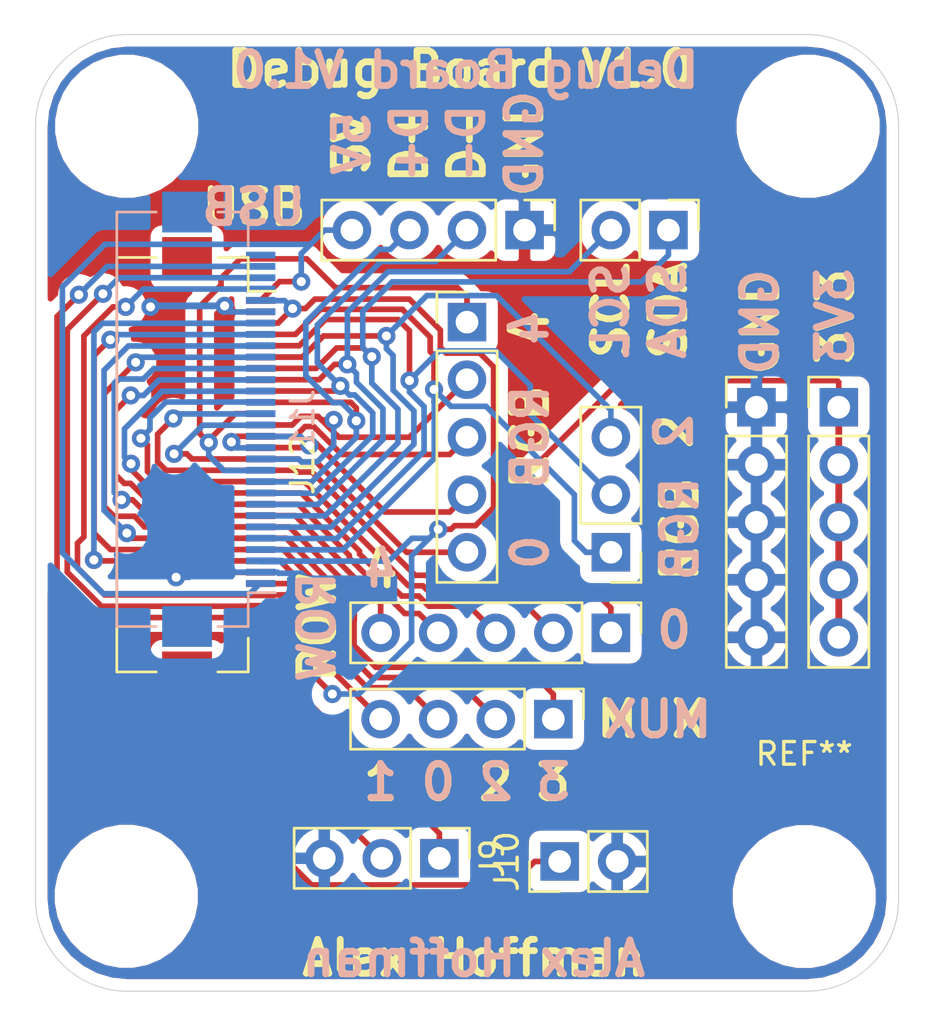
<source format=kicad_pcb>
(kicad_pcb (version 20171130) (host pcbnew 5.1.5)

  (general
    (thickness 1.6)
    (drawings 56)
    (tracks 454)
    (zones 0)
    (modules 16)
    (nets 30)
  )

  (page A4)
  (layers
    (0 F.Cu signal)
    (31 B.Cu signal)
    (32 B.Adhes user)
    (33 F.Adhes user)
    (34 B.Paste user)
    (35 F.Paste user)
    (36 B.SilkS user)
    (37 F.SilkS user)
    (38 B.Mask user)
    (39 F.Mask user)
    (40 Dwgs.User user)
    (41 Cmts.User user)
    (42 Eco1.User user)
    (43 Eco2.User user)
    (44 Edge.Cuts user)
    (45 Margin user)
    (46 B.CrtYd user)
    (47 F.CrtYd user)
    (48 B.Fab user)
    (49 F.Fab user)
  )

  (setup
    (last_trace_width 0.25)
    (user_trace_width 0.3)
    (trace_clearance 0.2)
    (zone_clearance 0.508)
    (zone_45_only no)
    (trace_min 0.2)
    (via_size 0.8)
    (via_drill 0.4)
    (via_min_size 0.6)
    (via_min_drill 0.3)
    (uvia_size 0.3)
    (uvia_drill 0.1)
    (uvias_allowed no)
    (uvia_min_size 0.2)
    (uvia_min_drill 0.1)
    (edge_width 0.05)
    (segment_width 0.2)
    (pcb_text_width 0.3)
    (pcb_text_size 1.5 1.5)
    (mod_edge_width 0.12)
    (mod_text_size 1 1)
    (mod_text_width 0.15)
    (pad_size 1.524 1.524)
    (pad_drill 0.762)
    (pad_to_mask_clearance 0.051)
    (solder_mask_min_width 0.25)
    (aux_axis_origin 0 0)
    (visible_elements FFFFFF7F)
    (pcbplotparams
      (layerselection 0x010f0_ffffffff)
      (usegerberextensions false)
      (usegerberattributes false)
      (usegerberadvancedattributes false)
      (creategerberjobfile false)
      (excludeedgelayer true)
      (linewidth 0.100000)
      (plotframeref false)
      (viasonmask false)
      (mode 1)
      (useauxorigin false)
      (hpglpennumber 1)
      (hpglpenspeed 20)
      (hpglpendiameter 15.000000)
      (psnegative false)
      (psa4output false)
      (plotreference true)
      (plotvalue true)
      (plotinvisibletext false)
      (padsonsilk false)
      (subtractmaskfromsilk false)
      (outputformat 1)
      (mirror false)
      (drillshape 0)
      (scaleselection 1)
      (outputdirectory "gerber/"))
  )

  (net 0 "")
  (net 1 /RGB4)
  (net 2 /RGB3)
  (net 3 /RGB2)
  (net 4 /RGB1)
  (net 5 /RGB0)
  (net 6 /ROW4)
  (net 7 /ROW3)
  (net 8 /ROW2)
  (net 9 /ROW1)
  (net 10 /ROW0)
  (net 11 /MUX3)
  (net 12 /MUX2)
  (net 13 /MUX0)
  (net 14 /MUX1)
  (net 15 +5V)
  (net 16 /USB_D+)
  (net 17 /USB_D-)
  (net 18 GND)
  (net 19 +3V3)
  (net 20 /SDA)
  (net 21 /SCL)
  (net 22 /LED0)
  (net 23 /LED1)
  (net 24 /LED2)
  (net 25 /MOUSE_Y)
  (net 26 /MOUSE_X)
  (net 27 /BOOT_SWITCH)
  (net 28 "Net-(J11-Pad30)")
  (net 29 "Net-(J12-Pad30)")

  (net_class Default "This is the default net class."
    (clearance 0.2)
    (trace_width 0.25)
    (via_dia 0.8)
    (via_drill 0.4)
    (uvia_dia 0.3)
    (uvia_drill 0.1)
    (add_net +3V3)
    (add_net +5V)
    (add_net /BOOT_SWITCH)
    (add_net /LED0)
    (add_net /LED1)
    (add_net /LED2)
    (add_net /MOUSE_X)
    (add_net /MOUSE_Y)
    (add_net /MUX0)
    (add_net /MUX1)
    (add_net /MUX2)
    (add_net /MUX3)
    (add_net /RGB0)
    (add_net /RGB1)
    (add_net /RGB2)
    (add_net /RGB3)
    (add_net /RGB4)
    (add_net /ROW0)
    (add_net /ROW1)
    (add_net /ROW2)
    (add_net /ROW3)
    (add_net /ROW4)
    (add_net /SCL)
    (add_net /SDA)
    (add_net /USB_D+)
    (add_net /USB_D-)
    (add_net GND)
    (add_net "Net-(J11-Pad30)")
    (add_net "Net-(J12-Pad30)")
  )

  (module Connector_FFC-FPC:Hirose_FH12-30S-0.5SH_1x30-1MP_P0.50mm_Horizontal (layer F.Cu) (tedit 5D24667B) (tstamp 5EA0CB5B)
    (at 120.3621 88.8428 270)
    (descr "Hirose FH12, FFC/FPC connector, FH12-30S-0.5SH, 30 Pins per row (https://www.hirose.com/product/en/products/FH12/FH12-24S-0.5SH(55)/), generated with kicad-footprint-generator")
    (tags "connector Hirose FH12 horizontal")
    (path /5EA09A24)
    (attr smd)
    (fp_text reference J12 (at 0 -3.7 90) (layer F.SilkS)
      (effects (font (size 1 1) (thickness 0.15)))
    )
    (fp_text value Conn_01x30 (at 0 5.6 90) (layer F.Fab)
      (effects (font (size 1 1) (thickness 0.15)))
    )
    (fp_text user %R (at 0 3.7 90) (layer F.Fab)
      (effects (font (size 1 1) (thickness 0.15)))
    )
    (fp_line (start 10.55 -3) (end -10.55 -3) (layer F.CrtYd) (width 0.05))
    (fp_line (start 10.55 4.9) (end 10.55 -3) (layer F.CrtYd) (width 0.05))
    (fp_line (start -10.55 4.9) (end 10.55 4.9) (layer F.CrtYd) (width 0.05))
    (fp_line (start -10.55 -3) (end -10.55 4.9) (layer F.CrtYd) (width 0.05))
    (fp_line (start -7.25 -0.492893) (end -6.75 -1.2) (layer F.Fab) (width 0.1))
    (fp_line (start -7.75 -1.2) (end -7.25 -0.492893) (layer F.Fab) (width 0.1))
    (fp_line (start -7.66 -1.3) (end -7.66 -2.5) (layer F.SilkS) (width 0.12))
    (fp_line (start 9.15 4.5) (end 9.15 2.76) (layer F.SilkS) (width 0.12))
    (fp_line (start -9.15 4.5) (end 9.15 4.5) (layer F.SilkS) (width 0.12))
    (fp_line (start -9.15 2.76) (end -9.15 4.5) (layer F.SilkS) (width 0.12))
    (fp_line (start 9.15 -1.3) (end 9.15 0.04) (layer F.SilkS) (width 0.12))
    (fp_line (start 7.66 -1.3) (end 9.15 -1.3) (layer F.SilkS) (width 0.12))
    (fp_line (start -9.15 -1.3) (end -9.15 0.04) (layer F.SilkS) (width 0.12))
    (fp_line (start -7.66 -1.3) (end -9.15 -1.3) (layer F.SilkS) (width 0.12))
    (fp_line (start 8.95 4.4) (end 0 4.4) (layer F.Fab) (width 0.1))
    (fp_line (start 8.95 3.7) (end 8.95 4.4) (layer F.Fab) (width 0.1))
    (fp_line (start 8.45 3.7) (end 8.95 3.7) (layer F.Fab) (width 0.1))
    (fp_line (start 8.45 3.4) (end 8.45 3.7) (layer F.Fab) (width 0.1))
    (fp_line (start 9.05 3.4) (end 8.45 3.4) (layer F.Fab) (width 0.1))
    (fp_line (start 9.05 -1.2) (end 9.05 3.4) (layer F.Fab) (width 0.1))
    (fp_line (start 0 -1.2) (end 9.05 -1.2) (layer F.Fab) (width 0.1))
    (fp_line (start -8.95 4.4) (end 0 4.4) (layer F.Fab) (width 0.1))
    (fp_line (start -8.95 3.7) (end -8.95 4.4) (layer F.Fab) (width 0.1))
    (fp_line (start -8.45 3.7) (end -8.95 3.7) (layer F.Fab) (width 0.1))
    (fp_line (start -8.45 3.4) (end -8.45 3.7) (layer F.Fab) (width 0.1))
    (fp_line (start -9.05 3.4) (end -8.45 3.4) (layer F.Fab) (width 0.1))
    (fp_line (start -9.05 -1.2) (end -9.05 3.4) (layer F.Fab) (width 0.1))
    (fp_line (start 0 -1.2) (end -9.05 -1.2) (layer F.Fab) (width 0.1))
    (pad 30 smd rect (at 7.25 -1.85 270) (size 0.3 1.3) (layers F.Cu F.Paste F.Mask)
      (net 29 "Net-(J12-Pad30)"))
    (pad 29 smd rect (at 6.75 -1.85 270) (size 0.3 1.3) (layers F.Cu F.Paste F.Mask)
      (net 27 /BOOT_SWITCH))
    (pad 28 smd rect (at 6.25 -1.85 270) (size 0.3 1.3) (layers F.Cu F.Paste F.Mask)
      (net 25 /MOUSE_Y))
    (pad 27 smd rect (at 5.75 -1.85 270) (size 0.3 1.3) (layers F.Cu F.Paste F.Mask)
      (net 26 /MOUSE_X))
    (pad 26 smd rect (at 5.25 -1.85 270) (size 0.3 1.3) (layers F.Cu F.Paste F.Mask)
      (net 19 +3V3))
    (pad 25 smd rect (at 4.75 -1.85 270) (size 0.3 1.3) (layers F.Cu F.Paste F.Mask)
      (net 18 GND))
    (pad 24 smd rect (at 4.25 -1.85 270) (size 0.3 1.3) (layers F.Cu F.Paste F.Mask)
      (net 14 /MUX1))
    (pad 23 smd rect (at 3.75 -1.85 270) (size 0.3 1.3) (layers F.Cu F.Paste F.Mask)
      (net 13 /MUX0))
    (pad 22 smd rect (at 3.25 -1.85 270) (size 0.3 1.3) (layers F.Cu F.Paste F.Mask)
      (net 12 /MUX2))
    (pad 21 smd rect (at 2.75 -1.85 270) (size 0.3 1.3) (layers F.Cu F.Paste F.Mask)
      (net 11 /MUX3))
    (pad 20 smd rect (at 2.25 -1.85 270) (size 0.3 1.3) (layers F.Cu F.Paste F.Mask)
      (net 6 /ROW4))
    (pad 19 smd rect (at 1.75 -1.85 270) (size 0.3 1.3) (layers F.Cu F.Paste F.Mask)
      (net 7 /ROW3))
    (pad 18 smd rect (at 1.25 -1.85 270) (size 0.3 1.3) (layers F.Cu F.Paste F.Mask)
      (net 8 /ROW2))
    (pad 17 smd rect (at 0.75 -1.85 270) (size 0.3 1.3) (layers F.Cu F.Paste F.Mask)
      (net 9 /ROW1))
    (pad 16 smd rect (at 0.25 -1.85 270) (size 0.3 1.3) (layers F.Cu F.Paste F.Mask)
      (net 10 /ROW0))
    (pad 15 smd rect (at -0.25 -1.85 270) (size 0.3 1.3) (layers F.Cu F.Paste F.Mask)
      (net 5 /RGB0))
    (pad 14 smd rect (at -0.75 -1.85 270) (size 0.3 1.3) (layers F.Cu F.Paste F.Mask)
      (net 4 /RGB1))
    (pad 13 smd rect (at -1.25 -1.85 270) (size 0.3 1.3) (layers F.Cu F.Paste F.Mask)
      (net 3 /RGB2))
    (pad 12 smd rect (at -1.75 -1.85 270) (size 0.3 1.3) (layers F.Cu F.Paste F.Mask)
      (net 2 /RGB3))
    (pad 11 smd rect (at -2.25 -1.85 270) (size 0.3 1.3) (layers F.Cu F.Paste F.Mask)
      (net 1 /RGB4))
    (pad 10 smd rect (at -2.75 -1.85 270) (size 0.3 1.3) (layers F.Cu F.Paste F.Mask)
      (net 16 /USB_D+))
    (pad 9 smd rect (at -3.25 -1.85 270) (size 0.3 1.3) (layers F.Cu F.Paste F.Mask)
      (net 17 /USB_D-))
    (pad 8 smd rect (at -3.75 -1.85 270) (size 0.3 1.3) (layers F.Cu F.Paste F.Mask)
      (net 21 /SCL))
    (pad 7 smd rect (at -4.25 -1.85 270) (size 0.3 1.3) (layers F.Cu F.Paste F.Mask)
      (net 20 /SDA))
    (pad 6 smd rect (at -4.75 -1.85 270) (size 0.3 1.3) (layers F.Cu F.Paste F.Mask)
      (net 24 /LED2))
    (pad 5 smd rect (at -5.25 -1.85 270) (size 0.3 1.3) (layers F.Cu F.Paste F.Mask)
      (net 23 /LED1))
    (pad 4 smd rect (at -5.75 -1.85 270) (size 0.3 1.3) (layers F.Cu F.Paste F.Mask)
      (net 22 /LED0))
    (pad 3 smd rect (at -6.25 -1.85 270) (size 0.3 1.3) (layers F.Cu F.Paste F.Mask)
      (net 19 +3V3))
    (pad 2 smd rect (at -6.75 -1.85 270) (size 0.3 1.3) (layers F.Cu F.Paste F.Mask)
      (net 18 GND))
    (pad 1 smd rect (at -7.25 -1.85 270) (size 0.3 1.3) (layers F.Cu F.Paste F.Mask)
      (net 15 +5V))
    (pad MP smd rect (at -9.15 1.4 270) (size 1.8 2.2) (layers F.Cu F.Paste F.Mask))
    (pad MP smd rect (at 9.15 1.4 270) (size 1.8 2.2) (layers F.Cu F.Paste F.Mask))
    (model ${KISYS3DMOD}/Connector_FFC-FPC.3dshapes/Hirose_FH12-30S-0.5SH_1x30-1MP_P0.50mm_Horizontal.wrl
      (at (xyz 0 0 0))
      (scale (xyz 1 1 1))
      (rotate (xyz 0 0 0))
    )
  )

  (module Connector_FFC-FPC:Hirose_FH12-30S-0.5SH_1x30-1MP_P0.50mm_Horizontal (layer B.Cu) (tedit 5D24667B) (tstamp 5EA0C758)
    (at 120.3621 86.8381 90)
    (descr "Hirose FH12, FFC/FPC connector, FH12-30S-0.5SH, 30 Pins per row (https://www.hirose.com/product/en/products/FH12/FH12-24S-0.5SH(55)/), generated with kicad-footprint-generator")
    (tags "connector Hirose FH12 horizontal")
    (path /5EA08939)
    (attr smd)
    (fp_text reference J11 (at 0 3.7 90) (layer B.SilkS)
      (effects (font (size 1 1) (thickness 0.15)) (justify mirror))
    )
    (fp_text value Conn_01x30 (at 0 -5.6 90) (layer B.Fab)
      (effects (font (size 1 1) (thickness 0.15)) (justify mirror))
    )
    (fp_text user %R (at 0 -3.7 90) (layer B.Fab)
      (effects (font (size 1 1) (thickness 0.15)) (justify mirror))
    )
    (fp_line (start 10.55 3) (end -10.55 3) (layer B.CrtYd) (width 0.05))
    (fp_line (start 10.55 -4.9) (end 10.55 3) (layer B.CrtYd) (width 0.05))
    (fp_line (start -10.55 -4.9) (end 10.55 -4.9) (layer B.CrtYd) (width 0.05))
    (fp_line (start -10.55 3) (end -10.55 -4.9) (layer B.CrtYd) (width 0.05))
    (fp_line (start -7.25 0.492893) (end -6.75 1.2) (layer B.Fab) (width 0.1))
    (fp_line (start -7.75 1.2) (end -7.25 0.492893) (layer B.Fab) (width 0.1))
    (fp_line (start -7.66 1.3) (end -7.66 2.5) (layer B.SilkS) (width 0.12))
    (fp_line (start 9.15 -4.5) (end 9.15 -2.76) (layer B.SilkS) (width 0.12))
    (fp_line (start -9.15 -4.5) (end 9.15 -4.5) (layer B.SilkS) (width 0.12))
    (fp_line (start -9.15 -2.76) (end -9.15 -4.5) (layer B.SilkS) (width 0.12))
    (fp_line (start 9.15 1.3) (end 9.15 -0.04) (layer B.SilkS) (width 0.12))
    (fp_line (start 7.66 1.3) (end 9.15 1.3) (layer B.SilkS) (width 0.12))
    (fp_line (start -9.15 1.3) (end -9.15 -0.04) (layer B.SilkS) (width 0.12))
    (fp_line (start -7.66 1.3) (end -9.15 1.3) (layer B.SilkS) (width 0.12))
    (fp_line (start 8.95 -4.4) (end 0 -4.4) (layer B.Fab) (width 0.1))
    (fp_line (start 8.95 -3.7) (end 8.95 -4.4) (layer B.Fab) (width 0.1))
    (fp_line (start 8.45 -3.7) (end 8.95 -3.7) (layer B.Fab) (width 0.1))
    (fp_line (start 8.45 -3.4) (end 8.45 -3.7) (layer B.Fab) (width 0.1))
    (fp_line (start 9.05 -3.4) (end 8.45 -3.4) (layer B.Fab) (width 0.1))
    (fp_line (start 9.05 1.2) (end 9.05 -3.4) (layer B.Fab) (width 0.1))
    (fp_line (start 0 1.2) (end 9.05 1.2) (layer B.Fab) (width 0.1))
    (fp_line (start -8.95 -4.4) (end 0 -4.4) (layer B.Fab) (width 0.1))
    (fp_line (start -8.95 -3.7) (end -8.95 -4.4) (layer B.Fab) (width 0.1))
    (fp_line (start -8.45 -3.7) (end -8.95 -3.7) (layer B.Fab) (width 0.1))
    (fp_line (start -8.45 -3.4) (end -8.45 -3.7) (layer B.Fab) (width 0.1))
    (fp_line (start -9.05 -3.4) (end -8.45 -3.4) (layer B.Fab) (width 0.1))
    (fp_line (start -9.05 1.2) (end -9.05 -3.4) (layer B.Fab) (width 0.1))
    (fp_line (start 0 1.2) (end -9.05 1.2) (layer B.Fab) (width 0.1))
    (pad 30 smd rect (at 7.25 1.85 90) (size 0.3 1.3) (layers B.Cu B.Paste B.Mask)
      (net 28 "Net-(J11-Pad30)"))
    (pad 29 smd rect (at 6.75 1.85 90) (size 0.3 1.3) (layers B.Cu B.Paste B.Mask)
      (net 27 /BOOT_SWITCH))
    (pad 28 smd rect (at 6.25 1.85 90) (size 0.3 1.3) (layers B.Cu B.Paste B.Mask)
      (net 25 /MOUSE_Y))
    (pad 27 smd rect (at 5.75 1.85 90) (size 0.3 1.3) (layers B.Cu B.Paste B.Mask)
      (net 26 /MOUSE_X))
    (pad 26 smd rect (at 5.25 1.85 90) (size 0.3 1.3) (layers B.Cu B.Paste B.Mask)
      (net 19 +3V3))
    (pad 25 smd rect (at 4.75 1.85 90) (size 0.3 1.3) (layers B.Cu B.Paste B.Mask)
      (net 18 GND))
    (pad 24 smd rect (at 4.25 1.85 90) (size 0.3 1.3) (layers B.Cu B.Paste B.Mask)
      (net 14 /MUX1))
    (pad 23 smd rect (at 3.75 1.85 90) (size 0.3 1.3) (layers B.Cu B.Paste B.Mask)
      (net 13 /MUX0))
    (pad 22 smd rect (at 3.25 1.85 90) (size 0.3 1.3) (layers B.Cu B.Paste B.Mask)
      (net 12 /MUX2))
    (pad 21 smd rect (at 2.75 1.85 90) (size 0.3 1.3) (layers B.Cu B.Paste B.Mask)
      (net 11 /MUX3))
    (pad 20 smd rect (at 2.25 1.85 90) (size 0.3 1.3) (layers B.Cu B.Paste B.Mask)
      (net 6 /ROW4))
    (pad 19 smd rect (at 1.75 1.85 90) (size 0.3 1.3) (layers B.Cu B.Paste B.Mask)
      (net 7 /ROW3))
    (pad 18 smd rect (at 1.25 1.85 90) (size 0.3 1.3) (layers B.Cu B.Paste B.Mask)
      (net 8 /ROW2))
    (pad 17 smd rect (at 0.75 1.85 90) (size 0.3 1.3) (layers B.Cu B.Paste B.Mask)
      (net 9 /ROW1))
    (pad 16 smd rect (at 0.25 1.85 90) (size 0.3 1.3) (layers B.Cu B.Paste B.Mask)
      (net 10 /ROW0))
    (pad 15 smd rect (at -0.25 1.85 90) (size 0.3 1.3) (layers B.Cu B.Paste B.Mask)
      (net 5 /RGB0))
    (pad 14 smd rect (at -0.75 1.85 90) (size 0.3 1.3) (layers B.Cu B.Paste B.Mask)
      (net 4 /RGB1))
    (pad 13 smd rect (at -1.25 1.85 90) (size 0.3 1.3) (layers B.Cu B.Paste B.Mask)
      (net 3 /RGB2))
    (pad 12 smd rect (at -1.75 1.85 90) (size 0.3 1.3) (layers B.Cu B.Paste B.Mask)
      (net 2 /RGB3))
    (pad 11 smd rect (at -2.25 1.85 90) (size 0.3 1.3) (layers B.Cu B.Paste B.Mask)
      (net 1 /RGB4))
    (pad 10 smd rect (at -2.75 1.85 90) (size 0.3 1.3) (layers B.Cu B.Paste B.Mask)
      (net 16 /USB_D+))
    (pad 9 smd rect (at -3.25 1.85 90) (size 0.3 1.3) (layers B.Cu B.Paste B.Mask)
      (net 17 /USB_D-))
    (pad 8 smd rect (at -3.75 1.85 90) (size 0.3 1.3) (layers B.Cu B.Paste B.Mask)
      (net 21 /SCL))
    (pad 7 smd rect (at -4.25 1.85 90) (size 0.3 1.3) (layers B.Cu B.Paste B.Mask)
      (net 20 /SDA))
    (pad 6 smd rect (at -4.75 1.85 90) (size 0.3 1.3) (layers B.Cu B.Paste B.Mask)
      (net 24 /LED2))
    (pad 5 smd rect (at -5.25 1.85 90) (size 0.3 1.3) (layers B.Cu B.Paste B.Mask)
      (net 23 /LED1))
    (pad 4 smd rect (at -5.75 1.85 90) (size 0.3 1.3) (layers B.Cu B.Paste B.Mask)
      (net 22 /LED0))
    (pad 3 smd rect (at -6.25 1.85 90) (size 0.3 1.3) (layers B.Cu B.Paste B.Mask)
      (net 19 +3V3))
    (pad 2 smd rect (at -6.75 1.85 90) (size 0.3 1.3) (layers B.Cu B.Paste B.Mask)
      (net 18 GND))
    (pad 1 smd rect (at -7.25 1.85 90) (size 0.3 1.3) (layers B.Cu B.Paste B.Mask)
      (net 15 +5V))
    (pad MP smd rect (at -9.15 -1.4 90) (size 1.8 2.2) (layers B.Cu B.Paste B.Mask))
    (pad MP smd rect (at 9.15 -1.4 90) (size 1.8 2.2) (layers B.Cu B.Paste B.Mask))
    (model ${KISYS3DMOD}/Connector_FFC-FPC.3dshapes/Hirose_FH12-30S-0.5SH_1x30-1MP_P0.50mm_Horizontal.wrl
      (at (xyz 0 0 0))
      (scale (xyz 1 1 1))
      (rotate (xyz 0 0 0))
    )
  )

  (module Connector_PinHeader_2.54mm:PinHeader_1x02_P2.54mm_Vertical (layer F.Cu) (tedit 59FED5CC) (tstamp 5EA0CEF4)
    (at 135.4074 106.3625 90)
    (descr "Through hole straight pin header, 1x02, 2.54mm pitch, single row")
    (tags "Through hole pin header THT 1x02 2.54mm single row")
    (path /5EA1451B)
    (fp_text reference J10 (at 0 -2.33 90) (layer F.SilkS)
      (effects (font (size 1 1) (thickness 0.15)))
    )
    (fp_text value Conn_01x02 (at 0 4.87 90) (layer F.Fab)
      (effects (font (size 1 1) (thickness 0.15)))
    )
    (fp_line (start -0.635 -1.27) (end 1.27 -1.27) (layer F.Fab) (width 0.1))
    (fp_line (start 1.27 -1.27) (end 1.27 3.81) (layer F.Fab) (width 0.1))
    (fp_line (start 1.27 3.81) (end -1.27 3.81) (layer F.Fab) (width 0.1))
    (fp_line (start -1.27 3.81) (end -1.27 -0.635) (layer F.Fab) (width 0.1))
    (fp_line (start -1.27 -0.635) (end -0.635 -1.27) (layer F.Fab) (width 0.1))
    (fp_line (start -1.33 3.87) (end 1.33 3.87) (layer F.SilkS) (width 0.12))
    (fp_line (start -1.33 1.27) (end -1.33 3.87) (layer F.SilkS) (width 0.12))
    (fp_line (start 1.33 1.27) (end 1.33 3.87) (layer F.SilkS) (width 0.12))
    (fp_line (start -1.33 1.27) (end 1.33 1.27) (layer F.SilkS) (width 0.12))
    (fp_line (start -1.33 0) (end -1.33 -1.33) (layer F.SilkS) (width 0.12))
    (fp_line (start -1.33 -1.33) (end 0 -1.33) (layer F.SilkS) (width 0.12))
    (fp_line (start -1.8 -1.8) (end -1.8 4.35) (layer F.CrtYd) (width 0.05))
    (fp_line (start -1.8 4.35) (end 1.8 4.35) (layer F.CrtYd) (width 0.05))
    (fp_line (start 1.8 4.35) (end 1.8 -1.8) (layer F.CrtYd) (width 0.05))
    (fp_line (start 1.8 -1.8) (end -1.8 -1.8) (layer F.CrtYd) (width 0.05))
    (fp_text user %R (at 0 1.27) (layer F.Fab)
      (effects (font (size 1 1) (thickness 0.15)))
    )
    (pad 1 thru_hole rect (at 0 0 90) (size 1.7 1.7) (drill 1) (layers *.Cu *.Mask)
      (net 27 /BOOT_SWITCH))
    (pad 2 thru_hole oval (at 0 2.54 90) (size 1.7 1.7) (drill 1) (layers *.Cu *.Mask)
      (net 18 GND))
    (model ${KISYS3DMOD}/Connector_PinHeader_2.54mm.3dshapes/PinHeader_1x02_P2.54mm_Vertical.wrl
      (at (xyz 0 0 0))
      (scale (xyz 1 1 1))
      (rotate (xyz 0 0 0))
    )
  )

  (module Connector_PinHeader_2.54mm:PinHeader_1x03_P2.54mm_Vertical (layer F.Cu) (tedit 59FED5CC) (tstamp 5EA0B9D5)
    (at 130.0988 106.2228 270)
    (descr "Through hole straight pin header, 1x03, 2.54mm pitch, single row")
    (tags "Through hole pin header THT 1x03 2.54mm single row")
    (path /5EA13C5A)
    (fp_text reference J9 (at 0 -2.33 90) (layer F.SilkS)
      (effects (font (size 1 1) (thickness 0.15)))
    )
    (fp_text value Conn_01x03 (at 0 7.41 90) (layer F.Fab)
      (effects (font (size 1 1) (thickness 0.15)))
    )
    (fp_text user %R (at 0 2.54) (layer F.Fab)
      (effects (font (size 1 1) (thickness 0.15)))
    )
    (fp_line (start 1.8 -1.8) (end -1.8 -1.8) (layer F.CrtYd) (width 0.05))
    (fp_line (start 1.8 6.85) (end 1.8 -1.8) (layer F.CrtYd) (width 0.05))
    (fp_line (start -1.8 6.85) (end 1.8 6.85) (layer F.CrtYd) (width 0.05))
    (fp_line (start -1.8 -1.8) (end -1.8 6.85) (layer F.CrtYd) (width 0.05))
    (fp_line (start -1.33 -1.33) (end 0 -1.33) (layer F.SilkS) (width 0.12))
    (fp_line (start -1.33 0) (end -1.33 -1.33) (layer F.SilkS) (width 0.12))
    (fp_line (start -1.33 1.27) (end 1.33 1.27) (layer F.SilkS) (width 0.12))
    (fp_line (start 1.33 1.27) (end 1.33 6.41) (layer F.SilkS) (width 0.12))
    (fp_line (start -1.33 1.27) (end -1.33 6.41) (layer F.SilkS) (width 0.12))
    (fp_line (start -1.33 6.41) (end 1.33 6.41) (layer F.SilkS) (width 0.12))
    (fp_line (start -1.27 -0.635) (end -0.635 -1.27) (layer F.Fab) (width 0.1))
    (fp_line (start -1.27 6.35) (end -1.27 -0.635) (layer F.Fab) (width 0.1))
    (fp_line (start 1.27 6.35) (end -1.27 6.35) (layer F.Fab) (width 0.1))
    (fp_line (start 1.27 -1.27) (end 1.27 6.35) (layer F.Fab) (width 0.1))
    (fp_line (start -0.635 -1.27) (end 1.27 -1.27) (layer F.Fab) (width 0.1))
    (pad 3 thru_hole oval (at 0 5.08 270) (size 1.7 1.7) (drill 1) (layers *.Cu *.Mask)
      (net 18 GND))
    (pad 2 thru_hole oval (at 0 2.54 270) (size 1.7 1.7) (drill 1) (layers *.Cu *.Mask)
      (net 25 /MOUSE_Y))
    (pad 1 thru_hole rect (at 0 0 270) (size 1.7 1.7) (drill 1) (layers *.Cu *.Mask)
      (net 26 /MOUSE_X))
    (model ${KISYS3DMOD}/Connector_PinHeader_2.54mm.3dshapes/PinHeader_1x03_P2.54mm_Vertical.wrl
      (at (xyz 0 0 0))
      (scale (xyz 1 1 1))
      (rotate (xyz 0 0 0))
    )
  )

  (module MountingHole:MountingHole_5.3mm_M5 (layer F.Cu) (tedit 56D1B4CB) (tstamp 5E8E4AA0)
    (at 146.2024 107.9119)
    (descr "Mounting Hole 5.3mm, no annular, M5")
    (tags "mounting hole 5.3mm no annular m5")
    (attr virtual)
    (fp_text reference REF** (at 0 -6.3) (layer F.SilkS)
      (effects (font (size 1 1) (thickness 0.15)))
    )
    (fp_text value MountingHole_5.3mm_M5 (at 0 6.3) (layer F.Fab) hide
      (effects (font (size 1 1) (thickness 0.15)))
    )
    (fp_text user %R (at 0.3 0) (layer F.Fab)
      (effects (font (size 1 1) (thickness 0.15)))
    )
    (fp_circle (center 0 0) (end 5.3 0) (layer Cmts.User) (width 0.15))
    (fp_circle (center 0 0) (end 5.55 0) (layer F.CrtYd) (width 0.05))
    (pad 1 np_thru_hole circle (at 0 0) (size 5.3 5.3) (drill 5.3) (layers *.Cu *.Mask))
  )

  (module MountingHole:MountingHole_5.3mm_M5 (layer F.Cu) (tedit 56D1B4CB) (tstamp 5E8E66DB)
    (at 116.2812 107.8992)
    (descr "Mounting Hole 5.3mm, no annular, M5")
    (tags "mounting hole 5.3mm no annular m5")
    (attr virtual)
    (fp_text reference REF** (at 0 -6.3) (layer F.SilkS) hide
      (effects (font (size 1 1) (thickness 0.15)))
    )
    (fp_text value MountingHole_5.3mm_M5 (at 0 6.3) (layer F.Fab) hide
      (effects (font (size 1 1) (thickness 0.15)))
    )
    (fp_circle (center 0 0) (end 5.55 0) (layer F.CrtYd) (width 0.05))
    (fp_circle (center 0 0) (end 5.3 0) (layer Cmts.User) (width 0.15))
    (fp_text user %R (at 0.3 0) (layer F.Fab)
      (effects (font (size 1 1) (thickness 0.15)))
    )
    (pad 1 np_thru_hole circle (at 0 0) (size 5.3 5.3) (drill 5.3) (layers *.Cu *.Mask))
  )

  (module MountingHole:MountingHole_5.3mm_M5 (layer F.Cu) (tedit 56D1B4CB) (tstamp 5E8E4AED)
    (at 116.3 73.9)
    (descr "Mounting Hole 5.3mm, no annular, M5")
    (tags "mounting hole 5.3mm no annular m5")
    (attr virtual)
    (fp_text reference REF** (at 0 -6.3) (layer F.SilkS) hide
      (effects (font (size 1 1) (thickness 0.15)))
    )
    (fp_text value MountingHole_5.3mm_M5 (at 0 6.3) (layer F.Fab) hide
      (effects (font (size 1 1) (thickness 0.15)))
    )
    (fp_text user %R (at 0.3 0) (layer F.Fab)
      (effects (font (size 1 1) (thickness 0.15)))
    )
    (fp_circle (center 0 0) (end 5.3 0) (layer Cmts.User) (width 0.15))
    (fp_circle (center 0 0) (end 5.55 0) (layer F.CrtYd) (width 0.05))
    (pad 1 np_thru_hole circle (at 0 0) (size 5.3 5.3) (drill 5.3) (layers *.Cu *.Mask))
  )

  (module MountingHole:MountingHole_5.3mm_M5 (layer F.Cu) (tedit 56D1B4CB) (tstamp 5E8E66CA)
    (at 146.375 73.9)
    (descr "Mounting Hole 5.3mm, no annular, M5")
    (tags "mounting hole 5.3mm no annular m5")
    (attr virtual)
    (fp_text reference REF** (at 0 -6.3) (layer F.SilkS) hide
      (effects (font (size 1 1) (thickness 0.15)))
    )
    (fp_text value MountingHole_5.3mm_M5 (at 0 6.3) (layer F.Fab) hide
      (effects (font (size 1 1) (thickness 0.15)))
    )
    (fp_circle (center 0 0) (end 5.55 0) (layer F.CrtYd) (width 0.05))
    (fp_circle (center 0 0) (end 5.3 0) (layer Cmts.User) (width 0.15))
    (fp_text user %R (at 0.3 0) (layer F.Fab)
      (effects (font (size 1 1) (thickness 0.15)))
    )
    (pad 1 np_thru_hole circle (at 0 0) (size 5.3 5.3) (drill 5.3) (layers *.Cu *.Mask))
  )

  (module Connector_PinHeader_2.54mm:PinHeader_1x05_P2.54mm_Vertical (layer F.Cu) (tedit 59FED5CC) (tstamp 5E8E2D50)
    (at 131.318 82.55)
    (descr "Through hole straight pin header, 1x05, 2.54mm pitch, single row")
    (tags "Through hole pin header THT 1x05 2.54mm single row")
    (path /5E8FDF72)
    (fp_text reference J1 (at 0 -2.33) (layer F.SilkS) hide
      (effects (font (size 1 1) (thickness 0.15)))
    )
    (fp_text value Conn_01x05 (at 0 12.49) (layer F.Fab) hide
      (effects (font (size 1 1) (thickness 0.15)))
    )
    (fp_line (start -0.635 -1.27) (end 1.27 -1.27) (layer F.Fab) (width 0.1))
    (fp_line (start 1.27 -1.27) (end 1.27 11.43) (layer F.Fab) (width 0.1))
    (fp_line (start 1.27 11.43) (end -1.27 11.43) (layer F.Fab) (width 0.1))
    (fp_line (start -1.27 11.43) (end -1.27 -0.635) (layer F.Fab) (width 0.1))
    (fp_line (start -1.27 -0.635) (end -0.635 -1.27) (layer F.Fab) (width 0.1))
    (fp_line (start -1.33 11.49) (end 1.33 11.49) (layer F.SilkS) (width 0.12))
    (fp_line (start -1.33 1.27) (end -1.33 11.49) (layer F.SilkS) (width 0.12))
    (fp_line (start 1.33 1.27) (end 1.33 11.49) (layer F.SilkS) (width 0.12))
    (fp_line (start -1.33 1.27) (end 1.33 1.27) (layer F.SilkS) (width 0.12))
    (fp_line (start -1.33 0) (end -1.33 -1.33) (layer F.SilkS) (width 0.12))
    (fp_line (start -1.33 -1.33) (end 0 -1.33) (layer F.SilkS) (width 0.12))
    (fp_line (start -1.8 -1.8) (end -1.8 11.95) (layer F.CrtYd) (width 0.05))
    (fp_line (start -1.8 11.95) (end 1.8 11.95) (layer F.CrtYd) (width 0.05))
    (fp_line (start 1.8 11.95) (end 1.8 -1.8) (layer F.CrtYd) (width 0.05))
    (fp_line (start 1.8 -1.8) (end -1.8 -1.8) (layer F.CrtYd) (width 0.05))
    (fp_text user %R (at 0 5.08 90) (layer F.Fab)
      (effects (font (size 1 1) (thickness 0.15)))
    )
    (pad 1 thru_hole rect (at 0 0) (size 1.7 1.7) (drill 1) (layers *.Cu *.Mask)
      (net 1 /RGB4))
    (pad 2 thru_hole oval (at 0 2.54) (size 1.7 1.7) (drill 1) (layers *.Cu *.Mask)
      (net 2 /RGB3))
    (pad 3 thru_hole oval (at 0 5.08) (size 1.7 1.7) (drill 1) (layers *.Cu *.Mask)
      (net 3 /RGB2))
    (pad 4 thru_hole oval (at 0 7.62) (size 1.7 1.7) (drill 1) (layers *.Cu *.Mask)
      (net 4 /RGB1))
    (pad 5 thru_hole oval (at 0 10.16) (size 1.7 1.7) (drill 1) (layers *.Cu *.Mask)
      (net 5 /RGB0))
    (model ${KISYS3DMOD}/Connector_PinHeader_2.54mm.3dshapes/PinHeader_1x05_P2.54mm_Vertical.wrl
      (at (xyz 0 0 0))
      (scale (xyz 1 1 1))
      (rotate (xyz 0 0 0))
    )
  )

  (module Connector_PinHeader_2.54mm:PinHeader_1x05_P2.54mm_Vertical (layer F.Cu) (tedit 59FED5CC) (tstamp 5E8E2D69)
    (at 137.668 96.266 270)
    (descr "Through hole straight pin header, 1x05, 2.54mm pitch, single row")
    (tags "Through hole pin header THT 1x05 2.54mm single row")
    (path /5E9042C1)
    (fp_text reference J2 (at 0 -2.33 90) (layer F.SilkS) hide
      (effects (font (size 1 1) (thickness 0.15)))
    )
    (fp_text value Conn_01x05 (at 0 12.49 90) (layer F.Fab) hide
      (effects (font (size 1 1) (thickness 0.15)))
    )
    (fp_text user %R (at 0 5.08) (layer F.Fab)
      (effects (font (size 1 1) (thickness 0.15)))
    )
    (fp_line (start 1.8 -1.8) (end -1.8 -1.8) (layer F.CrtYd) (width 0.05))
    (fp_line (start 1.8 11.95) (end 1.8 -1.8) (layer F.CrtYd) (width 0.05))
    (fp_line (start -1.8 11.95) (end 1.8 11.95) (layer F.CrtYd) (width 0.05))
    (fp_line (start -1.8 -1.8) (end -1.8 11.95) (layer F.CrtYd) (width 0.05))
    (fp_line (start -1.33 -1.33) (end 0 -1.33) (layer F.SilkS) (width 0.12))
    (fp_line (start -1.33 0) (end -1.33 -1.33) (layer F.SilkS) (width 0.12))
    (fp_line (start -1.33 1.27) (end 1.33 1.27) (layer F.SilkS) (width 0.12))
    (fp_line (start 1.33 1.27) (end 1.33 11.49) (layer F.SilkS) (width 0.12))
    (fp_line (start -1.33 1.27) (end -1.33 11.49) (layer F.SilkS) (width 0.12))
    (fp_line (start -1.33 11.49) (end 1.33 11.49) (layer F.SilkS) (width 0.12))
    (fp_line (start -1.27 -0.635) (end -0.635 -1.27) (layer F.Fab) (width 0.1))
    (fp_line (start -1.27 11.43) (end -1.27 -0.635) (layer F.Fab) (width 0.1))
    (fp_line (start 1.27 11.43) (end -1.27 11.43) (layer F.Fab) (width 0.1))
    (fp_line (start 1.27 -1.27) (end 1.27 11.43) (layer F.Fab) (width 0.1))
    (fp_line (start -0.635 -1.27) (end 1.27 -1.27) (layer F.Fab) (width 0.1))
    (pad 5 thru_hole oval (at 0 10.16 270) (size 1.7 1.7) (drill 1) (layers *.Cu *.Mask)
      (net 6 /ROW4))
    (pad 4 thru_hole oval (at 0 7.62 270) (size 1.7 1.7) (drill 1) (layers *.Cu *.Mask)
      (net 7 /ROW3))
    (pad 3 thru_hole oval (at 0 5.08 270) (size 1.7 1.7) (drill 1) (layers *.Cu *.Mask)
      (net 8 /ROW2))
    (pad 2 thru_hole oval (at 0 2.54 270) (size 1.7 1.7) (drill 1) (layers *.Cu *.Mask)
      (net 9 /ROW1))
    (pad 1 thru_hole rect (at 0 0 270) (size 1.7 1.7) (drill 1) (layers *.Cu *.Mask)
      (net 10 /ROW0))
    (model ${KISYS3DMOD}/Connector_PinHeader_2.54mm.3dshapes/PinHeader_1x05_P2.54mm_Vertical.wrl
      (at (xyz 0 0 0))
      (scale (xyz 1 1 1))
      (rotate (xyz 0 0 0))
    )
  )

  (module Connector_PinHeader_2.54mm:PinHeader_1x04_P2.54mm_Vertical (layer F.Cu) (tedit 59FED5CC) (tstamp 5E8E2D81)
    (at 135.128 100.076 270)
    (descr "Through hole straight pin header, 1x04, 2.54mm pitch, single row")
    (tags "Through hole pin header THT 1x04 2.54mm single row")
    (path /5E90B08B)
    (fp_text reference J3 (at 0 -2.33 90) (layer F.SilkS) hide
      (effects (font (size 1 1) (thickness 0.15)))
    )
    (fp_text value Conn_01x04 (at 0 9.95 90) (layer F.Fab) hide
      (effects (font (size 1 1) (thickness 0.15)))
    )
    (fp_text user %R (at 0 3.81) (layer F.Fab)
      (effects (font (size 1 1) (thickness 0.15)))
    )
    (fp_line (start 1.8 -1.8) (end -1.8 -1.8) (layer F.CrtYd) (width 0.05))
    (fp_line (start 1.8 9.4) (end 1.8 -1.8) (layer F.CrtYd) (width 0.05))
    (fp_line (start -1.8 9.4) (end 1.8 9.4) (layer F.CrtYd) (width 0.05))
    (fp_line (start -1.8 -1.8) (end -1.8 9.4) (layer F.CrtYd) (width 0.05))
    (fp_line (start -1.33 -1.33) (end 0 -1.33) (layer F.SilkS) (width 0.12))
    (fp_line (start -1.33 0) (end -1.33 -1.33) (layer F.SilkS) (width 0.12))
    (fp_line (start -1.33 1.27) (end 1.33 1.27) (layer F.SilkS) (width 0.12))
    (fp_line (start 1.33 1.27) (end 1.33 8.95) (layer F.SilkS) (width 0.12))
    (fp_line (start -1.33 1.27) (end -1.33 8.95) (layer F.SilkS) (width 0.12))
    (fp_line (start -1.33 8.95) (end 1.33 8.95) (layer F.SilkS) (width 0.12))
    (fp_line (start -1.27 -0.635) (end -0.635 -1.27) (layer F.Fab) (width 0.1))
    (fp_line (start -1.27 8.89) (end -1.27 -0.635) (layer F.Fab) (width 0.1))
    (fp_line (start 1.27 8.89) (end -1.27 8.89) (layer F.Fab) (width 0.1))
    (fp_line (start 1.27 -1.27) (end 1.27 8.89) (layer F.Fab) (width 0.1))
    (fp_line (start -0.635 -1.27) (end 1.27 -1.27) (layer F.Fab) (width 0.1))
    (pad 4 thru_hole oval (at 0 7.62 270) (size 1.7 1.7) (drill 1) (layers *.Cu *.Mask)
      (net 14 /MUX1))
    (pad 3 thru_hole oval (at 0 5.08 270) (size 1.7 1.7) (drill 1) (layers *.Cu *.Mask)
      (net 13 /MUX0))
    (pad 2 thru_hole oval (at 0 2.54 270) (size 1.7 1.7) (drill 1) (layers *.Cu *.Mask)
      (net 12 /MUX2))
    (pad 1 thru_hole rect (at 0 0 270) (size 1.7 1.7) (drill 1) (layers *.Cu *.Mask)
      (net 11 /MUX3))
    (model ${KISYS3DMOD}/Connector_PinHeader_2.54mm.3dshapes/PinHeader_1x04_P2.54mm_Vertical.wrl
      (at (xyz 0 0 0))
      (scale (xyz 1 1 1))
      (rotate (xyz 0 0 0))
    )
  )

  (module Connector_PinHeader_2.54mm:PinHeader_1x04_P2.54mm_Vertical (layer F.Cu) (tedit 59FED5CC) (tstamp 5E8E5178)
    (at 133.858 78.486 270)
    (descr "Through hole straight pin header, 1x04, 2.54mm pitch, single row")
    (tags "Through hole pin header THT 1x04 2.54mm single row")
    (path /5E910350)
    (fp_text reference J4 (at 0 -2.33 90) (layer F.SilkS) hide
      (effects (font (size 1 1) (thickness 0.15)))
    )
    (fp_text value Conn_01x04 (at 0 9.95 90) (layer F.Fab) hide
      (effects (font (size 1 1) (thickness 0.15)))
    )
    (fp_text user %R (at 0 3.81) (layer F.Fab)
      (effects (font (size 1 1) (thickness 0.15)))
    )
    (fp_line (start 1.8 -1.8) (end -1.8 -1.8) (layer F.CrtYd) (width 0.05))
    (fp_line (start 1.8 9.4) (end 1.8 -1.8) (layer F.CrtYd) (width 0.05))
    (fp_line (start -1.8 9.4) (end 1.8 9.4) (layer F.CrtYd) (width 0.05))
    (fp_line (start -1.8 -1.8) (end -1.8 9.4) (layer F.CrtYd) (width 0.05))
    (fp_line (start -1.33 -1.33) (end 0 -1.33) (layer F.SilkS) (width 0.12))
    (fp_line (start -1.33 0) (end -1.33 -1.33) (layer F.SilkS) (width 0.12))
    (fp_line (start -1.33 1.27) (end 1.33 1.27) (layer F.SilkS) (width 0.12))
    (fp_line (start 1.33 1.27) (end 1.33 8.95) (layer F.SilkS) (width 0.12))
    (fp_line (start -1.33 1.27) (end -1.33 8.95) (layer F.SilkS) (width 0.12))
    (fp_line (start -1.33 8.95) (end 1.33 8.95) (layer F.SilkS) (width 0.12))
    (fp_line (start -1.27 -0.635) (end -0.635 -1.27) (layer F.Fab) (width 0.1))
    (fp_line (start -1.27 8.89) (end -1.27 -0.635) (layer F.Fab) (width 0.1))
    (fp_line (start 1.27 8.89) (end -1.27 8.89) (layer F.Fab) (width 0.1))
    (fp_line (start 1.27 -1.27) (end 1.27 8.89) (layer F.Fab) (width 0.1))
    (fp_line (start -0.635 -1.27) (end 1.27 -1.27) (layer F.Fab) (width 0.1))
    (pad 4 thru_hole oval (at 0 7.62 270) (size 1.7 1.7) (drill 1) (layers *.Cu *.Mask)
      (net 15 +5V))
    (pad 3 thru_hole oval (at 0 5.08 270) (size 1.7 1.7) (drill 1) (layers *.Cu *.Mask)
      (net 16 /USB_D+))
    (pad 2 thru_hole oval (at 0 2.54 270) (size 1.7 1.7) (drill 1) (layers *.Cu *.Mask)
      (net 17 /USB_D-))
    (pad 1 thru_hole rect (at 0 0 270) (size 1.7 1.7) (drill 1) (layers *.Cu *.Mask)
      (net 18 GND))
    (model ${KISYS3DMOD}/Connector_PinHeader_2.54mm.3dshapes/PinHeader_1x04_P2.54mm_Vertical.wrl
      (at (xyz 0 0 0))
      (scale (xyz 1 1 1))
      (rotate (xyz 0 0 0))
    )
  )

  (module Connector_PinHeader_2.54mm:PinHeader_1x05_P2.54mm_Vertical (layer F.Cu) (tedit 59FED5CC) (tstamp 5E8E2DB2)
    (at 144.093001 86.305001)
    (descr "Through hole straight pin header, 1x05, 2.54mm pitch, single row")
    (tags "Through hole pin header THT 1x05 2.54mm single row")
    (path /5E918AC7)
    (fp_text reference J5 (at 0 -2.33) (layer F.SilkS) hide
      (effects (font (size 1 1) (thickness 0.15)))
    )
    (fp_text value Conn_01x05 (at 0 12.49) (layer F.Fab) hide
      (effects (font (size 1 1) (thickness 0.15)))
    )
    (fp_line (start -0.635 -1.27) (end 1.27 -1.27) (layer F.Fab) (width 0.1))
    (fp_line (start 1.27 -1.27) (end 1.27 11.43) (layer F.Fab) (width 0.1))
    (fp_line (start 1.27 11.43) (end -1.27 11.43) (layer F.Fab) (width 0.1))
    (fp_line (start -1.27 11.43) (end -1.27 -0.635) (layer F.Fab) (width 0.1))
    (fp_line (start -1.27 -0.635) (end -0.635 -1.27) (layer F.Fab) (width 0.1))
    (fp_line (start -1.33 11.49) (end 1.33 11.49) (layer F.SilkS) (width 0.12))
    (fp_line (start -1.33 1.27) (end -1.33 11.49) (layer F.SilkS) (width 0.12))
    (fp_line (start 1.33 1.27) (end 1.33 11.49) (layer F.SilkS) (width 0.12))
    (fp_line (start -1.33 1.27) (end 1.33 1.27) (layer F.SilkS) (width 0.12))
    (fp_line (start -1.33 0) (end -1.33 -1.33) (layer F.SilkS) (width 0.12))
    (fp_line (start -1.33 -1.33) (end 0 -1.33) (layer F.SilkS) (width 0.12))
    (fp_line (start -1.8 -1.8) (end -1.8 11.95) (layer F.CrtYd) (width 0.05))
    (fp_line (start -1.8 11.95) (end 1.8 11.95) (layer F.CrtYd) (width 0.05))
    (fp_line (start 1.8 11.95) (end 1.8 -1.8) (layer F.CrtYd) (width 0.05))
    (fp_line (start 1.8 -1.8) (end -1.8 -1.8) (layer F.CrtYd) (width 0.05))
    (fp_text user %R (at 0 5.08 90) (layer F.Fab)
      (effects (font (size 1 1) (thickness 0.15)))
    )
    (pad 1 thru_hole rect (at 0 0) (size 1.7 1.7) (drill 1) (layers *.Cu *.Mask)
      (net 18 GND))
    (pad 2 thru_hole oval (at 0 2.54) (size 1.7 1.7) (drill 1) (layers *.Cu *.Mask)
      (net 18 GND))
    (pad 3 thru_hole oval (at 0 5.08) (size 1.7 1.7) (drill 1) (layers *.Cu *.Mask)
      (net 18 GND))
    (pad 4 thru_hole oval (at 0 7.62) (size 1.7 1.7) (drill 1) (layers *.Cu *.Mask)
      (net 18 GND))
    (pad 5 thru_hole oval (at 0 10.16) (size 1.7 1.7) (drill 1) (layers *.Cu *.Mask)
      (net 18 GND))
    (model ${KISYS3DMOD}/Connector_PinHeader_2.54mm.3dshapes/PinHeader_1x05_P2.54mm_Vertical.wrl
      (at (xyz 0 0 0))
      (scale (xyz 1 1 1))
      (rotate (xyz 0 0 0))
    )
  )

  (module Connector_PinHeader_2.54mm:PinHeader_1x05_P2.54mm_Vertical (layer F.Cu) (tedit 59FED5CC) (tstamp 5E8E2DCB)
    (at 147.727001 86.305001)
    (descr "Through hole straight pin header, 1x05, 2.54mm pitch, single row")
    (tags "Through hole pin header THT 1x05 2.54mm single row")
    (path /5E91906F)
    (fp_text reference J6 (at 0 -2.33) (layer F.SilkS) hide
      (effects (font (size 1 1) (thickness 0.15)))
    )
    (fp_text value Conn_01x05 (at 0 12.49) (layer F.Fab) hide
      (effects (font (size 1 1) (thickness 0.15)))
    )
    (fp_text user %R (at 0 5.08 90) (layer F.Fab)
      (effects (font (size 1 1) (thickness 0.15)))
    )
    (fp_line (start 1.8 -1.8) (end -1.8 -1.8) (layer F.CrtYd) (width 0.05))
    (fp_line (start 1.8 11.95) (end 1.8 -1.8) (layer F.CrtYd) (width 0.05))
    (fp_line (start -1.8 11.95) (end 1.8 11.95) (layer F.CrtYd) (width 0.05))
    (fp_line (start -1.8 -1.8) (end -1.8 11.95) (layer F.CrtYd) (width 0.05))
    (fp_line (start -1.33 -1.33) (end 0 -1.33) (layer F.SilkS) (width 0.12))
    (fp_line (start -1.33 0) (end -1.33 -1.33) (layer F.SilkS) (width 0.12))
    (fp_line (start -1.33 1.27) (end 1.33 1.27) (layer F.SilkS) (width 0.12))
    (fp_line (start 1.33 1.27) (end 1.33 11.49) (layer F.SilkS) (width 0.12))
    (fp_line (start -1.33 1.27) (end -1.33 11.49) (layer F.SilkS) (width 0.12))
    (fp_line (start -1.33 11.49) (end 1.33 11.49) (layer F.SilkS) (width 0.12))
    (fp_line (start -1.27 -0.635) (end -0.635 -1.27) (layer F.Fab) (width 0.1))
    (fp_line (start -1.27 11.43) (end -1.27 -0.635) (layer F.Fab) (width 0.1))
    (fp_line (start 1.27 11.43) (end -1.27 11.43) (layer F.Fab) (width 0.1))
    (fp_line (start 1.27 -1.27) (end 1.27 11.43) (layer F.Fab) (width 0.1))
    (fp_line (start -0.635 -1.27) (end 1.27 -1.27) (layer F.Fab) (width 0.1))
    (pad 5 thru_hole oval (at 0 10.16) (size 1.7 1.7) (drill 1) (layers *.Cu *.Mask)
      (net 19 +3V3))
    (pad 4 thru_hole oval (at 0 7.62) (size 1.7 1.7) (drill 1) (layers *.Cu *.Mask)
      (net 19 +3V3))
    (pad 3 thru_hole oval (at 0 5.08) (size 1.7 1.7) (drill 1) (layers *.Cu *.Mask)
      (net 19 +3V3))
    (pad 2 thru_hole oval (at 0 2.54) (size 1.7 1.7) (drill 1) (layers *.Cu *.Mask)
      (net 19 +3V3))
    (pad 1 thru_hole rect (at 0 0) (size 1.7 1.7) (drill 1) (layers *.Cu *.Mask)
      (net 19 +3V3))
    (model ${KISYS3DMOD}/Connector_PinHeader_2.54mm.3dshapes/PinHeader_1x05_P2.54mm_Vertical.wrl
      (at (xyz 0 0 0))
      (scale (xyz 1 1 1))
      (rotate (xyz 0 0 0))
    )
  )

  (module Connector_PinHeader_2.54mm:PinHeader_1x02_P2.54mm_Vertical (layer F.Cu) (tedit 59FED5CC) (tstamp 5E8E5094)
    (at 140.208 78.486 270)
    (descr "Through hole straight pin header, 1x02, 2.54mm pitch, single row")
    (tags "Through hole pin header THT 1x02 2.54mm single row")
    (path /5E91B93A)
    (fp_text reference J7 (at 0 -2.33 90) (layer F.SilkS) hide
      (effects (font (size 1 1) (thickness 0.15)))
    )
    (fp_text value Conn_01x02 (at 0 4.87 90) (layer F.Fab) hide
      (effects (font (size 1 1) (thickness 0.15)))
    )
    (fp_line (start -0.635 -1.27) (end 1.27 -1.27) (layer F.Fab) (width 0.1))
    (fp_line (start 1.27 -1.27) (end 1.27 3.81) (layer F.Fab) (width 0.1))
    (fp_line (start 1.27 3.81) (end -1.27 3.81) (layer F.Fab) (width 0.1))
    (fp_line (start -1.27 3.81) (end -1.27 -0.635) (layer F.Fab) (width 0.1))
    (fp_line (start -1.27 -0.635) (end -0.635 -1.27) (layer F.Fab) (width 0.1))
    (fp_line (start -1.33 3.87) (end 1.33 3.87) (layer F.SilkS) (width 0.12))
    (fp_line (start -1.33 1.27) (end -1.33 3.87) (layer F.SilkS) (width 0.12))
    (fp_line (start 1.33 1.27) (end 1.33 3.87) (layer F.SilkS) (width 0.12))
    (fp_line (start -1.33 1.27) (end 1.33 1.27) (layer F.SilkS) (width 0.12))
    (fp_line (start -1.33 0) (end -1.33 -1.33) (layer F.SilkS) (width 0.12))
    (fp_line (start -1.33 -1.33) (end 0 -1.33) (layer F.SilkS) (width 0.12))
    (fp_line (start -1.8 -1.8) (end -1.8 4.35) (layer F.CrtYd) (width 0.05))
    (fp_line (start -1.8 4.35) (end 1.8 4.35) (layer F.CrtYd) (width 0.05))
    (fp_line (start 1.8 4.35) (end 1.8 -1.8) (layer F.CrtYd) (width 0.05))
    (fp_line (start 1.8 -1.8) (end -1.8 -1.8) (layer F.CrtYd) (width 0.05))
    (fp_text user %R (at 0 1.27) (layer F.Fab)
      (effects (font (size 1 1) (thickness 0.15)))
    )
    (pad 1 thru_hole rect (at 0 0 270) (size 1.7 1.7) (drill 1) (layers *.Cu *.Mask)
      (net 20 /SDA))
    (pad 2 thru_hole oval (at 0 2.54 270) (size 1.7 1.7) (drill 1) (layers *.Cu *.Mask)
      (net 21 /SCL))
    (model ${KISYS3DMOD}/Connector_PinHeader_2.54mm.3dshapes/PinHeader_1x02_P2.54mm_Vertical.wrl
      (at (xyz 0 0 0))
      (scale (xyz 1 1 1))
      (rotate (xyz 0 0 0))
    )
  )

  (module Connector_PinHeader_2.54mm:PinHeader_1x03_P2.54mm_Vertical (layer F.Cu) (tedit 59FED5CC) (tstamp 5E8E2DF8)
    (at 137.668 92.71 180)
    (descr "Through hole straight pin header, 1x03, 2.54mm pitch, single row")
    (tags "Through hole pin header THT 1x03 2.54mm single row")
    (path /5E924996)
    (fp_text reference J8 (at 0 -2.33) (layer F.SilkS) hide
      (effects (font (size 1 1) (thickness 0.15)))
    )
    (fp_text value Conn_01x03 (at 0 7.41) (layer F.Fab) hide
      (effects (font (size 1 1) (thickness 0.15)))
    )
    (fp_line (start -0.635 -1.27) (end 1.27 -1.27) (layer F.Fab) (width 0.1))
    (fp_line (start 1.27 -1.27) (end 1.27 6.35) (layer F.Fab) (width 0.1))
    (fp_line (start 1.27 6.35) (end -1.27 6.35) (layer F.Fab) (width 0.1))
    (fp_line (start -1.27 6.35) (end -1.27 -0.635) (layer F.Fab) (width 0.1))
    (fp_line (start -1.27 -0.635) (end -0.635 -1.27) (layer F.Fab) (width 0.1))
    (fp_line (start -1.33 6.41) (end 1.33 6.41) (layer F.SilkS) (width 0.12))
    (fp_line (start -1.33 1.27) (end -1.33 6.41) (layer F.SilkS) (width 0.12))
    (fp_line (start 1.33 1.27) (end 1.33 6.41) (layer F.SilkS) (width 0.12))
    (fp_line (start -1.33 1.27) (end 1.33 1.27) (layer F.SilkS) (width 0.12))
    (fp_line (start -1.33 0) (end -1.33 -1.33) (layer F.SilkS) (width 0.12))
    (fp_line (start -1.33 -1.33) (end 0 -1.33) (layer F.SilkS) (width 0.12))
    (fp_line (start -1.8 -1.8) (end -1.8 6.85) (layer F.CrtYd) (width 0.05))
    (fp_line (start -1.8 6.85) (end 1.8 6.85) (layer F.CrtYd) (width 0.05))
    (fp_line (start 1.8 6.85) (end 1.8 -1.8) (layer F.CrtYd) (width 0.05))
    (fp_line (start 1.8 -1.8) (end -1.8 -1.8) (layer F.CrtYd) (width 0.05))
    (fp_text user %R (at 0 2.54 90) (layer F.Fab)
      (effects (font (size 1 1) (thickness 0.15)))
    )
    (pad 1 thru_hole rect (at 0 0 180) (size 1.7 1.7) (drill 1) (layers *.Cu *.Mask)
      (net 22 /LED0))
    (pad 2 thru_hole oval (at 0 2.54 180) (size 1.7 1.7) (drill 1) (layers *.Cu *.Mask)
      (net 23 /LED1))
    (pad 3 thru_hole oval (at 0 5.08 180) (size 1.7 1.7) (drill 1) (layers *.Cu *.Mask)
      (net 24 /LED2))
    (model ${KISYS3DMOD}/Connector_PinHeader_2.54mm.3dshapes/PinHeader_1x03_P2.54mm_Vertical.wrl
      (at (xyz 0 0 0))
      (scale (xyz 1 1 1))
      (rotate (xyz 0 0 0))
    )
  )

  (gr_text "Alex Hoffman" (at 131.6159 110.6225) (layer F.SilkS) (tstamp 5E8E7D0F)
    (effects (font (size 1.5 1.5) (thickness 0.3)))
  )
  (gr_text "Debug Board V1.0 " (at 131.575 71.375) (layer F.SilkS) (tstamp 5E8E7D0B)
    (effects (font (size 1.5 1.5) (thickness 0.3)))
  )
  (gr_text 4 (at 134.1 82.8 90) (layer B.SilkS) (tstamp 5E8E7B83)
    (effects (font (size 1.5 1.5) (thickness 0.3)) (justify mirror))
  )
  (gr_text RGB (at 134.112 87.625 90) (layer B.SilkS) (tstamp 5E8E7B7F)
    (effects (font (size 1.5 1.5) (thickness 0.3)) (justify mirror))
  )
  (gr_text 0 (at 134.112 92.71 90) (layer B.SilkS) (tstamp 5E8E7B7B)
    (effects (font (size 1.5 1.5) (thickness 0.3)))
  )
  (gr_text 4 (at 127.5 93.45) (layer B.SilkS) (tstamp 5E8E7B77)
    (effects (font (size 1.5 1.5) (thickness 0.3)) (justify mirror))
  )
  (gr_text ROW (at 124.7 96.012 90) (layer B.SilkS) (tstamp 5E8E7B73)
    (effects (font (size 1.5 1.5) (thickness 0.3)) (justify mirror))
  )
  (gr_text 1 (at 127.5 102.85) (layer B.SilkS) (tstamp 5E8E7B6F)
    (effects (font (size 1.5 1.5) (thickness 0.3)) (justify mirror))
  )
  (gr_text 0 (at 130.048 102.85) (layer B.SilkS) (tstamp 5E8E7B6B)
    (effects (font (size 1.5 1.5) (thickness 0.3)) (justify mirror))
  )
  (gr_text 2 (at 132.588 102.85) (layer B.SilkS) (tstamp 5E8E7B67)
    (effects (font (size 1.5 1.5) (thickness 0.3)) (justify mirror))
  )
  (gr_text 3 (at 135.125 102.85) (layer B.SilkS) (tstamp 5E8E7B63)
    (effects (font (size 1.5 1.5) (thickness 0.3)) (justify mirror))
  )
  (gr_text MUX (at 139.725 100.1) (layer B.SilkS) (tstamp 5E8E7B5B)
    (effects (font (size 1.5 1.5) (thickness 0.3)) (justify mirror))
  )
  (gr_text USB (at 121.9 77.47) (layer B.SilkS) (tstamp 5E8E7AF2)
    (effects (font (size 1.5 1.5) (thickness 0.3)) (justify mirror))
  )
  (gr_text 5V (at 126.238 74.65 90) (layer B.SilkS) (tstamp 5E8E7AEE)
    (effects (font (size 1.5 1.5) (thickness 0.3)) (justify mirror))
  )
  (gr_text D+ (at 128.775 74.65 90) (layer B.SilkS) (tstamp 5E8E7AEA)
    (effects (font (size 1.5 1.5) (thickness 0.3)) (justify mirror))
  )
  (gr_text D- (at 131.3 74.65 90) (layer B.SilkS) (tstamp 5E8E7AE6)
    (effects (font (size 1.5 1.5) (thickness 0.3)) (justify mirror))
  )
  (gr_text GND (at 133.85 74.65 90) (layer B.SilkS) (tstamp 5E8E7AE2)
    (effects (font (size 1.5 1.5) (thickness 0.3)) (justify mirror))
  )
  (gr_text 3V3 (at 147.55 82.275 90) (layer B.SilkS) (tstamp 5E8E7ADC)
    (effects (font (size 1.5 1.5) (thickness 0.3)) (justify mirror))
  )
  (gr_text GND (at 144.25 82.525 90) (layer B.SilkS) (tstamp 5E8E7AD8)
    (effects (font (size 1.5 1.5) (thickness 0.3)) (justify mirror))
  )
  (gr_text SCL (at 137.65 82.025 90) (layer B.SilkS) (tstamp 5E8E7AD4)
    (effects (font (size 1.5 1.5) (thickness 0.3)) (justify mirror))
  )
  (gr_text SDA (at 140.175 82.025 90) (layer B.SilkS) (tstamp 5E8E7AD0)
    (effects (font (size 1.5 1.5) (thickness 0.3)) (justify mirror))
  )
  (gr_text 2 (at 140.45 87.375 90) (layer B.SilkS) (tstamp 5E8E7ACC)
    (effects (font (size 1.5 1.5) (thickness 0.3)) (justify mirror))
  )
  (gr_text RGB (at 140.716 91.675 90) (layer B.SilkS) (tstamp 5E8E7AC8)
    (effects (font (size 1.5 1.5) (thickness 0.3)) (justify mirror))
  )
  (gr_text 0 (at 140.45 96 180) (layer B.SilkS) (tstamp 5E8E7AC4)
    (effects (font (size 1.5 1.5) (thickness 0.3)))
  )
  (gr_arc (start 116.325 108.0402) (end 112.275 108.0402) (angle -90) (layer Edge.Cuts) (width 0.05) (tstamp 5E8E4B24))
  (gr_arc (start 146.318 108.0402) (end 146.318 112.0902) (angle -90) (layer Edge.Cuts) (width 0.05) (tstamp 5E8E4B13))
  (gr_arc (start 146.318 73.9) (end 150.368 73.9) (angle -90) (layer Edge.Cuts) (width 0.05) (tstamp 5E8E4B0C))
  (gr_arc (start 116.325 73.9) (end 116.325 69.85) (angle -90) (layer Edge.Cuts) (width 0.05))
  (gr_text "Alex Hoffman" (at 131.6159 110.6475) (layer B.SilkS) (tstamp 5E8E689B)
    (effects (font (size 1.5 1.5) (thickness 0.3)) (justify mirror))
  )
  (gr_text "Debug Board V1.0 " (at 130.7 71.425) (layer B.SilkS)
    (effects (font (size 1.5 1.5) (thickness 0.3)) (justify mirror))
  )
  (gr_line (start 112.275 73.9) (end 112.275 108.0402) (layer Edge.Cuts) (width 0.05))
  (gr_line (start 146.318 112.0902) (end 116.325 112.0902) (layer Edge.Cuts) (width 0.05))
  (gr_line (start 150.368 73.9) (end 150.368 108.0402) (layer Edge.Cuts) (width 0.05))
  (gr_line (start 116.325 69.85) (end 146.318 69.85) (layer Edge.Cuts) (width 0.05))
  (gr_text ROW (at 124.714 96.012 90) (layer F.SilkS) (tstamp 5E8E6339)
    (effects (font (size 1.5 1.5) (thickness 0.3)))
  )
  (gr_text 3 (at 135.128 102.87) (layer F.SilkS) (tstamp 5E8E6316)
    (effects (font (size 1.5 1.5) (thickness 0.3)))
  )
  (gr_text 2 (at 132.588 102.87) (layer F.SilkS) (tstamp 5E8E6314)
    (effects (font (size 1.5 1.5) (thickness 0.3)))
  )
  (gr_text 0 (at 130.048 102.87) (layer F.SilkS) (tstamp 5E8E6312)
    (effects (font (size 1.5 1.5) (thickness 0.3)))
  )
  (gr_text 1 (at 127.508 102.87) (layer F.SilkS) (tstamp 5E8E6310)
    (effects (font (size 1.5 1.5) (thickness 0.3)))
  )
  (gr_text MUX (at 139.446 100.076) (layer F.SilkS) (tstamp 5E8E6335)
    (effects (font (size 1.5 1.5) (thickness 0.3)))
  )
  (gr_text 2 (at 140.462 87.376 90) (layer F.SilkS) (tstamp 5E8E62F9)
    (effects (font (size 1.5 1.5) (thickness 0.3)))
  )
  (gr_text GND (at 133.858 74.676 90) (layer F.SilkS) (tstamp 5E8E62A8)
    (effects (font (size 1.5 1.5) (thickness 0.3)))
  )
  (gr_text D- (at 131.318 74.676 90) (layer F.SilkS) (tstamp 5E8E62A6)
    (effects (font (size 1.5 1.5) (thickness 0.3)))
  )
  (gr_text D+ (at 128.778 74.676 90) (layer F.SilkS) (tstamp 5E8E62A4)
    (effects (font (size 1.5 1.5) (thickness 0.3)))
  )
  (gr_text 5V (at 126.238 74.676 90) (layer F.SilkS) (tstamp 5E8E62A1)
    (effects (font (size 1.5 1.5) (thickness 0.3)))
  )
  (gr_text USB (at 121.92 77.47) (layer F.SilkS) (tstamp 5E8E629C)
    (effects (font (size 1.5 1.5) (thickness 0.3)))
  )
  (gr_text SDA (at 140.208 82.042 90) (layer F.SilkS) (tstamp 5E8E629A)
    (effects (font (size 1.5 1.5) (thickness 0.3)))
  )
  (gr_text RGB (at 140.716 91.694 90) (layer F.SilkS) (tstamp 5E8E6294)
    (effects (font (size 1.5 1.5) (thickness 0.3)))
  )
  (gr_text SCL (at 137.668 82.042 90) (layer F.SilkS) (tstamp 5E8E6218)
    (effects (font (size 1.5 1.5) (thickness 0.3)))
  )
  (gr_text GND (at 144.272 82.55 90) (layer F.SilkS) (tstamp 5E8E6216)
    (effects (font (size 1.5 1.5) (thickness 0.3)))
  )
  (gr_text 3V3 (at 147.574 82.296 90) (layer F.SilkS)
    (effects (font (size 1.5 1.5) (thickness 0.3)))
  )
  (gr_text 0 (at 140.462 96.012 180) (layer F.SilkS) (tstamp 5E8E6175)
    (effects (font (size 1.5 1.5) (thickness 0.3)) (justify mirror))
  )
  (gr_text 4 (at 127.508 93.472) (layer F.SilkS) (tstamp 5E8E6161)
    (effects (font (size 1.5 1.5) (thickness 0.3)))
  )
  (gr_text 0 (at 134.112 92.71 90) (layer F.SilkS)
    (effects (font (size 1.5 1.5) (thickness 0.3)) (justify mirror))
  )
  (gr_text 4 (at 134.112 82.804 90) (layer F.SilkS)
    (effects (font (size 1.5 1.5) (thickness 0.3)))
  )
  (gr_text RGB (at 134.112 87.63 90) (layer F.SilkS)
    (effects (font (size 1.5 1.5) (thickness 0.3)))
  )

  (segment (start 119.920311 87.766687) (end 119.920311 87.865) (width 0.25) (layer F.Cu) (net 1))
  (segment (start 122.18 86.59) (end 121.096998 86.59) (width 0.25) (layer F.Cu) (net 1))
  (via (at 119.920311 87.865) (size 0.8) (drill 0.4) (layers F.Cu B.Cu) (net 1))
  (segment (start 121.096998 86.59) (end 119.920311 87.766687) (width 0.25) (layer F.Cu) (net 1))
  (segment (start 120.589626 89.1) (end 121.28 89.1) (width 0.25) (layer B.Cu) (net 1))
  (segment (start 119.920311 88.430685) (end 120.589626 89.1) (width 0.25) (layer B.Cu) (net 1))
  (segment (start 121.28 89.1) (end 122.18 89.1) (width 0.25) (layer B.Cu) (net 1))
  (segment (start 119.920311 87.865) (end 119.920311 88.430685) (width 0.25) (layer B.Cu) (net 1))
  (segment (start 119.520312 87.465001) (end 119.920311 87.865) (width 0.25) (layer F.Cu) (net 1))
  (segment (start 119.520312 81.856686) (end 119.520312 87.465001) (width 0.25) (layer F.Cu) (net 1))
  (segment (start 120.460707 80.916291) (end 119.520312 81.856686) (width 0.25) (layer F.Cu) (net 1))
  (segment (start 120.460707 80.610608) (end 120.460707 80.916291) (width 0.25) (layer F.Cu) (net 1))
  (segment (start 131.318 82.55) (end 131.318 81.45) (width 0.25) (layer F.Cu) (net 1))
  (segment (start 130.894 81.026) (end 125.5141 81.026) (width 0.25) (layer F.Cu) (net 1))
  (segment (start 125.5141 81.026) (end 124.2441 79.756) (width 0.25) (layer F.Cu) (net 1))
  (segment (start 121.315315 79.756) (end 120.460707 80.610608) (width 0.25) (layer F.Cu) (net 1))
  (segment (start 131.318 81.45) (end 130.894 81.026) (width 0.25) (layer F.Cu) (net 1))
  (segment (start 124.2441 79.756) (end 121.315315 79.756) (width 0.25) (layer F.Cu) (net 1))
  (segment (start 125.23187 86.708989) (end 125.231871 86.70899) (width 0.25) (layer F.Cu) (net 2))
  (via (at 125.433459 86.866356) (size 0.8) (drill 0.4) (layers F.Cu B.Cu) (net 2))
  (segment (start 125.661412 87.63) (end 124.740402 86.70899) (width 0.25) (layer F.Cu) (net 2))
  (segment (start 125.433459 87.432041) (end 125.433459 86.866356) (width 0.25) (layer B.Cu) (net 2))
  (segment (start 131.318 85.09) (end 128.778 87.63) (width 0.25) (layer F.Cu) (net 2))
  (segment (start 124.014911 88.718231) (end 124.710913 88.718231) (width 0.25) (layer B.Cu) (net 2))
  (segment (start 123.89668 88.6) (end 124.014911 88.718231) (width 0.25) (layer B.Cu) (net 2))
  (segment (start 125.433459 87.995685) (end 125.433459 87.432041) (width 0.25) (layer B.Cu) (net 2))
  (segment (start 128.778 87.63) (end 125.661412 87.63) (width 0.25) (layer F.Cu) (net 2))
  (segment (start 124.710913 88.718231) (end 125.433459 87.995685) (width 0.25) (layer B.Cu) (net 2))
  (segment (start 122.18 88.6) (end 123.89668 88.6) (width 0.25) (layer B.Cu) (net 2))
  (segment (start 123.08 87.09) (end 122.18 87.09) (width 0.25) (layer F.Cu) (net 2))
  (segment (start 125.433459 86.866356) (end 124.897768 86.866356) (width 0.25) (layer F.Cu) (net 2))
  (segment (start 123.98542 86.70899) (end 123.60441 87.09) (width 0.25) (layer F.Cu) (net 2))
  (segment (start 123.60441 87.09) (end 123.08 87.09) (width 0.25) (layer F.Cu) (net 2))
  (segment (start 124.897768 86.866356) (end 124.740402 86.70899) (width 0.25) (layer F.Cu) (net 2))
  (segment (start 124.740402 86.70899) (end 123.98542 86.70899) (width 0.25) (layer F.Cu) (net 2))
  (via (at 120.92 87.84) (size 0.8) (drill 0.4) (layers F.Cu B.Cu) (net 3))
  (segment (start 122.18 88.1) (end 121.18 88.1) (width 0.25) (layer B.Cu) (net 3))
  (segment (start 121.18 88.1) (end 120.92 87.84) (width 0.25) (layer B.Cu) (net 3))
  (segment (start 121.17 87.59) (end 122.18 87.59) (width 0.25) (layer F.Cu) (net 3))
  (segment (start 120.92 87.84) (end 121.17 87.59) (width 0.25) (layer F.Cu) (net 3))
  (segment (start 123.08 87.59) (end 122.18 87.59) (width 0.25) (layer F.Cu) (net 3))
  (segment (start 123.740822 87.59) (end 123.08 87.59) (width 0.25) (layer F.Cu) (net 3))
  (segment (start 130.556 88.392) (end 125.787002 88.392) (width 0.25) (layer F.Cu) (net 3))
  (segment (start 125.787002 88.392) (end 124.554003 87.159001) (width 0.25) (layer F.Cu) (net 3))
  (segment (start 124.171821 87.159001) (end 123.740822 87.59) (width 0.25) (layer F.Cu) (net 3))
  (segment (start 131.318 87.63) (end 130.556 88.392) (width 0.25) (layer F.Cu) (net 3))
  (segment (start 124.554003 87.159001) (end 124.171821 87.159001) (width 0.25) (layer F.Cu) (net 3))
  (segment (start 122.18 87.6) (end 123.922 87.6) (width 0.25) (layer B.Cu) (net 4))
  (segment (start 122.18 88.09) (end 124 88.09) (width 0.25) (layer F.Cu) (net 4))
  (via (at 124.362912 87.99323) (size 0.8) (drill 0.4) (layers F.Cu B.Cu) (net 4))
  (segment (start 122.18 87.6) (end 123.969682 87.6) (width 0.25) (layer B.Cu) (net 4))
  (segment (start 123.969682 87.6) (end 124.362912 87.99323) (width 0.25) (layer B.Cu) (net 4))
  (segment (start 122.18 88.09) (end 124.266142 88.09) (width 0.25) (layer F.Cu) (net 4))
  (segment (start 124.266142 88.09) (end 124.362912 87.99323) (width 0.25) (layer F.Cu) (net 4))
  (segment (start 124.642592 87.884) (end 124.206 87.884) (width 0.25) (layer F.Cu) (net 4))
  (segment (start 127.690592 90.932) (end 124.642592 87.884) (width 0.25) (layer F.Cu) (net 4))
  (segment (start 131.318 90.17) (end 130.556 90.932) (width 0.25) (layer F.Cu) (net 4))
  (segment (start 130.556 90.932) (end 127.690592 90.932) (width 0.25) (layer F.Cu) (net 4))
  (segment (start 122.18 87.1) (end 119.654158 87.1) (width 0.25) (layer B.Cu) (net 5))
  (segment (start 119.654158 87.1) (end 118.789167 87.964991) (width 0.25) (layer B.Cu) (net 5))
  (segment (start 128.65241 92.71) (end 124.660642 88.718232) (width 0.25) (layer F.Cu) (net 5))
  (segment (start 124.01491 88.718232) (end 123.886678 88.59) (width 0.25) (layer F.Cu) (net 5))
  (segment (start 118.954853 88.36499) (end 118.389168 88.36499) (width 0.25) (layer F.Cu) (net 5))
  (via (at 118.389168 88.36499) (size 0.8) (drill 0.4) (layers F.Cu B.Cu) (net 5))
  (segment (start 124.660642 88.718232) (end 124.01491 88.718232) (width 0.25) (layer F.Cu) (net 5))
  (segment (start 131.318 92.71) (end 128.65241 92.71) (width 0.25) (layer F.Cu) (net 5))
  (segment (start 119.179863 88.59) (end 118.954853 88.36499) (width 0.25) (layer F.Cu) (net 5))
  (segment (start 118.789167 87.964991) (end 118.389168 88.36499) (width 0.25) (layer B.Cu) (net 5))
  (segment (start 123.886678 88.59) (end 119.179863 88.59) (width 0.25) (layer F.Cu) (net 5))
  (segment (start 117.492156 84.6) (end 117.032156 85.06) (width 0.25) (layer B.Cu) (net 6))
  (segment (start 122.18 84.6) (end 117.492156 84.6) (width 0.25) (layer B.Cu) (net 6))
  (segment (start 115.93 85.06) (end 115.75002 85.23998) (width 0.25) (layer B.Cu) (net 6))
  (segment (start 117.032156 85.06) (end 115.93 85.06) (width 0.25) (layer B.Cu) (net 6))
  (via (at 116.070158 90.395) (size 0.8) (drill 0.4) (layers F.Cu B.Cu) (net 6))
  (segment (start 115.75002 85.23998) (end 115.75002 90.074862) (width 0.25) (layer B.Cu) (net 6))
  (segment (start 115.75002 90.074862) (end 116.070158 90.395) (width 0.25) (layer B.Cu) (net 6))
  (segment (start 117.25641 91.09) (end 116.56141 90.395) (width 0.25) (layer F.Cu) (net 6))
  (segment (start 116.56141 90.395) (end 116.070158 90.395) (width 0.25) (layer F.Cu) (net 6))
  (segment (start 122.18 91.09) (end 117.25641 91.09) (width 0.25) (layer F.Cu) (net 6))
  (segment (start 123.73041 91.09) (end 125.67201 93.0316) (width 0.25) (layer F.Cu) (net 6))
  (segment (start 122.18 91.09) (end 123.73041 91.09) (width 0.25) (layer F.Cu) (net 6))
  (segment (start 125.67201 93.0316) (end 125.540205 92.899795) (width 0.25) (layer F.Cu) (net 6))
  (segment (start 127.508 94.987355) (end 125.67201 93.151365) (width 0.25) (layer F.Cu) (net 6))
  (segment (start 125.67201 93.151365) (end 125.67201 93.0316) (width 0.25) (layer F.Cu) (net 6))
  (segment (start 127.508 96.266) (end 127.508 94.987355) (width 0.25) (layer F.Cu) (net 6))
  (via (at 116.47502 85.785) (size 0.8) (drill 0.4) (layers F.Cu B.Cu) (net 7))
  (segment (start 117.040705 85.785) (end 117.695705 85.13) (width 0.25) (layer B.Cu) (net 7))
  (segment (start 121.28 85.1) (end 122.18 85.1) (width 0.25) (layer B.Cu) (net 7))
  (segment (start 117.725705 85.1) (end 121.28 85.1) (width 0.25) (layer B.Cu) (net 7))
  (segment (start 117.040705 85.785) (end 117.725705 85.1) (width 0.25) (layer B.Cu) (net 7))
  (segment (start 116.47502 85.785) (end 117.040705 85.785) (width 0.25) (layer B.Cu) (net 7))
  (segment (start 129.198001 95.416001) (end 128.573057 95.416001) (width 0.25) (layer F.Cu) (net 7))
  (segment (start 116.472819 89.669999) (end 116.189999 89.669999) (width 0.25) (layer F.Cu) (net 7))
  (segment (start 115.76916 86.49086) (end 116.075021 86.184999) (width 0.25) (layer F.Cu) (net 7))
  (segment (start 130.048 96.266) (end 129.198001 95.416001) (width 0.25) (layer F.Cu) (net 7))
  (segment (start 115.763171 89.24317) (end 115.76916 86.49086) (width 0.25) (layer F.Cu) (net 7))
  (segment (start 128.573057 95.416001) (end 126.122021 92.964965) (width 0.25) (layer F.Cu) (net 7))
  (segment (start 126.122021 92.964965) (end 126.122021 92.8452) (width 0.25) (layer F.Cu) (net 7))
  (segment (start 117.39282 90.59) (end 116.472819 89.669999) (width 0.25) (layer F.Cu) (net 7))
  (segment (start 126.122021 92.8452) (end 123.86682 90.59) (width 0.25) (layer F.Cu) (net 7))
  (segment (start 123.86682 90.59) (end 117.39282 90.59) (width 0.25) (layer F.Cu) (net 7))
  (segment (start 116.189999 89.669999) (end 115.763171 89.24317) (width 0.25) (layer F.Cu) (net 7))
  (segment (start 116.075021 86.184999) (end 116.47502 85.785) (width 0.25) (layer F.Cu) (net 7))
  (segment (start 122.18 85.6) (end 117.862115 85.6) (width 0.25) (layer B.Cu) (net 8))
  (segment (start 128.434456 94.640989) (end 126.572032 92.778565) (width 0.25) (layer F.Cu) (net 8))
  (segment (start 117.862115 85.6) (end 116.200029 87.262086) (width 0.25) (layer B.Cu) (net 8))
  (segment (start 117.52923 90.09) (end 116.489146 89.049916) (width 0.25) (layer F.Cu) (net 8))
  (segment (start 126.572032 92.778565) (end 126.572032 92.6588) (width 0.25) (layer F.Cu) (net 8))
  (segment (start 126.572032 92.6588) (end 124.00323 90.09) (width 0.25) (layer F.Cu) (net 8))
  (segment (start 132.588 96.266) (end 131.412999 95.090999) (width 0.25) (layer F.Cu) (net 8))
  (via (at 116.489146 88.800517) (size 0.8) (drill 0.4) (layers F.Cu B.Cu) (net 8))
  (segment (start 116.489146 89.049916) (end 116.489146 88.800517) (width 0.25) (layer F.Cu) (net 8))
  (segment (start 129.634999 95.090999) (end 129.184989 94.640989) (width 0.25) (layer F.Cu) (net 8))
  (segment (start 129.184989 94.640989) (end 128.434456 94.640989) (width 0.25) (layer F.Cu) (net 8))
  (segment (start 131.412999 95.090999) (end 129.634999 95.090999) (width 0.25) (layer F.Cu) (net 8))
  (segment (start 124.00323 90.09) (end 117.52923 90.09) (width 0.25) (layer F.Cu) (net 8))
  (segment (start 116.200029 87.262086) (end 116.200029 88.5114) (width 0.25) (layer B.Cu) (net 8))
  (segment (start 116.200029 88.5114) (end 116.489146 88.800517) (width 0.25) (layer B.Cu) (net 8))
  (via (at 116.92503 87.68) (size 0.8) (drill 0.4) (layers F.Cu B.Cu) (net 9))
  (segment (start 122.095001 86.075001) (end 118.023524 86.075001) (width 0.25) (layer B.Cu) (net 9))
  (segment (start 122.18 86.1) (end 122.12 86.1) (width 0.25) (layer B.Cu) (net 9))
  (segment (start 122.12 86.1) (end 122.095001 86.075001) (width 0.25) (layer B.Cu) (net 9))
  (segment (start 117.325029 86.773496) (end 118.023524 86.075001) (width 0.25) (layer B.Cu) (net 9))
  (segment (start 117.325029 87.280001) (end 117.325029 86.773496) (width 0.25) (layer B.Cu) (net 9))
  (segment (start 116.92503 87.68) (end 117.325029 87.280001) (width 0.25) (layer B.Cu) (net 9))
  (segment (start 135.128 96.266) (end 133.502989 94.640989) (width 0.25) (layer F.Cu) (net 9))
  (segment (start 129.371389 94.190979) (end 128.778 94.190979) (width 0.25) (layer F.Cu) (net 9))
  (segment (start 133.502989 94.640989) (end 129.821399 94.640989) (width 0.25) (layer F.Cu) (net 9))
  (segment (start 129.821399 94.640989) (end 129.371389 94.190979) (width 0.25) (layer F.Cu) (net 9))
  (segment (start 124.167894 89.618254) (end 123.64211 89.618254) (width 0.25) (layer F.Cu) (net 9))
  (segment (start 128.016 93.46636) (end 124.167894 89.618254) (width 0.25) (layer F.Cu) (net 9))
  (segment (start 117.214147 87.969117) (end 116.92503 87.68) (width 0.25) (layer F.Cu) (net 9))
  (segment (start 128.016 93.472) (end 128.016 93.46636) (width 0.25) (layer F.Cu) (net 9))
  (segment (start 128.734979 94.190979) (end 128.016 93.472) (width 0.25) (layer F.Cu) (net 9))
  (segment (start 117.66564 89.59) (end 117.214147 89.138507) (width 0.25) (layer F.Cu) (net 9))
  (segment (start 117.214147 89.138507) (end 117.214147 87.969117) (width 0.25) (layer F.Cu) (net 9))
  (segment (start 123.613856 89.59) (end 117.66564 89.59) (width 0.25) (layer F.Cu) (net 9))
  (segment (start 123.64211 89.618254) (end 123.613856 89.59) (width 0.25) (layer F.Cu) (net 9))
  (via (at 118.356915 86.800001) (size 0.8) (drill 0.4) (layers F.Cu B.Cu) (net 10))
  (segment (start 122.18 86.6) (end 118.556916 86.6) (width 0.25) (layer B.Cu) (net 10))
  (segment (start 118.556916 86.6) (end 118.356915 86.800001) (width 0.25) (layer B.Cu) (net 10))
  (segment (start 129.032 93.726) (end 129.584431 93.726) (width 0.25) (layer F.Cu) (net 10))
  (segment (start 123.750267 89.09) (end 123.82851 89.168243) (width 0.25) (layer F.Cu) (net 10))
  (segment (start 117.664158 87.492758) (end 117.664158 88.71715) (width 0.25) (layer F.Cu) (net 10))
  (segment (start 118.037008 89.09) (end 123.750267 89.09) (width 0.25) (layer F.Cu) (net 10))
  (segment (start 117.664158 88.71715) (end 118.037008 89.09) (width 0.25) (layer F.Cu) (net 10))
  (segment (start 130.04941 94.190979) (end 136.692979 94.190979) (width 0.25) (layer F.Cu) (net 10))
  (segment (start 124.474243 89.168243) (end 129.032 93.726) (width 0.25) (layer F.Cu) (net 10))
  (segment (start 118.356915 86.800001) (end 117.664158 87.492758) (width 0.25) (layer F.Cu) (net 10))
  (segment (start 137.668 95.166) (end 137.668 96.266) (width 0.25) (layer F.Cu) (net 10))
  (segment (start 136.692979 94.190979) (end 137.668 95.166) (width 0.25) (layer F.Cu) (net 10))
  (segment (start 123.82851 89.168243) (end 124.474243 89.168243) (width 0.25) (layer F.Cu) (net 10))
  (segment (start 129.584431 93.726) (end 130.04941 94.190979) (width 0.25) (layer F.Cu) (net 10))
  (via (at 116.694154 84.325) (size 0.8) (drill 0.4) (layers F.Cu B.Cu) (net 11))
  (segment (start 122.18 84.1) (end 116.919154 84.1) (width 0.25) (layer B.Cu) (net 11))
  (segment (start 116.919154 84.1) (end 116.694154 84.325) (width 0.25) (layer B.Cu) (net 11))
  (segment (start 115.31001 85.709144) (end 115.31001 90.69001) (width 0.25) (layer F.Cu) (net 11))
  (segment (start 126.332999 96.830001) (end 127.292998 97.79) (width 0.25) (layer F.Cu) (net 11))
  (segment (start 115.31001 90.69001) (end 115.74 91.12) (width 0.25) (layer F.Cu) (net 11))
  (segment (start 116.694154 84.325) (end 115.31001 85.709144) (width 0.25) (layer F.Cu) (net 11))
  (segment (start 115.74 91.12) (end 116.65 91.12) (width 0.25) (layer F.Cu) (net 11))
  (segment (start 133.942 97.79) (end 135.128 98.976) (width 0.25) (layer F.Cu) (net 11))
  (segment (start 116.65 91.12) (end 116.67 91.14) (width 0.25) (layer F.Cu) (net 11))
  (segment (start 126.343433 95.691565) (end 126.332999 95.701999) (width 0.25) (layer F.Cu) (net 11))
  (segment (start 123.474234 91.59) (end 126.343433 94.459198) (width 0.25) (layer F.Cu) (net 11))
  (segment (start 116.67 91.14) (end 117.08 91.59) (width 0.25) (layer F.Cu) (net 11))
  (segment (start 117.08 91.59) (end 123.474234 91.59) (width 0.25) (layer F.Cu) (net 11))
  (segment (start 135.128 98.976) (end 135.128 100.076) (width 0.25) (layer F.Cu) (net 11))
  (segment (start 126.343433 94.459198) (end 126.343433 95.691565) (width 0.25) (layer F.Cu) (net 11))
  (segment (start 127.292998 97.79) (end 133.942 97.79) (width 0.25) (layer F.Cu) (net 11))
  (segment (start 126.332999 95.701999) (end 126.332999 96.830001) (width 0.25) (layer F.Cu) (net 11))
  (segment (start 122.18 83.6) (end 116.373002 83.6) (width 0.25) (layer B.Cu) (net 12))
  (segment (start 116.373002 83.6) (end 115.30001 84.672992) (width 0.25) (layer B.Cu) (net 12))
  (via (at 116.304609 91.864864) (size 0.8) (drill 0.4) (layers F.Cu B.Cu) (net 12))
  (segment (start 115.30001 84.672992) (end 115.30001 90.860265) (width 0.25) (layer B.Cu) (net 12))
  (segment (start 115.30001 90.860265) (end 116.304609 91.864864) (width 0.25) (layer B.Cu) (net 12))
  (segment (start 131.738001 99.226001) (end 132.588 100.076) (width 0.25) (layer F.Cu) (net 12))
  (segment (start 127.106598 98.240011) (end 130.752011 98.240011) (width 0.25) (layer F.Cu) (net 12))
  (segment (start 123.337824 92.09) (end 125.893422 94.645598) (width 0.25) (layer F.Cu) (net 12))
  (segment (start 125.893422 94.645598) (end 125.893422 95.505165) (width 0.25) (layer F.Cu) (net 12))
  (segment (start 125.882988 95.515599) (end 125.882988 97.016401) (width 0.25) (layer F.Cu) (net 12))
  (segment (start 125.882988 97.016401) (end 127.106598 98.240011) (width 0.25) (layer F.Cu) (net 12))
  (segment (start 130.752011 98.240011) (end 131.738001 99.226001) (width 0.25) (layer F.Cu) (net 12))
  (segment (start 125.893422 95.505165) (end 125.882988 95.515599) (width 0.25) (layer F.Cu) (net 12))
  (segment (start 116.529745 92.09) (end 123.337824 92.09) (width 0.25) (layer F.Cu) (net 12))
  (segment (start 116.304609 91.864864) (end 116.529745 92.09) (width 0.25) (layer F.Cu) (net 12))
  (segment (start 122.46 83.1) (end 122.484999 83.124999) (width 0.25) (layer B.Cu) (net 13))
  (via (at 115.575 83.325) (size 0.8) (drill 0.4) (layers F.Cu B.Cu) (net 13))
  (segment (start 122.18 83.1) (end 115.8 83.1) (width 0.25) (layer B.Cu) (net 13))
  (segment (start 115.8 83.1) (end 115.575 83.325) (width 0.25) (layer B.Cu) (net 13))
  (segment (start 115.575 83.305) (end 114.86 84.02) (width 0.25) (layer F.Cu) (net 13))
  (segment (start 114.86 91.87) (end 115.58 92.59) (width 0.25) (layer F.Cu) (net 13))
  (segment (start 114.86 84.02) (end 114.86 91.87) (width 0.25) (layer F.Cu) (net 13))
  (segment (start 126.920198 98.690022) (end 128.662022 98.690022) (width 0.25) (layer F.Cu) (net 13))
  (segment (start 125.432977 95.329199) (end 125.432977 97.202801) (width 0.25) (layer F.Cu) (net 13))
  (segment (start 129.198001 99.226001) (end 130.048 100.076) (width 0.25) (layer F.Cu) (net 13))
  (segment (start 115.6 92.59) (end 123.201413 92.59) (width 0.25) (layer F.Cu) (net 13))
  (segment (start 125.443411 94.831998) (end 125.443411 95.318765) (width 0.25) (layer F.Cu) (net 13))
  (segment (start 123.201413 92.59) (end 125.443411 94.831998) (width 0.25) (layer F.Cu) (net 13))
  (segment (start 125.443411 95.318765) (end 125.432977 95.329199) (width 0.25) (layer F.Cu) (net 13))
  (segment (start 128.662022 98.690022) (end 129.198001 99.226001) (width 0.25) (layer F.Cu) (net 13))
  (segment (start 125.432977 97.202801) (end 126.920198 98.690022) (width 0.25) (layer F.Cu) (net 13))
  (via (at 114.85 93.05) (size 0.8) (drill 0.4) (layers F.Cu B.Cu) (net 14))
  (segment (start 114.85 82.976998) (end 114.85 83.48) (width 0.25) (layer B.Cu) (net 14))
  (segment (start 115.226999 82.599999) (end 114.85 82.976998) (width 0.25) (layer B.Cu) (net 14))
  (segment (start 122.18 82.6) (end 115.226999 82.599999) (width 0.25) (layer B.Cu) (net 14))
  (segment (start 114.85 83.48) (end 114.85 93.05) (width 0.25) (layer B.Cu) (net 14))
  (segment (start 114.89 93.09) (end 114.85 93.05) (width 0.25) (layer F.Cu) (net 14))
  (segment (start 122.204999 93.114999) (end 122.18 93.09) (width 0.25) (layer F.Cu) (net 14))
  (segment (start 123.090001 93.114999) (end 122.204999 93.114999) (width 0.25) (layer F.Cu) (net 14))
  (segment (start 124.9934 95.132365) (end 124.9934 95.018398) (width 0.25) (layer F.Cu) (net 14))
  (segment (start 124.982966 97.389201) (end 124.982966 95.142799) (width 0.25) (layer F.Cu) (net 14))
  (segment (start 124.9934 97.5614) (end 124.9934 97.399635) (width 0.25) (layer F.Cu) (net 14))
  (segment (start 122.18 93.09) (end 114.89 93.09) (width 0.25) (layer F.Cu) (net 14))
  (segment (start 124.982966 95.142799) (end 124.9934 95.132365) (width 0.25) (layer F.Cu) (net 14))
  (segment (start 124.9934 95.018398) (end 123.090001 93.114999) (width 0.25) (layer F.Cu) (net 14))
  (segment (start 124.9934 97.399635) (end 124.982966 97.389201) (width 0.25) (layer F.Cu) (net 14))
  (segment (start 127.508 100.076) (end 124.9934 97.5614) (width 0.25) (layer F.Cu) (net 14))
  (segment (start 113.460802 80.989722) (end 115.337425 79.113099) (width 0.25) (layer B.Cu) (net 15))
  (segment (start 122.1805 94.0881) (end 121.728599 94.540001) (width 0.25) (layer B.Cu) (net 15))
  (segment (start 122.2121 94.0881) (end 122.1805 94.0881) (width 0.25) (layer B.Cu) (net 15))
  (segment (start 121.728599 94.540001) (end 115.266999 94.540001) (width 0.25) (layer B.Cu) (net 15))
  (segment (start 115.266999 94.540001) (end 113.460802 92.733804) (width 0.25) (layer B.Cu) (net 15))
  (segment (start 113.460802 92.733804) (end 113.460802 80.989722) (width 0.25) (layer B.Cu) (net 15))
  (segment (start 125.035919 78.486) (end 126.238 78.486) (width 0.25) (layer B.Cu) (net 15))
  (segment (start 124.40882 79.113099) (end 125.035919 78.486) (width 0.25) (layer B.Cu) (net 15))
  (segment (start 115.337425 79.113099) (end 124.40882 79.113099) (width 0.25) (layer B.Cu) (net 15))
  (via (at 124.0028 80.7593) (size 0.8) (drill 0.4) (layers F.Cu B.Cu) (net 15))
  (segment (start 122.2121 81.5928) (end 123.0456 80.7593) (width 0.25) (layer F.Cu) (net 15))
  (segment (start 123.0456 80.7593) (end 124.0028 80.7593) (width 0.25) (layer F.Cu) (net 15))
  (segment (start 124.0028 79.519119) (end 124.40882 79.113099) (width 0.25) (layer B.Cu) (net 15))
  (segment (start 124.0028 80.7593) (end 124.0028 79.519119) (width 0.25) (layer B.Cu) (net 15))
  (segment (start 126.432725 87.470675) (end 126.432725 86.90499) (width 0.25) (layer B.Cu) (net 16))
  (segment (start 126.432725 86.339305) (end 126.432725 86.90499) (width 0.25) (layer F.Cu) (net 16))
  (segment (start 122.18 89.6) (end 124.465554 89.6) (width 0.25) (layer B.Cu) (net 16))
  (segment (start 126.18342 86.09) (end 126.432725 86.339305) (width 0.25) (layer F.Cu) (net 16))
  (segment (start 122.18 86.09) (end 126.18342 86.09) (width 0.25) (layer F.Cu) (net 16))
  (segment (start 126.432725 87.632829) (end 126.432725 87.470675) (width 0.25) (layer B.Cu) (net 16))
  (segment (start 124.465554 89.6) (end 126.432725 87.632829) (width 0.25) (layer B.Cu) (net 16))
  (via (at 126.432725 86.90499) (size 0.8) (drill 0.4) (layers F.Cu B.Cu) (net 16))
  (segment (start 127.417179 79.335999) (end 124.206 82.547178) (width 0.25) (layer B.Cu) (net 16))
  (segment (start 124.206 84.914002) (end 125.397998 86.106) (width 0.25) (layer B.Cu) (net 16))
  (segment (start 125.397998 86.106) (end 125.787002 86.106) (width 0.25) (layer B.Cu) (net 16))
  (segment (start 125.787002 86.106) (end 126.432725 86.751723) (width 0.25) (layer B.Cu) (net 16))
  (segment (start 128.778 78.486) (end 127.928001 79.335999) (width 0.25) (layer B.Cu) (net 16))
  (segment (start 126.432725 86.751723) (end 126.432725 86.90499) (width 0.25) (layer B.Cu) (net 16))
  (segment (start 124.206 82.547178) (end 124.206 84.914002) (width 0.25) (layer B.Cu) (net 16))
  (segment (start 127.928001 79.335999) (end 127.417179 79.335999) (width 0.25) (layer B.Cu) (net 16))
  (via (at 125.73 85.365) (size 0.8) (drill 0.4) (layers F.Cu B.Cu) (net 17))
  (segment (start 122.18 85.59) (end 125.505 85.59) (width 0.25) (layer F.Cu) (net 17))
  (segment (start 125.505 85.59) (end 125.73 85.365) (width 0.25) (layer F.Cu) (net 17))
  (segment (start 126.365738 85.764999) (end 127.157727 86.556988) (width 0.25) (layer B.Cu) (net 17))
  (segment (start 127.157726 87.544238) (end 124.601964 90.1) (width 0.25) (layer B.Cu) (net 17))
  (segment (start 123.08 90.1) (end 122.18 90.1) (width 0.25) (layer B.Cu) (net 17))
  (segment (start 126.129999 85.764999) (end 126.365738 85.764999) (width 0.25) (layer B.Cu) (net 17))
  (segment (start 125.73 85.365) (end 126.129999 85.764999) (width 0.25) (layer B.Cu) (net 17))
  (segment (start 127.157727 86.556988) (end 127.157726 87.544238) (width 0.25) (layer B.Cu) (net 17))
  (segment (start 124.601964 90.1) (end 123.08 90.1) (width 0.25) (layer B.Cu) (net 17))
  (segment (start 131.318 78.486) (end 129.932022 79.871978) (width 0.25) (layer B.Cu) (net 17))
  (segment (start 129.932022 79.871978) (end 127.517611 79.871978) (width 0.25) (layer B.Cu) (net 17))
  (segment (start 125.330001 84.965001) (end 125.73 85.365) (width 0.25) (layer B.Cu) (net 17))
  (segment (start 124.714 84.349) (end 125.330001 84.965001) (width 0.25) (layer B.Cu) (net 17))
  (segment (start 127.517611 79.871978) (end 124.714 82.675589) (width 0.25) (layer B.Cu) (net 17))
  (segment (start 124.714 82.675589) (end 124.714 84.349) (width 0.25) (layer B.Cu) (net 17))
  (via (at 120.62 81.83) (size 0.8) (drill 0.4) (layers F.Cu B.Cu) (net 18))
  (segment (start 122.18 82.1) (end 120.89 82.1) (width 0.25) (layer B.Cu) (net 18))
  (segment (start 120.89 82.1) (end 120.62 81.83) (width 0.25) (layer B.Cu) (net 18))
  (via (at 117.348 81.875) (size 0.8) (drill 0.4) (layers F.Cu B.Cu) (net 18))
  (segment (start 120.62 81.83) (end 117.393 81.83) (width 0.3) (layer B.Cu) (net 18))
  (segment (start 117.393 81.83) (end 117.348 81.875) (width 0.3) (layer B.Cu) (net 18))
  (segment (start 122.2121 93.5928) (end 118.7005 93.5928) (width 0.25) (layer F.Cu) (net 18))
  (via (at 118.4783 93.815) (size 0.8) (drill 0.4) (layers F.Cu B.Cu) (net 18))
  (segment (start 118.7005 93.5928) (end 118.4783 93.815) (width 0.25) (layer F.Cu) (net 18))
  (segment (start 119.270885 93.5881) (end 121.3121 93.5881) (width 0.25) (layer B.Cu) (net 18))
  (segment (start 121.3121 93.5881) (end 122.2121 93.5881) (width 0.25) (layer B.Cu) (net 18))
  (segment (start 119.043985 93.815) (end 119.270885 93.5881) (width 0.25) (layer B.Cu) (net 18))
  (segment (start 118.4783 93.815) (end 119.043985 93.815) (width 0.25) (layer B.Cu) (net 18))
  (segment (start 122.993244 93.635008) (end 124.000708 93.635008) (width 0.25) (layer B.Cu) (net 18))
  (segment (start 122.2121 93.5881) (end 122.946336 93.5881) (width 0.25) (layer B.Cu) (net 18))
  (segment (start 122.946336 93.5881) (end 122.993244 93.635008) (width 0.25) (layer B.Cu) (net 18))
  (segment (start 124.000708 93.635008) (end 125.2347 94.869) (width 0.25) (layer B.Cu) (net 18))
  (segment (start 123.08 93.1) (end 122.18 93.1) (width 0.25) (layer B.Cu) (net 19))
  (segment (start 127.8638 93.1) (end 123.08 93.1) (width 0.25) (layer B.Cu) (net 19))
  (via (at 123.62 81.95) (size 0.8) (drill 0.4) (layers F.Cu B.Cu) (net 19))
  (segment (start 122.18 81.6) (end 123.27 81.6) (width 0.25) (layer B.Cu) (net 19) (tstamp 5EA0C5D3))
  (segment (start 123.27 81.6) (end 123.62 81.95) (width 0.25) (layer B.Cu) (net 19))
  (segment (start 122.98 82.59) (end 122.18 82.59) (width 0.25) (layer F.Cu) (net 19))
  (segment (start 123.62 81.95) (end 122.98 82.59) (width 0.25) (layer F.Cu) (net 19))
  (via (at 130.048 91.694) (size 0.8) (drill 0.4) (layers F.Cu B.Cu) (net 19))
  (segment (start 129.648001 92.093999) (end 128.886001 92.093999) (width 0.25) (layer B.Cu) (net 19))
  (segment (start 128.886001 92.093999) (end 128.778 92.202) (width 0.25) (layer B.Cu) (net 19))
  (segment (start 128.728973 92.234827) (end 128.778 92.202) (width 0.25) (layer B.Cu) (net 19))
  (segment (start 128.778 92.202) (end 127.8638 93.1) (width 0.25) (layer B.Cu) (net 19))
  (segment (start 131.692003 91.534999) (end 130.772686 91.534999) (width 0.25) (layer F.Cu) (net 19))
  (segment (start 132.493001 90.734001) (end 131.692003 91.534999) (width 0.25) (layer F.Cu) (net 19))
  (segment (start 130.772686 91.534999) (end 130.613685 91.694) (width 0.25) (layer F.Cu) (net 19))
  (segment (start 130.613685 91.694) (end 130.048 91.694) (width 0.25) (layer F.Cu) (net 19))
  (segment (start 122.18 82.59) (end 122.204999 82.565001) (width 0.25) (layer F.Cu) (net 19))
  (segment (start 130.396999 83.914999) (end 131.882001 83.914999) (width 0.25) (layer F.Cu) (net 19))
  (segment (start 131.882001 83.914999) (end 132.493001 84.525999) (width 0.25) (layer F.Cu) (net 19))
  (segment (start 132.493001 84.525999) (end 132.493001 90.734001) (width 0.25) (layer F.Cu) (net 19))
  (segment (start 124.185685 81.95) (end 124.601685 81.534) (width 0.25) (layer F.Cu) (net 19))
  (segment (start 123.62 81.95) (end 124.185685 81.95) (width 0.25) (layer F.Cu) (net 19))
  (segment (start 130.142999 83.660999) (end 130.302 83.82) (width 0.25) (layer F.Cu) (net 19))
  (segment (start 130.142999 82.898999) (end 130.142999 83.660999) (width 0.25) (layer F.Cu) (net 19))
  (segment (start 128.778 81.534) (end 130.142999 82.898999) (width 0.25) (layer F.Cu) (net 19))
  (segment (start 124.601685 81.534) (end 128.778 81.534) (width 0.25) (layer F.Cu) (net 19))
  (segment (start 130.302 83.82) (end 130.396999 83.914999) (width 0.25) (layer F.Cu) (net 19))
  (segment (start 123.13 93.1) (end 123.19 93.16) (width 0.3) (layer B.Cu) (net 19))
  (segment (start 122.18 93.1) (end 123.13 93.1) (width 0.3) (layer B.Cu) (net 19))
  (segment (start 147.727001 96.465001) (end 147.727001 86.305001) (width 0.3) (layer F.Cu) (net 19))
  (via (at 125.376097 98.969403) (size 0.8) (drill 0.4) (layers F.Cu B.Cu) (net 19))
  (segment (start 129.648001 92.093999) (end 130.048 91.694) (width 0.25) (layer B.Cu) (net 19))
  (segment (start 128.872999 92.869001) (end 129.648001 92.093999) (width 0.25) (layer B.Cu) (net 19))
  (segment (start 128.872999 96.640003) (end 128.872999 92.869001) (width 0.25) (layer B.Cu) (net 19))
  (segment (start 126.543599 98.969403) (end 128.872999 96.640003) (width 0.25) (layer B.Cu) (net 19))
  (segment (start 125.376097 98.969403) (end 126.543599 98.969403) (width 0.25) (layer B.Cu) (net 19))
  (segment (start 124.532956 98.126262) (end 124.976098 98.569404) (width 0.25) (layer F.Cu) (net 19))
  (segment (start 124.976098 98.569404) (end 125.376097 98.969403) (width 0.25) (layer F.Cu) (net 19))
  (segment (start 123.431211 94.0928) (end 124.532957 95.194546) (width 0.25) (layer F.Cu) (net 19))
  (segment (start 124.532957 95.194546) (end 124.532956 98.126262) (width 0.25) (layer F.Cu) (net 19))
  (segment (start 122.2121 94.0928) (end 123.431211 94.0928) (width 0.25) (layer F.Cu) (net 19))
  (segment (start 147.652 85.13) (end 138.097002 85.13) (width 0.25) (layer F.Cu) (net 19))
  (segment (start 147.727001 85.205001) (end 147.652 85.13) (width 0.25) (layer F.Cu) (net 19))
  (segment (start 138.097002 85.13) (end 132.493001 90.734001) (width 0.25) (layer F.Cu) (net 19))
  (segment (start 147.727001 86.305001) (end 147.727001 85.205001) (width 0.25) (layer F.Cu) (net 19))
  (segment (start 126.731823 83.688793) (end 127.11703 84.074) (width 0.25) (layer F.Cu) (net 20))
  (via (at 127.11703 84.074) (size 0.8) (drill 0.4) (layers F.Cu B.Cu) (net 20))
  (segment (start 125.56147 83.688793) (end 126.731823 83.688793) (width 0.25) (layer F.Cu) (net 20))
  (segment (start 122.18 84.59) (end 124.660263 84.59) (width 0.25) (layer F.Cu) (net 20))
  (segment (start 124.660263 84.59) (end 125.56147 83.688793) (width 0.25) (layer F.Cu) (net 20))
  (segment (start 128.016 80.772) (end 139.022 80.772) (width 0.25) (layer B.Cu) (net 20))
  (segment (start 126.717031 83.674001) (end 126.717031 82.070969) (width 0.25) (layer B.Cu) (net 20))
  (segment (start 127.11703 84.074) (end 126.717031 83.674001) (width 0.25) (layer B.Cu) (net 20))
  (segment (start 140.208 79.586) (end 140.208 78.486) (width 0.25) (layer B.Cu) (net 20))
  (segment (start 126.717031 82.070969) (end 128.016 80.772) (width 0.25) (layer B.Cu) (net 20))
  (segment (start 139.022 80.772) (end 140.208 79.586) (width 0.25) (layer B.Cu) (net 20))
  (segment (start 127.11703 85.243469) (end 128.27 86.396439) (width 0.25) (layer B.Cu) (net 20))
  (segment (start 125.054 91.1) (end 123.08 91.1) (width 0.25) (layer B.Cu) (net 20))
  (segment (start 123.08 91.1) (end 122.18 91.1) (width 0.25) (layer B.Cu) (net 20))
  (segment (start 127.11703 84.074) (end 127.11703 85.243469) (width 0.25) (layer B.Cu) (net 20))
  (segment (start 128.27 86.396439) (end 128.27 87.884) (width 0.25) (layer B.Cu) (net 20))
  (segment (start 128.27 87.884) (end 125.054 91.1) (width 0.25) (layer B.Cu) (net 20))
  (via (at 126.038564 84.413794) (size 0.8) (drill 0.4) (layers F.Cu B.Cu) (net 21))
  (segment (start 123.08 85.09) (end 122.18 85.09) (width 0.25) (layer F.Cu) (net 21))
  (segment (start 125.472879 84.413794) (end 124.796673 85.09) (width 0.25) (layer F.Cu) (net 21))
  (segment (start 124.796673 85.09) (end 123.08 85.09) (width 0.25) (layer F.Cu) (net 21))
  (segment (start 126.038564 84.413794) (end 125.472879 84.413794) (width 0.25) (layer F.Cu) (net 21))
  (segment (start 122.18 90.6) (end 124.738374 90.6) (width 0.25) (layer B.Cu) (net 21))
  (segment (start 124.738374 90.6) (end 127.607736 87.730637) (width 0.25) (layer B.Cu) (net 21))
  (segment (start 127.607736 87.730637) (end 127.607736 86.370587) (width 0.25) (layer B.Cu) (net 21))
  (segment (start 127.607736 86.370587) (end 126.438563 85.201414) (width 0.25) (layer B.Cu) (net 21))
  (segment (start 126.438563 85.201414) (end 126.438563 84.813793) (width 0.25) (layer B.Cu) (net 21))
  (segment (start 126.438563 84.813793) (end 126.038564 84.413794) (width 0.25) (layer B.Cu) (net 21))
  (segment (start 126.038564 82.113025) (end 127.8296 80.321989) (width 0.25) (layer B.Cu) (net 21))
  (segment (start 136.818001 79.335999) (end 137.668 78.486) (width 0.25) (layer B.Cu) (net 21))
  (segment (start 135.832011 80.321989) (end 136.818001 79.335999) (width 0.25) (layer B.Cu) (net 21))
  (segment (start 127.8296 80.321989) (end 135.832011 80.321989) (width 0.25) (layer B.Cu) (net 21))
  (segment (start 126.038564 84.413794) (end 126.038564 82.113025) (width 0.25) (layer B.Cu) (net 21))
  (via (at 129.862942 85.519752) (size 0.8) (drill 0.4) (layers F.Cu B.Cu) (net 22))
  (segment (start 129.862942 84.017352) (end 129.862942 85.519752) (width 0.25) (layer F.Cu) (net 22))
  (segment (start 129.692989 83.847399) (end 129.862942 84.017352) (width 0.25) (layer F.Cu) (net 22))
  (segment (start 123.743058 83.09) (end 124.849048 81.98401) (width 0.25) (layer F.Cu) (net 22))
  (segment (start 124.849048 81.98401) (end 128.46601 81.98401) (width 0.25) (layer F.Cu) (net 22))
  (segment (start 129.692989 83.210989) (end 129.692989 83.847399) (width 0.25) (layer F.Cu) (net 22))
  (segment (start 122.18 83.09) (end 123.743058 83.09) (width 0.25) (layer F.Cu) (net 22))
  (segment (start 128.46601 81.98401) (end 129.692989 83.210989) (width 0.25) (layer F.Cu) (net 22))
  (segment (start 130.608191 86.265001) (end 130.262941 85.919751) (width 0.25) (layer B.Cu) (net 22))
  (segment (start 130.262941 85.919751) (end 129.862942 85.519752) (width 0.25) (layer B.Cu) (net 22))
  (segment (start 132.155001 86.265001) (end 130.608191 86.265001) (width 0.25) (layer B.Cu) (net 22))
  (segment (start 136.06 90.17) (end 132.155001 86.265001) (width 0.25) (layer B.Cu) (net 22))
  (segment (start 136.06 92.202) (end 136.06 90.17) (width 0.25) (layer B.Cu) (net 22))
  (segment (start 136.568 92.71) (end 136.06 92.202) (width 0.25) (layer B.Cu) (net 22))
  (segment (start 137.668 92.71) (end 136.568 92.71) (width 0.25) (layer B.Cu) (net 22))
  (segment (start 129.874033 86.096528) (end 129.862942 86.085437) (width 0.25) (layer B.Cu) (net 22))
  (segment (start 129.862942 86.085437) (end 129.862942 85.519752) (width 0.25) (layer B.Cu) (net 22))
  (segment (start 129.874033 88.565967) (end 129.874033 86.096528) (width 0.25) (layer B.Cu) (net 22))
  (segment (start 122.18 92.6) (end 125.84 92.6) (width 0.25) (layer B.Cu) (net 22))
  (segment (start 125.84 92.6) (end 129.874033 88.565967) (width 0.25) (layer B.Cu) (net 22))
  (via (at 128.780477 85.126617) (size 0.8) (drill 0.4) (layers F.Cu B.Cu) (net 23))
  (segment (start 122.18 83.59) (end 123.914754 83.59) (width 0.25) (layer F.Cu) (net 23))
  (segment (start 123.914754 83.59) (end 125.070734 82.43402) (width 0.25) (layer F.Cu) (net 23))
  (segment (start 125.070734 82.43402) (end 128.27961 82.43402) (width 0.25) (layer F.Cu) (net 23))
  (segment (start 128.780477 82.934887) (end 128.780477 85.126617) (width 0.25) (layer F.Cu) (net 23))
  (segment (start 128.27961 82.43402) (end 128.780477 82.934887) (width 0.25) (layer F.Cu) (net 23))
  (segment (start 130.087094 83.82) (end 128.780477 85.126617) (width 0.25) (layer B.Cu) (net 23))
  (segment (start 134.112 86.614) (end 134.112 85.344) (width 0.25) (layer B.Cu) (net 23))
  (segment (start 134.112 85.344) (end 132.588 83.82) (width 0.25) (layer B.Cu) (net 23))
  (segment (start 137.668 90.17) (end 134.112 86.614) (width 0.25) (layer B.Cu) (net 23))
  (segment (start 132.588 83.82) (end 130.087094 83.82) (width 0.25) (layer B.Cu) (net 23))
  (segment (start 129.424022 88.253978) (end 129.424022 86.277639) (width 0.25) (layer B.Cu) (net 23))
  (segment (start 128.780477 85.634094) (end 128.780477 85.126617) (width 0.25) (layer B.Cu) (net 23))
  (segment (start 129.424022 86.277639) (end 128.780477 85.634094) (width 0.25) (layer B.Cu) (net 23))
  (segment (start 122.18 92.1) (end 125.578 92.1) (width 0.25) (layer B.Cu) (net 23))
  (segment (start 125.578 92.1) (end 129.424022 88.253978) (width 0.25) (layer B.Cu) (net 23))
  (segment (start 122.18 84.09) (end 124.073612 84.09) (width 0.25) (layer F.Cu) (net 24))
  (via (at 127.762 83.15902) (size 0.8) (drill 0.4) (layers F.Cu B.Cu) (net 24))
  (segment (start 123.08 84.09) (end 122.18 84.09) (width 0.25) (layer F.Cu) (net 24))
  (segment (start 124.051164 84.09) (end 123.08 84.09) (width 0.25) (layer F.Cu) (net 24))
  (segment (start 124.982144 83.15902) (end 124.051164 84.09) (width 0.25) (layer F.Cu) (net 24))
  (segment (start 127.762 83.15902) (end 124.982144 83.15902) (width 0.25) (layer F.Cu) (net 24))
  (segment (start 128.161999 82.759021) (end 127.762 83.15902) (width 0.25) (layer B.Cu) (net 24))
  (segment (start 129.546021 81.374999) (end 128.161999 82.759021) (width 0.25) (layer B.Cu) (net 24))
  (segment (start 137.668 86.427919) (end 132.61508 81.374999) (width 0.25) (layer B.Cu) (net 24))
  (segment (start 132.61508 81.374999) (end 129.546021 81.374999) (width 0.25) (layer B.Cu) (net 24))
  (segment (start 137.668 87.63) (end 137.668 86.427919) (width 0.25) (layer B.Cu) (net 24))
  (segment (start 125.316 91.6) (end 128.974011 87.941989) (width 0.25) (layer B.Cu) (net 24))
  (segment (start 122.18 91.6) (end 125.316 91.6) (width 0.25) (layer B.Cu) (net 24))
  (segment (start 127.762 83.724705) (end 127.762 83.15902) (width 0.25) (layer B.Cu) (net 24))
  (segment (start 128.055476 84.018181) (end 127.762 83.724705) (width 0.25) (layer B.Cu) (net 24))
  (segment (start 128.055476 85.545504) (end 128.055476 84.018181) (width 0.25) (layer B.Cu) (net 24))
  (segment (start 128.974011 87.941989) (end 128.974011 86.464039) (width 0.25) (layer B.Cu) (net 24))
  (segment (start 128.974011 86.464039) (end 128.055476 85.545504) (width 0.25) (layer B.Cu) (net 24))
  (via (at 115.249832 81.299) (size 0.8) (drill 0.4) (layers F.Cu B.Cu) (net 25))
  (segment (start 122.2121 80.5881) (end 115.960732 80.5881) (width 0.25) (layer B.Cu) (net 25))
  (segment (start 115.960732 80.5881) (end 115.249832 81.299) (width 0.25) (layer B.Cu) (net 25))
  (segment (start 115.183388 95.0928) (end 121.3121 95.0928) (width 0.25) (layer F.Cu) (net 25))
  (segment (start 113.67499 93.584402) (end 115.183388 95.0928) (width 0.25) (layer F.Cu) (net 25))
  (segment (start 121.3121 95.0928) (end 122.2121 95.0928) (width 0.25) (layer F.Cu) (net 25))
  (segment (start 113.67499 82.873842) (end 113.67499 93.584402) (width 0.25) (layer F.Cu) (net 25))
  (segment (start 115.249832 81.299) (end 113.67499 82.873842) (width 0.25) (layer F.Cu) (net 25))
  (segment (start 123.1121 95.0928) (end 122.2121 95.0928) (width 0.25) (layer F.Cu) (net 25))
  (segment (start 123.632936 95.613636) (end 123.1121 95.0928) (width 0.25) (layer F.Cu) (net 25))
  (segment (start 127.5588 106.2228) (end 123.632936 102.296936) (width 0.25) (layer F.Cu) (net 25))
  (segment (start 123.632936 102.296936) (end 123.632936 95.613636) (width 0.25) (layer F.Cu) (net 25))
  (segment (start 122.2121 81.0881) (end 117.0427 81.0881) (width 0.25) (layer B.Cu) (net 26))
  (via (at 116.2558 81.875) (size 0.8) (drill 0.4) (layers F.Cu B.Cu) (net 26))
  (segment (start 117.0427 81.0881) (end 116.2558 81.875) (width 0.25) (layer B.Cu) (net 26))
  (segment (start 122.2121 94.5928) (end 115.319798 94.5928) (width 0.25) (layer F.Cu) (net 26))
  (segment (start 114.124999 92.313501) (end 114.40999 92.02851) (width 0.25) (layer F.Cu) (net 26))
  (segment (start 114.124999 93.398001) (end 114.124999 92.313501) (width 0.25) (layer F.Cu) (net 26))
  (segment (start 115.319798 94.5928) (end 114.124999 93.398001) (width 0.25) (layer F.Cu) (net 26))
  (segment (start 114.40999 83.155125) (end 115.690115 81.875) (width 0.25) (layer F.Cu) (net 26))
  (segment (start 115.690115 81.875) (end 116.2558 81.875) (width 0.25) (layer F.Cu) (net 26))
  (segment (start 114.40999 92.02851) (end 114.40999 83.155125) (width 0.25) (layer F.Cu) (net 26))
  (segment (start 130.0988 105.1228) (end 130.0988 106.2228) (width 0.25) (layer F.Cu) (net 26))
  (segment (start 124.082946 99.106946) (end 130.0988 105.1228) (width 0.25) (layer F.Cu) (net 26))
  (segment (start 123.2948 94.5928) (end 124.082946 95.380946) (width 0.25) (layer F.Cu) (net 26))
  (segment (start 124.082946 95.380946) (end 124.082946 99.106946) (width 0.25) (layer F.Cu) (net 26))
  (segment (start 122.2121 94.5928) (end 123.2948 94.5928) (width 0.25) (layer F.Cu) (net 26))
  (segment (start 113.22498 93.770802) (end 113.22498 82.298546) (width 0.25) (layer F.Cu) (net 27))
  (via (at 114.185803 81.337723) (size 0.8) (drill 0.4) (layers F.Cu B.Cu) (net 27))
  (segment (start 113.22498 82.298546) (end 114.185803 81.337723) (width 0.25) (layer F.Cu) (net 27))
  (segment (start 115.046978 95.5928) (end 113.22498 93.770802) (width 0.25) (layer F.Cu) (net 27))
  (segment (start 115.435426 80.0881) (end 122.2121 80.0881) (width 0.25) (layer B.Cu) (net 27))
  (segment (start 114.185803 81.337723) (end 115.435426 80.0881) (width 0.25) (layer B.Cu) (net 27))
  (segment (start 134.3074 106.3625) (end 135.4074 106.3625) (width 0.25) (layer F.Cu) (net 27))
  (segment (start 133.272099 107.397801) (end 134.3074 106.3625) (width 0.25) (layer F.Cu) (net 27))
  (segment (start 121.237099 104.180101) (end 124.454799 107.397801) (width 0.25) (layer F.Cu) (net 27))
  (segment (start 124.454799 107.397801) (end 133.272099 107.397801) (width 0.25) (layer F.Cu) (net 27))
  (segment (start 121.237099 95.793001) (end 121.237099 104.180101) (width 0.25) (layer F.Cu) (net 27))
  (segment (start 121.4373 95.5928) (end 121.237099 95.793001) (width 0.25) (layer F.Cu) (net 27))
  (segment (start 122.2121 95.5928) (end 121.4373 95.5928) (width 0.25) (layer F.Cu) (net 27))
  (segment (start 121.4373 95.5928) (end 115.046978 95.5928) (width 0.25) (layer F.Cu) (net 27))

  (zone (net 18) (net_name GND) (layer B.Cu) (tstamp 5E8E47BA) (hatch edge 0.508)
    (connect_pads (clearance 0.508))
    (min_thickness 0.254)
    (fill yes (arc_segments 32) (thermal_gap 0.508) (thermal_bridge_width 0.508))
    (polygon
      (pts
        (xy 150.4442 112.0902) (xy 112.3442 112.0902) (xy 112.268 69.85) (xy 150.368 69.85)
      )
    )
    (filled_polygon
      (pts
        (xy 146.975838 70.577667) (xy 147.608621 70.768715) (xy 148.192248 71.079034) (xy 148.704477 71.496798) (xy 149.125814 72.006108)
        (xy 149.440199 72.58755) (xy 149.635659 73.218981) (xy 149.708 73.907252) (xy 149.708001 108.007911) (xy 149.640333 108.698038)
        (xy 149.449283 109.330825) (xy 149.138966 109.914447) (xy 148.721201 110.426677) (xy 148.211892 110.848014) (xy 147.630452 111.162398)
        (xy 146.99902 111.357859) (xy 146.310739 111.4302) (xy 116.357279 111.4302) (xy 115.667162 111.362533) (xy 115.034375 111.171483)
        (xy 114.450753 110.861166) (xy 113.938523 110.443401) (xy 113.517186 109.934092) (xy 113.202802 109.352652) (xy 113.007341 108.72122)
        (xy 112.935 108.032939) (xy 112.935 107.575656) (xy 112.9962 107.575656) (xy 112.9962 108.222744) (xy 113.12244 108.857399)
        (xy 113.370071 109.455231) (xy 113.729574 109.993266) (xy 114.187134 110.450826) (xy 114.725169 110.810329) (xy 115.323001 111.05796)
        (xy 115.957656 111.1842) (xy 116.604744 111.1842) (xy 117.239399 111.05796) (xy 117.837231 110.810329) (xy 118.375266 110.450826)
        (xy 118.832826 109.993266) (xy 119.192329 109.455231) (xy 119.43996 108.857399) (xy 119.5662 108.222744) (xy 119.5662 107.575656)
        (xy 119.43996 106.941001) (xy 119.2903 106.579691) (xy 123.577319 106.579691) (xy 123.674643 106.854052) (xy 123.823622 107.104155)
        (xy 124.018531 107.320388) (xy 124.25188 107.494441) (xy 124.514701 107.619625) (xy 124.66191 107.664276) (xy 124.8918 107.542955)
        (xy 124.8918 106.3498) (xy 123.697986 106.3498) (xy 123.577319 106.579691) (xy 119.2903 106.579691) (xy 119.192329 106.343169)
        (xy 118.873435 105.865909) (xy 123.577319 105.865909) (xy 123.697986 106.0958) (xy 124.8918 106.0958) (xy 124.8918 104.902645)
        (xy 125.1458 104.902645) (xy 125.1458 106.0958) (xy 125.1658 106.0958) (xy 125.1658 106.3498) (xy 125.1458 106.3498)
        (xy 125.1458 107.542955) (xy 125.37569 107.664276) (xy 125.522899 107.619625) (xy 125.78572 107.494441) (xy 126.019069 107.320388)
        (xy 126.213978 107.104155) (xy 126.283605 106.987266) (xy 126.405325 107.169432) (xy 126.612168 107.376275) (xy 126.855389 107.53879)
        (xy 127.125642 107.650732) (xy 127.41254 107.7078) (xy 127.70506 107.7078) (xy 127.991958 107.650732) (xy 128.262211 107.53879)
        (xy 128.505432 107.376275) (xy 128.637287 107.24442) (xy 128.659298 107.31698) (xy 128.718263 107.427294) (xy 128.797615 107.523985)
        (xy 128.894306 107.603337) (xy 129.00462 107.662302) (xy 129.124318 107.698612) (xy 129.2488 107.710872) (xy 130.9488 107.710872)
        (xy 131.073282 107.698612) (xy 131.19298 107.662302) (xy 131.303294 107.603337) (xy 131.399985 107.523985) (xy 131.479337 107.427294)
        (xy 131.538302 107.31698) (xy 131.574612 107.197282) (xy 131.586872 107.0728) (xy 131.586872 105.5125) (xy 133.919328 105.5125)
        (xy 133.919328 107.2125) (xy 133.931588 107.336982) (xy 133.967898 107.45668) (xy 134.026863 107.566994) (xy 134.106215 107.663685)
        (xy 134.202906 107.743037) (xy 134.31322 107.802002) (xy 134.432918 107.838312) (xy 134.5574 107.850572) (xy 136.2574 107.850572)
        (xy 136.381882 107.838312) (xy 136.50158 107.802002) (xy 136.611894 107.743037) (xy 136.708585 107.663685) (xy 136.787937 107.566994)
        (xy 136.846902 107.45668) (xy 136.871366 107.376034) (xy 136.947131 107.460088) (xy 137.18048 107.634141) (xy 137.443301 107.759325)
        (xy 137.59051 107.803976) (xy 137.8204 107.682655) (xy 137.8204 106.4895) (xy 138.0744 106.4895) (xy 138.0744 107.682655)
        (xy 138.30429 107.803976) (xy 138.451499 107.759325) (xy 138.71432 107.634141) (xy 138.775702 107.588356) (xy 142.9174 107.588356)
        (xy 142.9174 108.235444) (xy 143.04364 108.870099) (xy 143.291271 109.467931) (xy 143.650774 110.005966) (xy 144.108334 110.463526)
        (xy 144.646369 110.823029) (xy 145.244201 111.07066) (xy 145.878856 111.1969) (xy 146.525944 111.1969) (xy 147.160599 111.07066)
        (xy 147.758431 110.823029) (xy 148.296466 110.463526) (xy 148.754026 110.005966) (xy 149.113529 109.467931) (xy 149.36116 108.870099)
        (xy 149.4874 108.235444) (xy 149.4874 107.588356) (xy 149.36116 106.953701) (xy 149.113529 106.355869) (xy 148.754026 105.817834)
        (xy 148.296466 105.360274) (xy 147.758431 105.000771) (xy 147.160599 104.75314) (xy 146.525944 104.6269) (xy 145.878856 104.6269)
        (xy 145.244201 104.75314) (xy 144.646369 105.000771) (xy 144.108334 105.360274) (xy 143.650774 105.817834) (xy 143.291271 106.355869)
        (xy 143.04364 106.953701) (xy 142.9174 107.588356) (xy 138.775702 107.588356) (xy 138.947669 107.460088) (xy 139.142578 107.243855)
        (xy 139.291557 106.993752) (xy 139.388881 106.719391) (xy 139.268214 106.4895) (xy 138.0744 106.4895) (xy 137.8204 106.4895)
        (xy 137.8004 106.4895) (xy 137.8004 106.2355) (xy 137.8204 106.2355) (xy 137.8204 105.042345) (xy 138.0744 105.042345)
        (xy 138.0744 106.2355) (xy 139.268214 106.2355) (xy 139.388881 106.005609) (xy 139.291557 105.731248) (xy 139.142578 105.481145)
        (xy 138.947669 105.264912) (xy 138.71432 105.090859) (xy 138.451499 104.965675) (xy 138.30429 104.921024) (xy 138.0744 105.042345)
        (xy 137.8204 105.042345) (xy 137.59051 104.921024) (xy 137.443301 104.965675) (xy 137.18048 105.090859) (xy 136.947131 105.264912)
        (xy 136.871366 105.348966) (xy 136.846902 105.26832) (xy 136.787937 105.158006) (xy 136.708585 105.061315) (xy 136.611894 104.981963)
        (xy 136.50158 104.922998) (xy 136.381882 104.886688) (xy 136.2574 104.874428) (xy 134.5574 104.874428) (xy 134.432918 104.886688)
        (xy 134.31322 104.922998) (xy 134.202906 104.981963) (xy 134.106215 105.061315) (xy 134.026863 105.158006) (xy 133.967898 105.26832)
        (xy 133.931588 105.388018) (xy 133.919328 105.5125) (xy 131.586872 105.5125) (xy 131.586872 105.3728) (xy 131.574612 105.248318)
        (xy 131.538302 105.12862) (xy 131.479337 105.018306) (xy 131.399985 104.921615) (xy 131.303294 104.842263) (xy 131.19298 104.783298)
        (xy 131.073282 104.746988) (xy 130.9488 104.734728) (xy 129.2488 104.734728) (xy 129.124318 104.746988) (xy 129.00462 104.783298)
        (xy 128.894306 104.842263) (xy 128.797615 104.921615) (xy 128.718263 105.018306) (xy 128.659298 105.12862) (xy 128.637287 105.20118)
        (xy 128.505432 105.069325) (xy 128.262211 104.90681) (xy 127.991958 104.794868) (xy 127.70506 104.7378) (xy 127.41254 104.7378)
        (xy 127.125642 104.794868) (xy 126.855389 104.90681) (xy 126.612168 105.069325) (xy 126.405325 105.276168) (xy 126.283605 105.458334)
        (xy 126.213978 105.341445) (xy 126.019069 105.125212) (xy 125.78572 104.951159) (xy 125.522899 104.825975) (xy 125.37569 104.781324)
        (xy 125.1458 104.902645) (xy 124.8918 104.902645) (xy 124.66191 104.781324) (xy 124.514701 104.825975) (xy 124.25188 104.951159)
        (xy 124.018531 105.125212) (xy 123.823622 105.341445) (xy 123.674643 105.591548) (xy 123.577319 105.865909) (xy 118.873435 105.865909)
        (xy 118.832826 105.805134) (xy 118.375266 105.347574) (xy 117.837231 104.988071) (xy 117.239399 104.74044) (xy 116.604744 104.6142)
        (xy 115.957656 104.6142) (xy 115.323001 104.74044) (xy 114.725169 104.988071) (xy 114.187134 105.347574) (xy 113.729574 105.805134)
        (xy 113.370071 106.343169) (xy 113.12244 106.941001) (xy 112.9962 107.575656) (xy 112.935 107.575656) (xy 112.935 93.285458)
        (xy 112.949805 93.297608) (xy 114.7032 95.051004) (xy 114.726998 95.080002) (xy 114.842723 95.174975) (xy 114.974752 95.245547)
        (xy 115.118013 95.289004) (xy 115.229666 95.300001) (xy 115.229675 95.300001) (xy 115.266998 95.303677) (xy 115.304321 95.300001)
        (xy 117.224028 95.300001) (xy 117.224028 96.8881) (xy 117.236288 97.012582) (xy 117.272598 97.13228) (xy 117.331563 97.242594)
        (xy 117.410915 97.339285) (xy 117.507606 97.418637) (xy 117.61792 97.477602) (xy 117.737618 97.513912) (xy 117.8621 97.526172)
        (xy 120.0621 97.526172) (xy 120.186582 97.513912) (xy 120.30628 97.477602) (xy 120.416594 97.418637) (xy 120.513285 97.339285)
        (xy 120.592637 97.242594) (xy 120.651602 97.13228) (xy 120.687912 97.012582) (xy 120.700172 96.8881) (xy 120.700172 95.300001)
        (xy 121.691277 95.300001) (xy 121.728599 95.303677) (xy 121.765921 95.300001) (xy 121.765932 95.300001) (xy 121.877585 95.289004)
        (xy 122.020846 95.245547) (xy 122.152875 95.174975) (xy 122.2686 95.080002) (xy 122.292403 95.050998) (xy 122.467229 94.876172)
        (xy 122.8621 94.876172) (xy 122.986582 94.863912) (xy 123.10628 94.827602) (xy 123.216594 94.768637) (xy 123.313285 94.689285)
        (xy 123.392637 94.592594) (xy 123.451602 94.48228) (xy 123.487912 94.362582) (xy 123.500172 94.2381) (xy 123.500172 93.9381)
        (xy 123.495139 93.887001) (xy 123.545654 93.86) (xy 127.823066 93.86) (xy 127.856974 93.863646) (xy 127.897722 93.86)
        (xy 127.901133 93.86) (xy 127.934992 93.856665) (xy 128.006084 93.850304) (xy 128.009369 93.84934) (xy 128.012786 93.849003)
        (xy 128.081249 93.828235) (xy 128.113 93.818913) (xy 128.112999 94.909247) (xy 127.941158 94.838068) (xy 127.65426 94.781)
        (xy 127.36174 94.781) (xy 127.074842 94.838068) (xy 126.804589 94.95001) (xy 126.561368 95.112525) (xy 126.354525 95.319368)
        (xy 126.19201 95.562589) (xy 126.080068 95.832842) (xy 126.023 96.11974) (xy 126.023 96.41226) (xy 126.080068 96.699158)
        (xy 126.19201 96.969411) (xy 126.354525 97.212632) (xy 126.561368 97.419475) (xy 126.804589 97.58199) (xy 126.841091 97.59711)
        (xy 126.228798 98.209403) (xy 126.079808 98.209403) (xy 126.035871 98.165466) (xy 125.866353 98.052198) (xy 125.677995 97.974177)
        (xy 125.478036 97.934403) (xy 125.274158 97.934403) (xy 125.074199 97.974177) (xy 124.885841 98.052198) (xy 124.716323 98.165466)
        (xy 124.57216 98.309629) (xy 124.458892 98.479147) (xy 124.380871 98.667505) (xy 124.341097 98.867464) (xy 124.341097 99.071342)
        (xy 124.380871 99.271301) (xy 124.458892 99.459659) (xy 124.57216 99.629177) (xy 124.716323 99.77334) (xy 124.885841 99.886608)
        (xy 125.074199 99.964629) (xy 125.274158 100.004403) (xy 125.478036 100.004403) (xy 125.677995 99.964629) (xy 125.866353 99.886608)
        (xy 126.035871 99.77334) (xy 126.058639 99.750572) (xy 126.023 99.92974) (xy 126.023 100.22226) (xy 126.080068 100.509158)
        (xy 126.19201 100.779411) (xy 126.354525 101.022632) (xy 126.561368 101.229475) (xy 126.804589 101.39199) (xy 127.074842 101.503932)
        (xy 127.36174 101.561) (xy 127.65426 101.561) (xy 127.941158 101.503932) (xy 128.211411 101.39199) (xy 128.454632 101.229475)
        (xy 128.661475 101.022632) (xy 128.778 100.84824) (xy 128.894525 101.022632) (xy 129.101368 101.229475) (xy 129.344589 101.39199)
        (xy 129.614842 101.503932) (xy 129.90174 101.561) (xy 130.19426 101.561) (xy 130.481158 101.503932) (xy 130.751411 101.39199)
        (xy 130.994632 101.229475) (xy 131.201475 101.022632) (xy 131.318 100.84824) (xy 131.434525 101.022632) (xy 131.641368 101.229475)
        (xy 131.884589 101.39199) (xy 132.154842 101.503932) (xy 132.44174 101.561) (xy 132.73426 101.561) (xy 133.021158 101.503932)
        (xy 133.291411 101.39199) (xy 133.534632 101.229475) (xy 133.666487 101.09762) (xy 133.688498 101.17018) (xy 133.747463 101.280494)
        (xy 133.826815 101.377185) (xy 133.923506 101.456537) (xy 134.03382 101.515502) (xy 134.153518 101.551812) (xy 134.278 101.564072)
        (xy 135.978 101.564072) (xy 136.102482 101.551812) (xy 136.22218 101.515502) (xy 136.332494 101.456537) (xy 136.429185 101.377185)
        (xy 136.508537 101.280494) (xy 136.567502 101.17018) (xy 136.603812 101.050482) (xy 136.616072 100.926) (xy 136.616072 99.226)
        (xy 136.603812 99.101518) (xy 136.567502 98.98182) (xy 136.508537 98.871506) (xy 136.429185 98.774815) (xy 136.332494 98.695463)
        (xy 136.22218 98.636498) (xy 136.102482 98.600188) (xy 135.978 98.587928) (xy 134.278 98.587928) (xy 134.153518 98.600188)
        (xy 134.03382 98.636498) (xy 133.923506 98.695463) (xy 133.826815 98.774815) (xy 133.747463 98.871506) (xy 133.688498 98.98182)
        (xy 133.666487 99.05438) (xy 133.534632 98.922525) (xy 133.291411 98.76001) (xy 133.021158 98.648068) (xy 132.73426 98.591)
        (xy 132.44174 98.591) (xy 132.154842 98.648068) (xy 131.884589 98.76001) (xy 131.641368 98.922525) (xy 131.434525 99.129368)
        (xy 131.318 99.30376) (xy 131.201475 99.129368) (xy 130.994632 98.922525) (xy 130.751411 98.76001) (xy 130.481158 98.648068)
        (xy 130.19426 98.591) (xy 129.90174 98.591) (xy 129.614842 98.648068) (xy 129.344589 98.76001) (xy 129.101368 98.922525)
        (xy 128.894525 99.129368) (xy 128.778 99.30376) (xy 128.661475 99.129368) (xy 128.454632 98.922525) (xy 128.211411 98.76001)
        (xy 127.941158 98.648068) (xy 127.939971 98.647832) (xy 129.141508 97.446296) (xy 129.344589 97.58199) (xy 129.614842 97.693932)
        (xy 129.90174 97.751) (xy 130.19426 97.751) (xy 130.481158 97.693932) (xy 130.751411 97.58199) (xy 130.994632 97.419475)
        (xy 131.201475 97.212632) (xy 131.318 97.03824) (xy 131.434525 97.212632) (xy 131.641368 97.419475) (xy 131.884589 97.58199)
        (xy 132.154842 97.693932) (xy 132.44174 97.751) (xy 132.73426 97.751) (xy 133.021158 97.693932) (xy 133.291411 97.58199)
        (xy 133.534632 97.419475) (xy 133.741475 97.212632) (xy 133.858 97.03824) (xy 133.974525 97.212632) (xy 134.181368 97.419475)
        (xy 134.424589 97.58199) (xy 134.694842 97.693932) (xy 134.98174 97.751) (xy 135.27426 97.751) (xy 135.561158 97.693932)
        (xy 135.831411 97.58199) (xy 136.074632 97.419475) (xy 136.206487 97.28762) (xy 136.228498 97.36018) (xy 136.287463 97.470494)
        (xy 136.366815 97.567185) (xy 136.463506 97.646537) (xy 136.57382 97.705502) (xy 136.693518 97.741812) (xy 136.818 97.754072)
        (xy 138.518 97.754072) (xy 138.642482 97.741812) (xy 138.76218 97.705502) (xy 138.872494 97.646537) (xy 138.969185 97.567185)
        (xy 139.048537 97.470494) (xy 139.107502 97.36018) (xy 139.143812 97.240482) (xy 139.156072 97.116) (xy 139.156072 96.821891)
        (xy 142.651525 96.821891) (xy 142.696176 96.9691) (xy 142.82136 97.231921) (xy 142.995413 97.46527) (xy 143.211646 97.660179)
        (xy 143.461749 97.809158) (xy 143.73611 97.906482) (xy 143.966001 97.785815) (xy 143.966001 96.592001) (xy 144.220001 96.592001)
        (xy 144.220001 97.785815) (xy 144.449892 97.906482) (xy 144.724253 97.809158) (xy 144.974356 97.660179) (xy 145.190589 97.46527)
        (xy 145.364642 97.231921) (xy 145.489826 96.9691) (xy 145.534477 96.821891) (xy 145.413156 96.592001) (xy 144.220001 96.592001)
        (xy 143.966001 96.592001) (xy 142.772846 96.592001) (xy 142.651525 96.821891) (xy 139.156072 96.821891) (xy 139.156072 95.416)
        (xy 139.143812 95.291518) (xy 139.107502 95.17182) (xy 139.048537 95.061506) (xy 138.969185 94.964815) (xy 138.872494 94.885463)
        (xy 138.76218 94.826498) (xy 138.642482 94.790188) (xy 138.518 94.777928) (xy 136.818 94.777928) (xy 136.693518 94.790188)
        (xy 136.57382 94.826498) (xy 136.463506 94.885463) (xy 136.366815 94.964815) (xy 136.287463 95.061506) (xy 136.228498 95.17182)
        (xy 136.206487 95.24438) (xy 136.074632 95.112525) (xy 135.831411 94.95001) (xy 135.561158 94.838068) (xy 135.27426 94.781)
        (xy 134.98174 94.781) (xy 134.694842 94.838068) (xy 134.424589 94.95001) (xy 134.181368 95.112525) (xy 133.974525 95.319368)
        (xy 133.858 95.49376) (xy 133.741475 95.319368) (xy 133.534632 95.112525) (xy 133.291411 94.95001) (xy 133.021158 94.838068)
        (xy 132.73426 94.781) (xy 132.44174 94.781) (xy 132.154842 94.838068) (xy 131.884589 94.95001) (xy 131.641368 95.112525)
        (xy 131.434525 95.319368) (xy 131.318 95.49376) (xy 131.201475 95.319368) (xy 130.994632 95.112525) (xy 130.751411 94.95001)
        (xy 130.481158 94.838068) (xy 130.19426 94.781) (xy 129.90174 94.781) (xy 129.632999 94.834456) (xy 129.632999 94.281891)
        (xy 142.651525 94.281891) (xy 142.696176 94.4291) (xy 142.82136 94.691921) (xy 142.995413 94.92527) (xy 143.211646 95.120179)
        (xy 143.337256 95.195001) (xy 143.211646 95.269823) (xy 142.995413 95.464732) (xy 142.82136 95.698081) (xy 142.696176 95.960902)
        (xy 142.651525 96.108111) (xy 142.772846 96.338001) (xy 143.966001 96.338001) (xy 143.966001 94.052001) (xy 144.220001 94.052001)
        (xy 144.220001 96.338001) (xy 145.413156 96.338001) (xy 145.534477 96.108111) (xy 145.489826 95.960902) (xy 145.364642 95.698081)
        (xy 145.190589 95.464732) (xy 144.974356 95.269823) (xy 144.848746 95.195001) (xy 144.974356 95.120179) (xy 145.190589 94.92527)
        (xy 145.364642 94.691921) (xy 145.489826 94.4291) (xy 145.534477 94.281891) (xy 145.413156 94.052001) (xy 144.220001 94.052001)
        (xy 143.966001 94.052001) (xy 142.772846 94.052001) (xy 142.651525 94.281891) (xy 129.632999 94.281891) (xy 129.632999 93.183802)
        (xy 129.854161 92.962641) (xy 129.890068 93.143158) (xy 130.00201 93.413411) (xy 130.164525 93.656632) (xy 130.371368 93.863475)
        (xy 130.614589 94.02599) (xy 130.884842 94.137932) (xy 131.17174 94.195) (xy 131.46426 94.195) (xy 131.751158 94.137932)
        (xy 132.021411 94.02599) (xy 132.264632 93.863475) (xy 132.471475 93.656632) (xy 132.63399 93.413411) (xy 132.745932 93.143158)
        (xy 132.803 92.85626) (xy 132.803 92.56374) (xy 132.745932 92.276842) (xy 132.63399 92.006589) (xy 132.471475 91.763368)
        (xy 132.264632 91.556525) (xy 132.09024 91.44) (xy 132.264632 91.323475) (xy 132.471475 91.116632) (xy 132.63399 90.873411)
        (xy 132.745932 90.603158) (xy 132.803 90.31626) (xy 132.803 90.02374) (xy 132.745932 89.736842) (xy 132.63399 89.466589)
        (xy 132.471475 89.223368) (xy 132.264632 89.016525) (xy 132.09024 88.9) (xy 132.264632 88.783475) (xy 132.471475 88.576632)
        (xy 132.63399 88.333411) (xy 132.745932 88.063158) (xy 132.767903 87.952704) (xy 135.300001 90.484803) (xy 135.3 92.164677)
        (xy 135.296324 92.202) (xy 135.3 92.239322) (xy 135.3 92.239332) (xy 135.310997 92.350985) (xy 135.350824 92.48228)
        (xy 135.354454 92.494246) (xy 135.425026 92.626276) (xy 135.454153 92.661767) (xy 135.519999 92.742001) (xy 135.549002 92.765803)
        (xy 136.0042 93.221002) (xy 136.027999 93.250001) (xy 136.143724 93.344974) (xy 136.179928 93.364326) (xy 136.179928 93.56)
        (xy 136.192188 93.684482) (xy 136.228498 93.80418) (xy 136.287463 93.914494) (xy 136.366815 94.011185) (xy 136.463506 94.090537)
        (xy 136.57382 94.149502) (xy 136.693518 94.185812) (xy 136.818 94.198072) (xy 138.518 94.198072) (xy 138.642482 94.185812)
        (xy 138.76218 94.149502) (xy 138.872494 94.090537) (xy 138.969185 94.011185) (xy 139.048537 93.914494) (xy 139.107502 93.80418)
        (xy 139.143812 93.684482) (xy 139.156072 93.56) (xy 139.156072 91.86) (xy 139.14444 91.741891) (xy 142.651525 91.741891)
        (xy 142.696176 91.8891) (xy 142.82136 92.151921) (xy 142.995413 92.38527) (xy 143.211646 92.580179) (xy 143.337256 92.655001)
        (xy 143.211646 92.729823) (xy 142.995413 92.924732) (xy 142.82136 93.158081) (xy 142.696176 93.420902) (xy 142.651525 93.568111)
        (xy 142.772846 93.798001) (xy 143.966001 93.798001) (xy 143.966001 91.512001) (xy 144.220001 91.512001) (xy 144.220001 93.798001)
        (xy 145.413156 93.798001) (xy 145.534477 93.568111) (xy 145.489826 93.420902) (xy 145.364642 93.158081) (xy 145.190589 92.924732)
        (xy 144.974356 92.729823) (xy 144.848746 92.655001) (xy 144.974356 92.580179) (xy 145.190589 92.38527) (xy 145.364642 92.151921)
        (xy 145.489826 91.8891) (xy 145.534477 91.741891) (xy 145.413156 91.512001) (xy 144.220001 91.512001) (xy 143.966001 91.512001)
        (xy 142.772846 91.512001) (xy 142.651525 91.741891) (xy 139.14444 91.741891) (xy 139.143812 91.735518) (xy 139.107502 91.61582)
        (xy 139.048537 91.505506) (xy 138.969185 91.408815) (xy 138.872494 91.329463) (xy 138.76218 91.270498) (xy 138.68962 91.248487)
        (xy 138.821475 91.116632) (xy 138.98399 90.873411) (xy 139.095932 90.603158) (xy 139.153 90.31626) (xy 139.153 90.02374)
        (xy 139.095932 89.736842) (xy 138.98399 89.466589) (xy 138.821475 89.223368) (xy 138.799998 89.201891) (xy 142.651525 89.201891)
        (xy 142.696176 89.3491) (xy 142.82136 89.611921) (xy 142.995413 89.84527) (xy 143.211646 90.040179) (xy 143.337256 90.115001)
        (xy 143.211646 90.189823) (xy 142.995413 90.384732) (xy 142.82136 90.618081) (xy 142.696176 90.880902) (xy 142.651525 91.028111)
        (xy 142.772846 91.258001) (xy 143.966001 91.258001) (xy 143.966001 88.972001) (xy 144.220001 88.972001) (xy 144.220001 91.258001)
        (xy 145.413156 91.258001) (xy 145.534477 91.028111) (xy 145.489826 90.880902) (xy 145.364642 90.618081) (xy 145.190589 90.384732)
        (xy 144.974356 90.189823) (xy 144.848746 90.115001) (xy 144.974356 90.040179) (xy 145.190589 89.84527) (xy 145.364642 89.611921)
        (xy 145.489826 89.3491) (xy 145.534477 89.201891) (xy 145.413156 88.972001) (xy 144.220001 88.972001) (xy 143.966001 88.972001)
        (xy 142.772846 88.972001) (xy 142.651525 89.201891) (xy 138.799998 89.201891) (xy 138.614632 89.016525) (xy 138.44024 88.9)
        (xy 138.614632 88.783475) (xy 138.821475 88.576632) (xy 138.98399 88.333411) (xy 139.095932 88.063158) (xy 139.153 87.77626)
        (xy 139.153 87.48374) (xy 139.095932 87.196842) (xy 139.078601 87.155001) (xy 142.604929 87.155001) (xy 142.617189 87.279483)
        (xy 142.653499 87.399181) (xy 142.712464 87.509495) (xy 142.791816 87.606186) (xy 142.888507 87.685538) (xy 142.998821 87.744503)
        (xy 143.079467 87.768967) (xy 142.995413 87.844732) (xy 142.82136 88.078081) (xy 142.696176 88.340902) (xy 142.651525 88.488111)
        (xy 142.772846 88.718001) (xy 143.966001 88.718001) (xy 143.966001 86.432001) (xy 144.220001 86.432001) (xy 144.220001 88.718001)
        (xy 145.413156 88.718001) (xy 145.534477 88.488111) (xy 145.489826 88.340902) (xy 145.364642 88.078081) (xy 145.190589 87.844732)
        (xy 145.106535 87.768967) (xy 145.187181 87.744503) (xy 145.297495 87.685538) (xy 145.394186 87.606186) (xy 145.473538 87.509495)
        (xy 145.532503 87.399181) (xy 145.568813 87.279483) (xy 145.581073 87.155001) (xy 145.578001 86.590751) (xy 145.419251 86.432001)
        (xy 144.220001 86.432001) (xy 143.966001 86.432001) (xy 142.766751 86.432001) (xy 142.608001 86.590751) (xy 142.604929 87.155001)
        (xy 139.078601 87.155001) (xy 138.98399 86.926589) (xy 138.821475 86.683368) (xy 138.614632 86.476525) (xy 138.423913 86.349091)
        (xy 138.417003 86.278933) (xy 138.373546 86.135672) (xy 138.363431 86.116749) (xy 138.302974 86.003642) (xy 138.231799 85.916916)
        (xy 138.208001 85.887918) (xy 138.179003 85.86412) (xy 137.769884 85.455001) (xy 142.604929 85.455001) (xy 142.608001 86.019251)
        (xy 142.766751 86.178001) (xy 143.966001 86.178001) (xy 143.966001 84.978751) (xy 144.220001 84.978751) (xy 144.220001 86.178001)
        (xy 145.419251 86.178001) (xy 145.578001 86.019251) (xy 145.581073 85.455001) (xy 146.238929 85.455001) (xy 146.238929 87.155001)
        (xy 146.251189 87.279483) (xy 146.287499 87.399181) (xy 146.346464 87.509495) (xy 146.425816 87.606186) (xy 146.522507 87.685538)
        (xy 146.632821 87.744503) (xy 146.705381 87.766514) (xy 146.573526 87.898369) (xy 146.411011 88.14159) (xy 146.299069 88.411843)
        (xy 146.242001 88.698741) (xy 146.242001 88.991261) (xy 146.299069 89.278159) (xy 146.411011 89.548412) (xy 146.573526 89.791633)
        (xy 146.780369 89.998476) (xy 146.954761 90.115001) (xy 146.780369 90.231526) (xy 146.573526 90.438369) (xy 146.411011 90.68159)
        (xy 146.299069 90.951843) (xy 146.242001 91.238741) (xy 146.242001 91.531261) (xy 146.299069 91.818159) (xy 146.411011 92.088412)
        (xy 146.573526 92.331633) (xy 146.780369 92.538476) (xy 146.954761 92.655001) (xy 146.780369 92.771526) (xy 146.573526 92.978369)
        (xy 146.411011 93.22159) (xy 146.299069 93.491843) (xy 146.242001 93.778741) (xy 146.242001 94.071261) (xy 146.299069 94.358159)
        (xy 146.411011 94.628412) (xy 146.573526 94.871633) (xy 146.780369 95.078476) (xy 146.954761 95.195001) (xy 146.780369 95.311526)
        (xy 146.573526 95.518369) (xy 146.411011 95.76159) (xy 146.299069 96.031843) (xy 146.242001 96.318741) (xy 146.242001 96.611261)
        (xy 146.299069 96.898159) (xy 146.411011 97.168412) (xy 146.573526 97.411633) (xy 146.780369 97.618476) (xy 147.02359 97.780991)
        (xy 147.293843 97.892933) (xy 147.580741 97.950001) (xy 147.873261 97.950001) (xy 148.160159 97.892933) (xy 148.430412 97.780991)
        (xy 148.673633 97.618476) (xy 148.880476 97.411633) (xy 149.042991 97.168412) (xy 149.154933 96.898159) (xy 149.212001 96.611261)
        (xy 149.212001 96.318741) (xy 149.154933 96.031843) (xy 149.042991 95.76159) (xy 148.880476 95.518369) (xy 148.673633 95.311526)
        (xy 148.499241 95.195001) (xy 148.673633 95.078476) (xy 148.880476 94.871633) (xy 149.042991 94.628412) (xy 149.154933 94.358159)
        (xy 149.212001 94.071261) (xy 149.212001 93.778741) (xy 149.154933 93.491843) (xy 149.042991 93.22159) (xy 148.880476 92.978369)
        (xy 148.673633 92.771526) (xy 148.499241 92.655001) (xy 148.673633 92.538476) (xy 148.880476 92.331633) (xy 149.042991 92.088412)
        (xy 149.154933 91.818159) (xy 149.212001 91.531261) (xy 149.212001 91.238741) (xy 149.154933 90.951843) (xy 149.042991 90.68159)
        (xy 148.880476 90.438369) (xy 148.673633 90.231526) (xy 148.499241 90.115001) (xy 148.673633 89.998476) (xy 148.880476 89.791633)
        (xy 149.042991 89.548412) (xy 149.154933 89.278159) (xy 149.212001 88.991261) (xy 149.212001 88.698741) (xy 149.154933 88.411843)
        (xy 149.042991 88.14159) (xy 148.880476 87.898369) (xy 148.748621 87.766514) (xy 148.821181 87.744503) (xy 148.931495 87.685538)
        (xy 149.028186 87.606186) (xy 149.107538 87.509495) (xy 149.166503 87.399181) (xy 149.202813 87.279483) (xy 149.215073 87.155001)
        (xy 149.215073 85.455001) (xy 149.202813 85.330519) (xy 149.166503 85.210821) (xy 149.107538 85.100507) (xy 149.028186 85.003816)
        (xy 148.931495 84.924464) (xy 148.821181 84.865499) (xy 148.701483 84.829189) (xy 148.577001 84.816929) (xy 146.877001 84.816929)
        (xy 146.752519 84.829189) (xy 146.632821 84.865499) (xy 146.522507 84.924464) (xy 146.425816 85.003816) (xy 146.346464 85.100507)
        (xy 146.287499 85.210821) (xy 146.251189 85.330519) (xy 146.238929 85.455001) (xy 145.581073 85.455001) (xy 145.568813 85.330519)
        (xy 145.532503 85.210821) (xy 145.473538 85.100507) (xy 145.394186 85.003816) (xy 145.297495 84.924464) (xy 145.187181 84.865499)
        (xy 145.067483 84.829189) (xy 144.943001 84.816929) (xy 144.378751 84.820001) (xy 144.220001 84.978751) (xy 143.966001 84.978751)
        (xy 143.807251 84.820001) (xy 143.243001 84.816929) (xy 143.118519 84.829189) (xy 142.998821 84.865499) (xy 142.888507 84.924464)
        (xy 142.791816 85.003816) (xy 142.712464 85.100507) (xy 142.653499 85.210821) (xy 142.617189 85.330519) (xy 142.604929 85.455001)
        (xy 137.769884 85.455001) (xy 133.846882 81.532) (xy 138.984678 81.532) (xy 139.022 81.535676) (xy 139.059322 81.532)
        (xy 139.059333 81.532) (xy 139.170986 81.521003) (xy 139.314247 81.477546) (xy 139.446276 81.406974) (xy 139.562001 81.312001)
        (xy 139.585804 81.282997) (xy 140.719004 80.149798) (xy 140.748001 80.126001) (xy 140.842974 80.010276) (xy 140.862326 79.974072)
        (xy 141.058 79.974072) (xy 141.182482 79.961812) (xy 141.30218 79.925502) (xy 141.412494 79.866537) (xy 141.509185 79.787185)
        (xy 141.588537 79.690494) (xy 141.647502 79.58018) (xy 141.683812 79.460482) (xy 141.696072 79.336) (xy 141.696072 77.636)
        (xy 141.683812 77.511518) (xy 141.647502 77.39182) (xy 141.588537 77.281506) (xy 141.509185 77.184815) (xy 141.412494 77.105463)
        (xy 141.30218 77.046498) (xy 141.182482 77.010188) (xy 141.058 76.997928) (xy 139.358 76.997928) (xy 139.233518 77.010188)
        (xy 139.11382 77.046498) (xy 139.003506 77.105463) (xy 138.906815 77.184815) (xy 138.827463 77.281506) (xy 138.768498 77.39182)
        (xy 138.746487 77.46438) (xy 138.614632 77.332525) (xy 138.371411 77.17001) (xy 138.101158 77.058068) (xy 137.81426 77.001)
        (xy 137.52174 77.001) (xy 137.234842 77.058068) (xy 136.964589 77.17001) (xy 136.721368 77.332525) (xy 136.514525 77.539368)
        (xy 136.35201 77.782589) (xy 136.240068 78.052842) (xy 136.183 78.33974) (xy 136.183 78.63226) (xy 136.22679 78.852407)
        (xy 135.51721 79.561989) (xy 135.30302 79.561989) (xy 135.333812 79.460482) (xy 135.346072 79.336) (xy 135.343 78.77175)
        (xy 135.18425 78.613) (xy 133.985 78.613) (xy 133.985 78.633) (xy 133.731 78.633) (xy 133.731 78.613)
        (xy 133.711 78.613) (xy 133.711 78.359) (xy 133.731 78.359) (xy 133.731 77.15975) (xy 133.985 77.15975)
        (xy 133.985 78.359) (xy 135.18425 78.359) (xy 135.343 78.20025) (xy 135.346072 77.636) (xy 135.333812 77.511518)
        (xy 135.297502 77.39182) (xy 135.238537 77.281506) (xy 135.159185 77.184815) (xy 135.062494 77.105463) (xy 134.95218 77.046498)
        (xy 134.832482 77.010188) (xy 134.708 76.997928) (xy 134.14375 77.001) (xy 133.985 77.15975) (xy 133.731 77.15975)
        (xy 133.57225 77.001) (xy 133.008 76.997928) (xy 132.883518 77.010188) (xy 132.76382 77.046498) (xy 132.653506 77.105463)
        (xy 132.556815 77.184815) (xy 132.477463 77.281506) (xy 132.418498 77.39182) (xy 132.396487 77.46438) (xy 132.264632 77.332525)
        (xy 132.021411 77.17001) (xy 131.751158 77.058068) (xy 131.46426 77.001) (xy 131.17174 77.001) (xy 130.884842 77.058068)
        (xy 130.614589 77.17001) (xy 130.371368 77.332525) (xy 130.164525 77.539368) (xy 130.048 77.71376) (xy 129.931475 77.539368)
        (xy 129.724632 77.332525) (xy 129.481411 77.17001) (xy 129.211158 77.058068) (xy 128.92426 77.001) (xy 128.63174 77.001)
        (xy 128.344842 77.058068) (xy 128.074589 77.17001) (xy 127.831368 77.332525) (xy 127.624525 77.539368) (xy 127.508 77.71376)
        (xy 127.391475 77.539368) (xy 127.184632 77.332525) (xy 126.941411 77.17001) (xy 126.671158 77.058068) (xy 126.38426 77.001)
        (xy 126.09174 77.001) (xy 125.804842 77.058068) (xy 125.534589 77.17001) (xy 125.291368 77.332525) (xy 125.084525 77.539368)
        (xy 124.957091 77.730087) (xy 124.886933 77.736997) (xy 124.743672 77.780454) (xy 124.611642 77.851026) (xy 124.528002 77.919668)
        (xy 124.495918 77.945999) (xy 124.472119 77.974998) (xy 124.094019 78.353099) (xy 120.700172 78.353099) (xy 120.700172 76.7881)
        (xy 120.687912 76.663618) (xy 120.651602 76.54392) (xy 120.592637 76.433606) (xy 120.513285 76.336915) (xy 120.416594 76.257563)
        (xy 120.30628 76.198598) (xy 120.186582 76.162288) (xy 120.0621 76.150028) (xy 118.695664 76.150028) (xy 118.851626 75.994066)
        (xy 119.211129 75.456031) (xy 119.45876 74.858199) (xy 119.585 74.223544) (xy 119.585 73.576456) (xy 143.09 73.576456)
        (xy 143.09 74.223544) (xy 143.21624 74.858199) (xy 143.463871 75.456031) (xy 143.823374 75.994066) (xy 144.280934 76.451626)
        (xy 144.818969 76.811129) (xy 145.416801 77.05876) (xy 146.051456 77.185) (xy 146.698544 77.185) (xy 147.333199 77.05876)
        (xy 147.931031 76.811129) (xy 148.469066 76.451626) (xy 148.926626 75.994066) (xy 149.286129 75.456031) (xy 149.53376 74.858199)
        (xy 149.66 74.223544) (xy 149.66 73.576456) (xy 149.53376 72.941801) (xy 149.286129 72.343969) (xy 148.926626 71.805934)
        (xy 148.469066 71.348374) (xy 147.931031 70.988871) (xy 147.333199 70.74124) (xy 146.698544 70.615) (xy 146.051456 70.615)
        (xy 145.416801 70.74124) (xy 144.818969 70.988871) (xy 144.280934 71.348374) (xy 143.823374 71.805934) (xy 143.463871 72.343969)
        (xy 143.21624 72.941801) (xy 143.09 73.576456) (xy 119.585 73.576456) (xy 119.45876 72.941801) (xy 119.211129 72.343969)
        (xy 118.851626 71.805934) (xy 118.394066 71.348374) (xy 117.856031 70.988871) (xy 117.258199 70.74124) (xy 116.623544 70.615)
        (xy 115.976456 70.615) (xy 115.341801 70.74124) (xy 114.743969 70.988871) (xy 114.205934 71.348374) (xy 113.748374 71.805934)
        (xy 113.388871 72.343969) (xy 113.14124 72.941801) (xy 113.015 73.576456) (xy 113.015 74.223544) (xy 113.14124 74.858199)
        (xy 113.388871 75.456031) (xy 113.748374 75.994066) (xy 114.205934 76.451626) (xy 114.743969 76.811129) (xy 115.341801 77.05876)
        (xy 115.976456 77.185) (xy 116.623544 77.185) (xy 117.224028 77.065557) (xy 117.224028 78.353099) (xy 115.37475 78.353099)
        (xy 115.337425 78.349423) (xy 115.3001 78.353099) (xy 115.300092 78.353099) (xy 115.188439 78.364096) (xy 115.045178 78.407553)
        (xy 114.913149 78.478125) (xy 114.797424 78.573098) (xy 114.773626 78.602096) (xy 112.9498 80.425923) (xy 112.935 80.438069)
        (xy 112.935 73.932279) (xy 113.002667 73.242162) (xy 113.193715 72.609379) (xy 113.504034 72.025752) (xy 113.921798 71.513523)
        (xy 114.431108 71.092186) (xy 115.01255 70.777801) (xy 115.643981 70.582341) (xy 116.332252 70.51) (xy 146.285721 70.51)
      )
    )
    (filled_polygon
      (pts
        (xy 119.328507 88.907563) (xy 119.380311 88.970686) (xy 119.409309 88.994484) (xy 120.025826 89.611002) (xy 120.049625 89.640001)
        (xy 120.16535 89.734974) (xy 120.297379 89.805546) (xy 120.44064 89.849003) (xy 120.552293 89.86) (xy 120.552302 89.86)
        (xy 120.589625 89.863676) (xy 120.626948 89.86) (xy 120.93172 89.86) (xy 120.924028 89.9381) (xy 120.924028 90.2381)
        (xy 120.933877 90.3381) (xy 120.924028 90.4381) (xy 120.924028 90.7381) (xy 120.933877 90.8381) (xy 120.924028 90.9381)
        (xy 120.924028 91.2381) (xy 120.933877 91.3381) (xy 120.924028 91.4381) (xy 120.924028 91.7381) (xy 120.933877 91.8381)
        (xy 120.924028 91.9381) (xy 120.924028 92.2381) (xy 120.933877 92.3381) (xy 120.924028 92.4381) (xy 120.924028 92.7381)
        (xy 120.933877 92.8381) (xy 120.924028 92.9381) (xy 120.924028 93.2381) (xy 120.934218 93.341565) (xy 120.9271 93.40635)
        (xy 120.959347 93.438597) (xy 120.972598 93.48228) (xy 121.029161 93.5881) (xy 120.972598 93.69392) (xy 120.959347 93.737603)
        (xy 120.9271 93.76985) (xy 120.928215 93.780001) (xy 115.58371 93.780001) (xy 115.653937 93.709774) (xy 115.767205 93.540256)
        (xy 115.845226 93.351898) (xy 115.885 93.151939) (xy 115.885 92.948061) (xy 115.855361 92.799055) (xy 116.002711 92.86009)
        (xy 116.20267 92.899864) (xy 116.406548 92.899864) (xy 116.606507 92.86009) (xy 116.794865 92.782069) (xy 116.964383 92.668801)
        (xy 117.108546 92.524638) (xy 117.221814 92.35512) (xy 117.299835 92.166762) (xy 117.339609 91.966803) (xy 117.339609 91.762925)
        (xy 117.299835 91.562966) (xy 117.221814 91.374608) (xy 117.108546 91.20509) (xy 116.964383 91.060927) (xy 116.899121 91.01732)
        (xy 116.987363 90.885256) (xy 117.065384 90.696898) (xy 117.105158 90.496939) (xy 117.105158 90.293061) (xy 117.065384 90.093102)
        (xy 116.987363 89.904744) (xy 116.887762 89.755681) (xy 116.979402 89.717722) (xy 117.14892 89.604454) (xy 117.293083 89.460291)
        (xy 117.406351 89.290773) (xy 117.484372 89.102415) (xy 117.519412 88.926258) (xy 117.585231 89.024764) (xy 117.729394 89.168927)
        (xy 117.898912 89.282195) (xy 118.08727 89.360216) (xy 118.287229 89.39999) (xy 118.491107 89.39999) (xy 118.691066 89.360216)
        (xy 118.879424 89.282195) (xy 119.048942 89.168927) (xy 119.193105 89.024764) (xy 119.297037 88.869218)
      )
    )
  )
  (zone (net 18) (net_name GND) (layer F.Cu) (tstamp 5E8E47B7) (hatch edge 0.508)
    (connect_pads (clearance 0.508))
    (min_thickness 0.254)
    (fill yes (arc_segments 32) (thermal_gap 0.508) (thermal_bridge_width 0.508))
    (polygon
      (pts
        (xy 150.3934 112.0902) (xy 112.2934 112.0902) (xy 112.268 69.85) (xy 150.368 69.85)
      )
    )
    (filled_polygon
      (pts
        (xy 146.975838 70.577667) (xy 147.608621 70.768715) (xy 148.192248 71.079034) (xy 148.704477 71.496798) (xy 149.125814 72.006108)
        (xy 149.440199 72.58755) (xy 149.635659 73.218981) (xy 149.708 73.907252) (xy 149.708001 108.007911) (xy 149.640333 108.698038)
        (xy 149.449283 109.330825) (xy 149.138966 109.914447) (xy 148.721201 110.426677) (xy 148.211892 110.848014) (xy 147.630452 111.162398)
        (xy 146.99902 111.357859) (xy 146.310739 111.4302) (xy 116.357279 111.4302) (xy 115.667162 111.362533) (xy 115.034375 111.171483)
        (xy 114.450753 110.861166) (xy 113.938523 110.443401) (xy 113.517186 109.934092) (xy 113.202802 109.352652) (xy 113.007341 108.72122)
        (xy 112.935 108.032939) (xy 112.935 107.575656) (xy 112.9962 107.575656) (xy 112.9962 108.222744) (xy 113.12244 108.857399)
        (xy 113.370071 109.455231) (xy 113.729574 109.993266) (xy 114.187134 110.450826) (xy 114.725169 110.810329) (xy 115.323001 111.05796)
        (xy 115.957656 111.1842) (xy 116.604744 111.1842) (xy 117.239399 111.05796) (xy 117.837231 110.810329) (xy 118.375266 110.450826)
        (xy 118.832826 109.993266) (xy 119.192329 109.455231) (xy 119.43996 108.857399) (xy 119.5662 108.222744) (xy 119.5662 107.575656)
        (xy 119.43996 106.941001) (xy 119.192329 106.343169) (xy 118.832826 105.805134) (xy 118.375266 105.347574) (xy 117.837231 104.988071)
        (xy 117.239399 104.74044) (xy 116.604744 104.6142) (xy 115.957656 104.6142) (xy 115.323001 104.74044) (xy 114.725169 104.988071)
        (xy 114.187134 105.347574) (xy 113.729574 105.805134) (xy 113.370071 106.343169) (xy 113.12244 106.941001) (xy 112.9962 107.575656)
        (xy 112.935 107.575656) (xy 112.935 94.555623) (xy 114.483178 96.103802) (xy 114.506977 96.132801) (xy 114.622702 96.227774)
        (xy 114.754731 96.298346) (xy 114.897992 96.341803) (xy 115.009645 96.3528) (xy 115.009654 96.3528) (xy 115.046977 96.356476)
        (xy 115.0843 96.3528) (xy 120.477099 96.3528) (xy 120.477099 96.611918) (xy 120.416594 96.562263) (xy 120.30628 96.503298)
        (xy 120.186582 96.466988) (xy 120.0621 96.454728) (xy 117.8621 96.454728) (xy 117.737618 96.466988) (xy 117.61792 96.503298)
        (xy 117.507606 96.562263) (xy 117.410915 96.641615) (xy 117.331563 96.738306) (xy 117.272598 96.84862) (xy 117.236288 96.968318)
        (xy 117.224028 97.0928) (xy 117.224028 98.8928) (xy 117.236288 99.017282) (xy 117.272598 99.13698) (xy 117.331563 99.247294)
        (xy 117.410915 99.343985) (xy 117.507606 99.423337) (xy 117.61792 99.482302) (xy 117.737618 99.518612) (xy 117.8621 99.530872)
        (xy 120.0621 99.530872) (xy 120.186582 99.518612) (xy 120.30628 99.482302) (xy 120.416594 99.423337) (xy 120.477099 99.373682)
        (xy 120.4771 104.142769) (xy 120.473423 104.180101) (xy 120.488097 104.329086) (xy 120.531553 104.472347) (xy 120.602125 104.604377)
        (xy 120.6733 104.691103) (xy 120.697099 104.720102) (xy 120.726097 104.7439) (xy 123.891 107.908804) (xy 123.914798 107.937802)
        (xy 123.943796 107.9616) (xy 124.030522 108.032775) (xy 124.110226 108.075378) (xy 124.162552 108.103347) (xy 124.305813 108.146804)
        (xy 124.417466 108.157801) (xy 124.417476 108.157801) (xy 124.454799 108.161477) (xy 124.492121 108.157801) (xy 133.234777 108.157801)
        (xy 133.272099 108.161477) (xy 133.309421 108.157801) (xy 133.309432 108.157801) (xy 133.421085 108.146804) (xy 133.564346 108.103347)
        (xy 133.696375 108.032775) (xy 133.8121 107.937802) (xy 133.835903 107.908799) (xy 134.094857 107.649845) (xy 134.106215 107.663685)
        (xy 134.202906 107.743037) (xy 134.31322 107.802002) (xy 134.432918 107.838312) (xy 134.5574 107.850572) (xy 136.2574 107.850572)
        (xy 136.381882 107.838312) (xy 136.50158 107.802002) (xy 136.611894 107.743037) (xy 136.708585 107.663685) (xy 136.787937 107.566994)
        (xy 136.846902 107.45668) (xy 136.871366 107.376034) (xy 136.947131 107.460088) (xy 137.18048 107.634141) (xy 137.443301 107.759325)
        (xy 137.59051 107.803976) (xy 137.8204 107.682655) (xy 137.8204 106.4895) (xy 138.0744 106.4895) (xy 138.0744 107.682655)
        (xy 138.30429 107.803976) (xy 138.451499 107.759325) (xy 138.71432 107.634141) (xy 138.775702 107.588356) (xy 142.9174 107.588356)
        (xy 142.9174 108.235444) (xy 143.04364 108.870099) (xy 143.291271 109.467931) (xy 143.650774 110.005966) (xy 144.108334 110.463526)
        (xy 144.646369 110.823029) (xy 145.244201 111.07066) (xy 145.878856 111.1969) (xy 146.525944 111.1969) (xy 147.160599 111.07066)
        (xy 147.758431 110.823029) (xy 148.296466 110.463526) (xy 148.754026 110.005966) (xy 149.113529 109.467931) (xy 149.36116 108.870099)
        (xy 149.4874 108.235444) (xy 149.4874 107.588356) (xy 149.36116 106.953701) (xy 149.113529 106.355869) (xy 148.754026 105.817834)
        (xy 148.296466 105.360274) (xy 147.758431 105.000771) (xy 147.160599 104.75314) (xy 146.525944 104.6269) (xy 145.878856 104.6269)
        (xy 145.244201 104.75314) (xy 144.646369 105.000771) (xy 144.108334 105.360274) (xy 143.650774 105.817834) (xy 143.291271 106.355869)
        (xy 143.04364 106.953701) (xy 142.9174 107.588356) (xy 138.775702 107.588356) (xy 138.947669 107.460088) (xy 139.142578 107.243855)
        (xy 139.291557 106.993752) (xy 139.388881 106.719391) (xy 139.268214 106.4895) (xy 138.0744 106.4895) (xy 137.8204 106.4895)
        (xy 137.8004 106.4895) (xy 137.8004 106.2355) (xy 137.8204 106.2355) (xy 137.8204 105.042345) (xy 138.0744 105.042345)
        (xy 138.0744 106.2355) (xy 139.268214 106.2355) (xy 139.388881 106.005609) (xy 139.291557 105.731248) (xy 139.142578 105.481145)
        (xy 138.947669 105.264912) (xy 138.71432 105.090859) (xy 138.451499 104.965675) (xy 138.30429 104.921024) (xy 138.0744 105.042345)
        (xy 137.8204 105.042345) (xy 137.59051 104.921024) (xy 137.443301 104.965675) (xy 137.18048 105.090859) (xy 136.947131 105.264912)
        (xy 136.871366 105.348966) (xy 136.846902 105.26832) (xy 136.787937 105.158006) (xy 136.708585 105.061315) (xy 136.611894 104.981963)
        (xy 136.50158 104.922998) (xy 136.381882 104.886688) (xy 136.2574 104.874428) (xy 134.5574 104.874428) (xy 134.432918 104.886688)
        (xy 134.31322 104.922998) (xy 134.202906 104.981963) (xy 134.106215 105.061315) (xy 134.026863 105.158006) (xy 133.967898 105.26832)
        (xy 133.931588 105.388018) (xy 133.919328 105.5125) (xy 133.919328 105.708174) (xy 133.883124 105.727526) (xy 133.767399 105.822499)
        (xy 133.743601 105.851497) (xy 132.957298 106.637801) (xy 131.586872 106.637801) (xy 131.586872 105.3728) (xy 131.574612 105.248318)
        (xy 131.538302 105.12862) (xy 131.479337 105.018306) (xy 131.399985 104.921615) (xy 131.303294 104.842263) (xy 131.19298 104.783298)
        (xy 131.073282 104.746988) (xy 130.9488 104.734728) (xy 130.753126 104.734728) (xy 130.733774 104.698524) (xy 130.638801 104.582799)
        (xy 130.609804 104.559002) (xy 127.611801 101.561) (xy 127.65426 101.561) (xy 127.941158 101.503932) (xy 128.211411 101.39199)
        (xy 128.454632 101.229475) (xy 128.661475 101.022632) (xy 128.778 100.84824) (xy 128.894525 101.022632) (xy 129.101368 101.229475)
        (xy 129.344589 101.39199) (xy 129.614842 101.503932) (xy 129.90174 101.561) (xy 130.19426 101.561) (xy 130.481158 101.503932)
        (xy 130.751411 101.39199) (xy 130.994632 101.229475) (xy 131.201475 101.022632) (xy 131.318 100.84824) (xy 131.434525 101.022632)
        (xy 131.641368 101.229475) (xy 131.884589 101.39199) (xy 132.154842 101.503932) (xy 132.44174 101.561) (xy 132.73426 101.561)
        (xy 133.021158 101.503932) (xy 133.291411 101.39199) (xy 133.534632 101.229475) (xy 133.666487 101.09762) (xy 133.688498 101.17018)
        (xy 133.747463 101.280494) (xy 133.826815 101.377185) (xy 133.923506 101.456537) (xy 134.03382 101.515502) (xy 134.153518 101.551812)
        (xy 134.278 101.564072) (xy 135.978 101.564072) (xy 136.102482 101.551812) (xy 136.22218 101.515502) (xy 136.332494 101.456537)
        (xy 136.429185 101.377185) (xy 136.508537 101.280494) (xy 136.567502 101.17018) (xy 136.603812 101.050482) (xy 136.616072 100.926)
        (xy 136.616072 99.226) (xy 136.603812 99.101518) (xy 136.567502 98.98182) (xy 136.508537 98.871506) (xy 136.429185 98.774815)
        (xy 136.332494 98.695463) (xy 136.22218 98.636498) (xy 136.102482 98.600188) (xy 135.978 98.587928) (xy 135.782326 98.587928)
        (xy 135.762974 98.551724) (xy 135.668001 98.435999) (xy 135.639004 98.412202) (xy 134.976823 97.750022) (xy 134.98174 97.751)
        (xy 135.27426 97.751) (xy 135.561158 97.693932) (xy 135.831411 97.58199) (xy 136.074632 97.419475) (xy 136.206487 97.28762)
        (xy 136.228498 97.36018) (xy 136.287463 97.470494) (xy 136.366815 97.567185) (xy 136.463506 97.646537) (xy 136.57382 97.705502)
        (xy 136.693518 97.741812) (xy 136.818 97.754072) (xy 138.518 97.754072) (xy 138.642482 97.741812) (xy 138.76218 97.705502)
        (xy 138.872494 97.646537) (xy 138.969185 97.567185) (xy 139.048537 97.470494) (xy 139.107502 97.36018) (xy 139.143812 97.240482)
        (xy 139.156072 97.116) (xy 139.156072 96.821891) (xy 142.651525 96.821891) (xy 142.696176 96.9691) (xy 142.82136 97.231921)
        (xy 142.995413 97.46527) (xy 143.211646 97.660179) (xy 143.461749 97.809158) (xy 143.73611 97.906482) (xy 143.966001 97.785815)
        (xy 143.966001 96.592001) (xy 144.220001 96.592001) (xy 144.220001 97.785815) (xy 144.449892 97.906482) (xy 144.724253 97.809158)
        (xy 144.974356 97.660179) (xy 145.190589 97.46527) (xy 145.364642 97.231921) (xy 145.489826 96.9691) (xy 145.534477 96.821891)
        (xy 145.413156 96.592001) (xy 144.220001 96.592001) (xy 143.966001 96.592001) (xy 142.772846 96.592001) (xy 142.651525 96.821891)
        (xy 139.156072 96.821891) (xy 139.156072 95.416) (xy 139.143812 95.291518) (xy 139.107502 95.17182) (xy 139.048537 95.061506)
        (xy 138.969185 94.964815) (xy 138.872494 94.885463) (xy 138.76218 94.826498) (xy 138.642482 94.790188) (xy 138.518 94.777928)
        (xy 138.322326 94.777928) (xy 138.302974 94.741723) (xy 138.231799 94.654997) (xy 138.208001 94.625999) (xy 138.179004 94.602202)
        (xy 137.858693 94.281891) (xy 142.651525 94.281891) (xy 142.696176 94.4291) (xy 142.82136 94.691921) (xy 142.995413 94.92527)
        (xy 143.211646 95.120179) (xy 143.337256 95.195001) (xy 143.211646 95.269823) (xy 142.995413 95.464732) (xy 142.82136 95.698081)
        (xy 142.696176 95.960902) (xy 142.651525 96.108111) (xy 142.772846 96.338001) (xy 143.966001 96.338001) (xy 143.966001 94.052001)
        (xy 144.220001 94.052001) (xy 144.220001 96.338001) (xy 145.413156 96.338001) (xy 145.534477 96.108111) (xy 145.489826 95.960902)
        (xy 145.364642 95.698081) (xy 145.190589 95.464732) (xy 144.974356 95.269823) (xy 144.848746 95.195001) (xy 144.974356 95.120179)
        (xy 145.190589 94.92527) (xy 145.364642 94.691921) (xy 145.489826 94.4291) (xy 145.534477 94.281891) (xy 145.413156 94.052001)
        (xy 144.220001 94.052001) (xy 143.966001 94.052001) (xy 142.772846 94.052001) (xy 142.651525 94.281891) (xy 137.858693 94.281891)
        (xy 137.774874 94.198072) (xy 138.518 94.198072) (xy 138.642482 94.185812) (xy 138.76218 94.149502) (xy 138.872494 94.090537)
        (xy 138.969185 94.011185) (xy 139.048537 93.914494) (xy 139.107502 93.80418) (xy 139.143812 93.684482) (xy 139.156072 93.56)
        (xy 139.156072 91.86) (xy 139.14444 91.741891) (xy 142.651525 91.741891) (xy 142.696176 91.8891) (xy 142.82136 92.151921)
        (xy 142.995413 92.38527) (xy 143.211646 92.580179) (xy 143.337256 92.655001) (xy 143.211646 92.729823) (xy 142.995413 92.924732)
        (xy 142.82136 93.158081) (xy 142.696176 93.420902) (xy 142.651525 93.568111) (xy 142.772846 93.798001) (xy 143.966001 93.798001)
        (xy 143.966001 91.512001) (xy 144.220001 91.512001) (xy 144.220001 93.798001) (xy 145.413156 93.798001) (xy 145.534477 93.568111)
        (xy 145.489826 93.420902) (xy 145.364642 93.158081) (xy 145.190589 92.924732) (xy 144.974356 92.729823) (xy 144.848746 92.655001)
        (xy 144.974356 92.580179) (xy 145.190589 92.38527) (xy 145.364642 92.151921) (xy 145.489826 91.8891) (xy 145.534477 91.741891)
        (xy 145.413156 91.512001) (xy 144.220001 91.512001) (xy 143.966001 91.512001) (xy 142.772846 91.512001) (xy 142.651525 91.741891)
        (xy 139.14444 91.741891) (xy 139.143812 91.735518) (xy 139.107502 91.61582) (xy 139.048537 91.505506) (xy 138.969185 91.408815)
        (xy 138.872494 91.329463) (xy 138.76218 91.270498) (xy 138.68962 91.248487) (xy 138.821475 91.116632) (xy 138.98399 90.873411)
        (xy 139.095932 90.603158) (xy 139.153 90.31626) (xy 139.153 90.02374) (xy 139.095932 89.736842) (xy 138.98399 89.466589)
        (xy 138.821475 89.223368) (xy 138.799998 89.201891) (xy 142.651525 89.201891) (xy 142.696176 89.3491) (xy 142.82136 89.611921)
        (xy 142.995413 89.84527) (xy 143.211646 90.040179) (xy 143.337256 90.115001) (xy 143.211646 90.189823) (xy 142.995413 90.384732)
        (xy 142.82136 90.618081) (xy 142.696176 90.880902) (xy 142.651525 91.028111) (xy 142.772846 91.258001) (xy 143.966001 91.258001)
        (xy 143.966001 88.972001) (xy 144.220001 88.972001) (xy 144.220001 91.258001) (xy 145.413156 91.258001) (xy 145.534477 91.028111)
        (xy 145.489826 90.880902) (xy 145.364642 90.618081) (xy 145.190589 90.384732) (xy 144.974356 90.189823) (xy 144.848746 90.115001)
        (xy 144.974356 90.040179) (xy 145.190589 89.84527) (xy 145.364642 89.611921) (xy 145.489826 89.3491) (xy 145.534477 89.201891)
        (xy 145.413156 88.972001) (xy 144.220001 88.972001) (xy 143.966001 88.972001) (xy 142.772846 88.972001) (xy 142.651525 89.201891)
        (xy 138.799998 89.201891) (xy 138.614632 89.016525) (xy 138.44024 88.9) (xy 138.614632 88.783475) (xy 138.821475 88.576632)
        (xy 138.98399 88.333411) (xy 139.095932 88.063158) (xy 139.153 87.77626) (xy 139.153 87.48374) (xy 139.095932 87.196842)
        (xy 139.078601 87.155001) (xy 142.604929 87.155001) (xy 142.617189 87.279483) (xy 142.653499 87.399181) (xy 142.712464 87.509495)
        (xy 142.791816 87.606186) (xy 142.888507 87.685538) (xy 142.998821 87.744503) (xy 143.079467 87.768967) (xy 142.995413 87.844732)
        (xy 142.82136 88.078081) (xy 142.696176 88.340902) (xy 142.651525 88.488111) (xy 142.772846 88.718001) (xy 143.966001 88.718001)
        (xy 143.966001 86.432001) (xy 144.220001 86.432001) (xy 144.220001 88.718001) (xy 145.413156 88.718001) (xy 145.534477 88.488111)
        (xy 145.489826 88.340902) (xy 145.364642 88.078081) (xy 145.190589 87.844732) (xy 145.106535 87.768967) (xy 145.187181 87.744503)
        (xy 145.297495 87.685538) (xy 145.394186 87.606186) (xy 145.473538 87.509495) (xy 145.532503 87.399181) (xy 145.568813 87.279483)
        (xy 145.581073 87.155001) (xy 145.578001 86.590751) (xy 145.419251 86.432001) (xy 144.220001 86.432001) (xy 143.966001 86.432001)
        (xy 142.766751 86.432001) (xy 142.608001 86.590751) (xy 142.604929 87.155001) (xy 139.078601 87.155001) (xy 138.98399 86.926589)
        (xy 138.821475 86.683368) (xy 138.614632 86.476525) (xy 138.371411 86.31401) (xy 138.101158 86.202068) (xy 138.099972 86.201832)
        (xy 138.411804 85.89) (xy 142.607297 85.89) (xy 142.608001 86.019251) (xy 142.766751 86.178001) (xy 143.966001 86.178001)
        (xy 143.966001 86.158001) (xy 144.220001 86.158001) (xy 144.220001 86.178001) (xy 145.419251 86.178001) (xy 145.578001 86.019251)
        (xy 145.578705 85.89) (xy 146.238929 85.89) (xy 146.238929 87.155001) (xy 146.251189 87.279483) (xy 146.287499 87.399181)
        (xy 146.346464 87.509495) (xy 146.425816 87.606186) (xy 146.522507 87.685538) (xy 146.632821 87.744503) (xy 146.705381 87.766514)
        (xy 146.573526 87.898369) (xy 146.411011 88.14159) (xy 146.299069 88.411843) (xy 146.242001 88.698741) (xy 146.242001 88.991261)
        (xy 146.299069 89.278159) (xy 146.411011 89.548412) (xy 146.573526 89.791633) (xy 146.780369 89.998476) (xy 146.942002 90.106475)
        (xy 146.942002 90.123527) (xy 146.780369 90.231526) (xy 146.573526 90.438369) (xy 146.411011 90.68159) (xy 146.299069 90.951843)
        (xy 146.242001 91.238741) (xy 146.242001 91.531261) (xy 146.299069 91.818159) (xy 146.411011 92.088412) (xy 146.573526 92.331633)
        (xy 146.780369 92.538476) (xy 146.942001 92.646475) (xy 146.942001 92.663527) (xy 146.780369 92.771526) (xy 146.573526 92.978369)
        (xy 146.411011 93.22159) (xy 146.299069 93.491843) (xy 146.242001 93.778741) (xy 146.242001 94.071261) (xy 146.299069 94.358159)
        (xy 146.411011 94.628412) (xy 146.573526 94.871633) (xy 146.780369 95.078476) (xy 146.942001 95.186475) (xy 146.942001 95.203527)
        (xy 146.780369 95.311526) (xy 146.573526 95.518369) (xy 146.411011 95.76159) (xy 146.299069 96.031843) (xy 146.242001 96.318741)
        (xy 146.242001 96.611261) (xy 146.299069 96.898159) (xy 146.411011 97.168412) (xy 146.573526 97.411633) (xy 146.780369 97.618476)
        (xy 147.02359 97.780991) (xy 147.293843 97.892933) (xy 147.580741 97.950001) (xy 147.873261 97.950001) (xy 148.160159 97.892933)
        (xy 148.430412 97.780991) (xy 148.673633 97.618476) (xy 148.880476 97.411633) (xy 149.042991 97.168412) (xy 149.154933 96.898159)
        (xy 149.212001 96.611261) (xy 149.212001 96.318741) (xy 149.154933 96.031843) (xy 149.042991 95.76159) (xy 148.880476 95.518369)
        (xy 148.673633 95.311526) (xy 148.512001 95.203527) (xy 148.512001 95.186475) (xy 148.673633 95.078476) (xy 148.880476 94.871633)
        (xy 149.042991 94.628412) (xy 149.154933 94.358159) (xy 149.212001 94.071261) (xy 149.212001 93.778741) (xy 149.154933 93.491843)
        (xy 149.042991 93.22159) (xy 148.880476 92.978369) (xy 148.673633 92.771526) (xy 148.512001 92.663527) (xy 148.512001 92.646475)
        (xy 148.673633 92.538476) (xy 148.880476 92.331633) (xy 149.042991 92.088412) (xy 149.154933 91.818159) (xy 149.212001 91.531261)
        (xy 149.212001 91.238741) (xy 149.154933 90.951843) (xy 149.042991 90.68159) (xy 148.880476 90.438369) (xy 148.673633 90.231526)
        (xy 148.512001 90.123527) (xy 148.512001 90.106475) (xy 148.673633 89.998476) (xy 148.880476 89.791633) (xy 149.042991 89.548412)
        (xy 149.154933 89.278159) (xy 149.212001 88.991261) (xy 149.212001 88.698741) (xy 149.154933 88.411843) (xy 149.042991 88.14159)
        (xy 148.880476 87.898369) (xy 148.748621 87.766514) (xy 148.821181 87.744503) (xy 148.931495 87.685538) (xy 149.028186 87.606186)
        (xy 149.107538 87.509495) (xy 149.166503 87.399181) (xy 149.202813 87.279483) (xy 149.215073 87.155001) (xy 149.215073 85.455001)
        (xy 149.202813 85.330519) (xy 149.166503 85.210821) (xy 149.107538 85.100507) (xy 149.028186 85.003816) (xy 148.931495 84.924464)
        (xy 148.821181 84.865499) (xy 148.701483 84.829189) (xy 148.577001 84.816929) (xy 148.381327 84.816929) (xy 148.361975 84.780725)
        (xy 148.267002 84.665) (xy 148.238002 84.6412) (xy 148.215802 84.619) (xy 148.192001 84.589999) (xy 148.076276 84.495026)
        (xy 147.944247 84.424454) (xy 147.800986 84.380997) (xy 147.689333 84.37) (xy 147.689322 84.37) (xy 147.652 84.366324)
        (xy 147.614678 84.37) (xy 138.134324 84.37) (xy 138.097001 84.366324) (xy 138.059678 84.37) (xy 138.059669 84.37)
        (xy 137.948016 84.380997) (xy 137.804755 84.424454) (xy 137.672726 84.495026) (xy 137.557001 84.589999) (xy 137.533203 84.618997)
        (xy 133.253001 88.8992) (xy 133.253001 84.563321) (xy 133.256677 84.525998) (xy 133.253001 84.488675) (xy 133.253001 84.488666)
        (xy 133.242004 84.377013) (xy 133.198547 84.233752) (xy 133.127975 84.101723) (xy 133.097004 84.063985) (xy 133.0568 84.014995)
        (xy 133.056796 84.014991) (xy 133.033002 83.985998) (xy 133.00401 83.962205) (xy 132.73259 83.690786) (xy 132.757502 83.64418)
        (xy 132.793812 83.524482) (xy 132.806072 83.4) (xy 132.806072 81.7) (xy 132.793812 81.575518) (xy 132.757502 81.45582)
        (xy 132.698537 81.345506) (xy 132.619185 81.248815) (xy 132.522494 81.169463) (xy 132.41218 81.110498) (xy 132.292482 81.074188)
        (xy 132.168 81.061928) (xy 131.972326 81.061928) (xy 131.952974 81.025724) (xy 131.858001 80.909999) (xy 131.828997 80.886196)
        (xy 131.457804 80.515003) (xy 131.434001 80.485999) (xy 131.318276 80.391026) (xy 131.186247 80.320454) (xy 131.042986 80.276997)
        (xy 130.931333 80.266) (xy 130.931322 80.266) (xy 130.894 80.262324) (xy 130.856678 80.266) (xy 125.828902 80.266)
        (xy 124.807904 79.245003) (xy 124.784101 79.215999) (xy 124.668376 79.121026) (xy 124.536347 79.050454) (xy 124.393086 79.006997)
        (xy 124.281433 78.996) (xy 124.281422 78.996) (xy 124.2441 78.992324) (xy 124.206778 78.996) (xy 121.352637 78.996)
        (xy 121.315314 78.992324) (xy 121.277991 78.996) (xy 121.277982 78.996) (xy 121.166329 79.006997) (xy 121.023068 79.050454)
        (xy 120.891039 79.121026) (xy 120.775314 79.215999) (xy 120.751516 79.244997) (xy 120.700172 79.296341) (xy 120.700172 78.7928)
        (xy 120.687912 78.668318) (xy 120.651602 78.54862) (xy 120.592637 78.438306) (xy 120.513285 78.341615) (xy 120.511001 78.33974)
        (xy 124.753 78.33974) (xy 124.753 78.63226) (xy 124.810068 78.919158) (xy 124.92201 79.189411) (xy 125.084525 79.432632)
        (xy 125.291368 79.639475) (xy 125.534589 79.80199) (xy 125.804842 79.913932) (xy 126.09174 79.971) (xy 126.38426 79.971)
        (xy 126.671158 79.913932) (xy 126.941411 79.80199) (xy 127.184632 79.639475) (xy 127.391475 79.432632) (xy 127.508 79.25824)
        (xy 127.624525 79.432632) (xy 127.831368 79.639475) (xy 128.074589 79.80199) (xy 128.344842 79.913932) (xy 128.63174 79.971)
        (xy 128.92426 79.971) (xy 129.211158 79.913932) (xy 129.481411 79.80199) (xy 129.724632 79.639475) (xy 129.931475 79.432632)
        (xy 130.048 79.25824) (xy 130.164525 79.432632) (xy 130.371368 79.639475) (xy 130.614589 79.80199) (xy 130.884842 79.913932)
        (xy 131.17174 79.971) (xy 131.46426 79.971) (xy 131.751158 79.913932) (xy 132.021411 79.80199) (xy 132.264632 79.639475)
        (xy 132.396487 79.50762) (xy 132.418498 79.58018) (xy 132.477463 79.690494) (xy 132.556815 79.787185) (xy 132.653506 79.866537)
        (xy 132.76382 79.925502) (xy 132.883518 79.961812) (xy 133.008 79.974072) (xy 133.57225 79.971) (xy 133.731 79.81225)
        (xy 133.731 78.613) (xy 133.985 78.613) (xy 133.985 79.81225) (xy 134.14375 79.971) (xy 134.708 79.974072)
        (xy 134.832482 79.961812) (xy 134.95218 79.925502) (xy 135.062494 79.866537) (xy 135.159185 79.787185) (xy 135.238537 79.690494)
        (xy 135.297502 79.58018) (xy 135.333812 79.460482) (xy 135.346072 79.336) (xy 135.343 78.77175) (xy 135.18425 78.613)
        (xy 133.985 78.613) (xy 133.731 78.613) (xy 133.711 78.613) (xy 133.711 78.359) (xy 133.731 78.359)
        (xy 133.731 77.15975) (xy 133.985 77.15975) (xy 133.985 78.359) (xy 135.18425 78.359) (xy 135.20351 78.33974)
        (xy 136.183 78.33974) (xy 136.183 78.63226) (xy 136.240068 78.919158) (xy 136.35201 79.189411) (xy 136.514525 79.432632)
        (xy 136.721368 79.639475) (xy 136.964589 79.80199) (xy 137.234842 79.913932) (xy 137.52174 79.971) (xy 137.81426 79.971)
        (xy 138.101158 79.913932) (xy 138.371411 79.80199) (xy 138.614632 79.639475) (xy 138.746487 79.50762) (xy 138.768498 79.58018)
        (xy 138.827463 79.690494) (xy 138.906815 79.787185) (xy 139.003506 79.866537) (xy 139.11382 79.925502) (xy 139.233518 79.961812)
        (xy 139.358 79.974072) (xy 141.058 79.974072) (xy 141.182482 79.961812) (xy 141.30218 79.925502) (xy 141.412494 79.866537)
        (xy 141.509185 79.787185) (xy 141.588537 79.690494) (xy 141.647502 79.58018) (xy 141.683812 79.460482) (xy 141.696072 79.336)
        (xy 141.696072 77.636) (xy 141.683812 77.511518) (xy 141.647502 77.39182) (xy 141.588537 77.281506) (xy 141.509185 77.184815)
        (xy 141.412494 77.105463) (xy 141.30218 77.046498) (xy 141.182482 77.010188) (xy 141.058 76.997928) (xy 139.358 76.997928)
        (xy 139.233518 77.010188) (xy 139.11382 77.046498) (xy 139.003506 77.105463) (xy 138.906815 77.184815) (xy 138.827463 77.281506)
        (xy 138.768498 77.39182) (xy 138.746487 77.46438) (xy 138.614632 77.332525) (xy 138.371411 77.17001) (xy 138.101158 77.058068)
        (xy 137.81426 77.001) (xy 137.52174 77.001) (xy 137.234842 77.058068) (xy 136.964589 77.17001) (xy 136.721368 77.332525)
        (xy 136.514525 77.539368) (xy 136.35201 77.782589) (xy 136.240068 78.052842) (xy 136.183 78.33974) (xy 135.20351 78.33974)
        (xy 135.343 78.20025) (xy 135.346072 77.636) (xy 135.333812 77.511518) (xy 135.297502 77.39182) (xy 135.238537 77.281506)
        (xy 135.159185 77.184815) (xy 135.062494 77.105463) (xy 134.95218 77.046498) (xy 134.832482 77.010188) (xy 134.708 76.997928)
        (xy 134.14375 77.001) (xy 133.985 77.15975) (xy 133.731 77.15975) (xy 133.57225 77.001) (xy 133.008 76.997928)
        (xy 132.883518 77.010188) (xy 132.76382 77.046498) (xy 132.653506 77.105463) (xy 132.556815 77.184815) (xy 132.477463 77.281506)
        (xy 132.418498 77.39182) (xy 132.396487 77.46438) (xy 132.264632 77.332525) (xy 132.021411 77.17001) (xy 131.751158 77.058068)
        (xy 131.46426 77.001) (xy 131.17174 77.001) (xy 130.884842 77.058068) (xy 130.614589 77.17001) (xy 130.371368 77.332525)
        (xy 130.164525 77.539368) (xy 130.048 77.71376) (xy 129.931475 77.539368) (xy 129.724632 77.332525) (xy 129.481411 77.17001)
        (xy 129.211158 77.058068) (xy 128.92426 77.001) (xy 128.63174 77.001) (xy 128.344842 77.058068) (xy 128.074589 77.17001)
        (xy 127.831368 77.332525) (xy 127.624525 77.539368) (xy 127.508 77.71376) (xy 127.391475 77.539368) (xy 127.184632 77.332525)
        (xy 126.941411 77.17001) (xy 126.671158 77.058068) (xy 126.38426 77.001) (xy 126.09174 77.001) (xy 125.804842 77.058068)
        (xy 125.534589 77.17001) (xy 125.291368 77.332525) (xy 125.084525 77.539368) (xy 124.92201 77.782589) (xy 124.810068 78.052842)
        (xy 124.753 78.33974) (xy 120.511001 78.33974) (xy 120.416594 78.262263) (xy 120.30628 78.203298) (xy 120.186582 78.166988)
        (xy 120.0621 78.154728) (xy 117.8621 78.154728) (xy 117.737618 78.166988) (xy 117.61792 78.203298) (xy 117.507606 78.262263)
        (xy 117.410915 78.341615) (xy 117.331563 78.438306) (xy 117.272598 78.54862) (xy 117.236288 78.668318) (xy 117.224028 78.7928)
        (xy 117.224028 80.5928) (xy 117.236288 80.717282) (xy 117.272598 80.83698) (xy 117.331563 80.947294) (xy 117.410915 81.043985)
        (xy 117.507606 81.123337) (xy 117.61792 81.182302) (xy 117.737618 81.218612) (xy 117.8621 81.230872) (xy 119.071325 81.230872)
        (xy 119.009314 81.292882) (xy 118.980311 81.316685) (xy 118.953486 81.349372) (xy 118.885338 81.43241) (xy 118.844772 81.508303)
        (xy 118.814766 81.56444) (xy 118.771309 81.707701) (xy 118.760312 81.819354) (xy 118.760312 81.819364) (xy 118.756636 81.856686)
        (xy 118.760312 81.894009) (xy 118.760313 85.846818) (xy 118.658813 85.804775) (xy 118.458854 85.765001) (xy 118.254976 85.765001)
        (xy 118.055017 85.804775) (xy 117.866659 85.882796) (xy 117.697141 85.996064) (xy 117.552978 86.140227) (xy 117.43971 86.309745)
        (xy 117.361689 86.498103) (xy 117.321915 86.698062) (xy 117.321915 86.724119) (xy 117.226928 86.684774) (xy 117.045402 86.648667)
        (xy 117.134794 86.588937) (xy 117.278957 86.444774) (xy 117.392225 86.275256) (xy 117.470246 86.086898) (xy 117.51002 85.886939)
        (xy 117.51002 85.683061) (xy 117.470246 85.483102) (xy 117.392225 85.294744) (xy 117.303812 85.162424) (xy 117.353928 85.128937)
        (xy 117.498091 84.984774) (xy 117.611359 84.815256) (xy 117.68938 84.626898) (xy 117.729154 84.426939) (xy 117.729154 84.223061)
        (xy 117.68938 84.023102) (xy 117.611359 83.834744) (xy 117.498091 83.665226) (xy 117.353928 83.521063) (xy 117.18441 83.407795)
        (xy 116.996052 83.329774) (xy 116.796093 83.29) (xy 116.61 83.29) (xy 116.61 83.223061) (xy 116.570226 83.023102)
        (xy 116.510769 82.879561) (xy 116.557698 82.870226) (xy 116.746056 82.792205) (xy 116.915574 82.678937) (xy 117.059737 82.534774)
        (xy 117.173005 82.365256) (xy 117.251026 82.176898) (xy 117.2908 81.976939) (xy 117.2908 81.773061) (xy 117.251026 81.573102)
        (xy 117.173005 81.384744) (xy 117.059737 81.215226) (xy 116.915574 81.071063) (xy 116.746056 80.957795) (xy 116.557698 80.879774)
        (xy 116.357739 80.84) (xy 116.179984 80.84) (xy 116.167037 80.808744) (xy 116.053769 80.639226) (xy 115.909606 80.495063)
        (xy 115.740088 80.381795) (xy 115.55173 80.303774) (xy 115.351771 80.264) (xy 115.147893 80.264) (xy 114.947934 80.303774)
        (xy 114.759576 80.381795) (xy 114.688841 80.429059) (xy 114.676059 80.420518) (xy 114.487701 80.342497) (xy 114.287742 80.302723)
        (xy 114.083864 80.302723) (xy 113.883905 80.342497) (xy 113.695547 80.420518) (xy 113.526029 80.533786) (xy 113.381866 80.677949)
        (xy 113.268598 80.847467) (xy 113.190577 81.035825) (xy 113.150803 81.235784) (xy 113.150803 81.297922) (xy 112.935 81.513725)
        (xy 112.935 73.932279) (xy 112.969888 73.576456) (xy 113.015 73.576456) (xy 113.015 74.223544) (xy 113.14124 74.858199)
        (xy 113.388871 75.456031) (xy 113.748374 75.994066) (xy 114.205934 76.451626) (xy 114.743969 76.811129) (xy 115.341801 77.05876)
        (xy 115.976456 77.185) (xy 116.623544 77.185) (xy 117.258199 77.05876) (xy 117.856031 76.811129) (xy 118.394066 76.451626)
        (xy 118.851626 75.994066) (xy 119.211129 75.456031) (xy 119.45876 74.858199) (xy 119.585 74.223544) (xy 119.585 73.576456)
        (xy 143.09 73.576456) (xy 143.09 74.223544) (xy 143.21624 74.858199) (xy 143.463871 75.456031) (xy 143.823374 75.994066)
        (xy 144.280934 76.451626) (xy 144.818969 76.811129) (xy 145.416801 77.05876) (xy 146.051456 77.185) (xy 146.698544 77.185)
        (xy 147.333199 77.05876) (xy 147.931031 76.811129) (xy 148.469066 76.451626) (xy 148.926626 75.994066) (xy 149.286129 75.456031)
        (xy 149.53376 74.858199) (xy 149.66 74.223544) (xy 149.66 73.576456) (xy 149.53376 72.941801) (xy 149.286129 72.343969)
        (xy 148.926626 71.805934) (xy 148.469066 71.348374) (xy 147.931031 70.988871) (xy 147.333199 70.74124) (xy 146.698544 70.615)
        (xy 146.051456 70.615) (xy 145.416801 70.74124) (xy 144.818969 70.988871) (xy 144.280934 71.348374) (xy 143.823374 71.805934)
        (xy 143.463871 72.343969) (xy 143.21624 72.941801) (xy 143.09 73.576456) (xy 119.585 73.576456) (xy 119.45876 72.941801)
        (xy 119.211129 72.343969) (xy 118.851626 71.805934) (xy 118.394066 71.348374) (xy 117.856031 70.988871) (xy 117.258199 70.74124)
        (xy 116.623544 70.615) (xy 115.976456 70.615) (xy 115.341801 70.74124) (xy 114.743969 70.988871) (xy 114.205934 71.348374)
        (xy 113.748374 71.805934) (xy 113.388871 72.343969) (xy 113.14124 72.941801) (xy 113.015 73.576456) (xy 112.969888 73.576456)
        (xy 113.002667 73.242162) (xy 113.193715 72.609379) (xy 113.504034 72.025752) (xy 113.921798 71.513523) (xy 114.431108 71.092186)
        (xy 115.01255 70.777801) (xy 115.643981 70.582341) (xy 116.332252 70.51) (xy 146.285721 70.51)
      )
    )
    (filled_polygon
      (pts
        (xy 125.1458 106.0958) (xy 125.1658 106.0958) (xy 125.1658 106.3498) (xy 125.1458 106.3498) (xy 125.1458 106.3698)
        (xy 124.8918 106.3698) (xy 124.8918 106.3498) (xy 124.8718 106.3498) (xy 124.8718 106.0958) (xy 124.8918 106.0958)
        (xy 124.8918 106.0758) (xy 125.1458 106.0758)
      )
    )
    (filled_polygon
      (pts
        (xy 120.924028 81.7428) (xy 120.934218 81.846265) (xy 120.9271 81.91105) (xy 120.959347 81.943297) (xy 120.972598 81.98698)
        (xy 121.029161 82.0928) (xy 120.972598 82.19862) (xy 120.959347 82.242303) (xy 120.9271 82.27455) (xy 120.934218 82.339335)
        (xy 120.924028 82.4428) (xy 120.924028 82.7428) (xy 120.933877 82.8428) (xy 120.924028 82.9428) (xy 120.924028 83.2428)
        (xy 120.933877 83.3428) (xy 120.924028 83.4428) (xy 120.924028 83.7428) (xy 120.933877 83.8428) (xy 120.924028 83.9428)
        (xy 120.924028 84.2428) (xy 120.933877 84.3428) (xy 120.924028 84.4428) (xy 120.924028 84.7428) (xy 120.933877 84.8428)
        (xy 120.924028 84.9428) (xy 120.924028 85.2428) (xy 120.933877 85.3428) (xy 120.924028 85.4428) (xy 120.924028 85.7428)
        (xy 120.933877 85.8428) (xy 120.933625 85.845361) (xy 120.804751 85.884454) (xy 120.672722 85.955026) (xy 120.556997 86.049999)
        (xy 120.533199 86.078997) (xy 120.280312 86.331884) (xy 120.280312 82.171487) (xy 120.924028 81.527772)
      )
    )
  )
)

</source>
